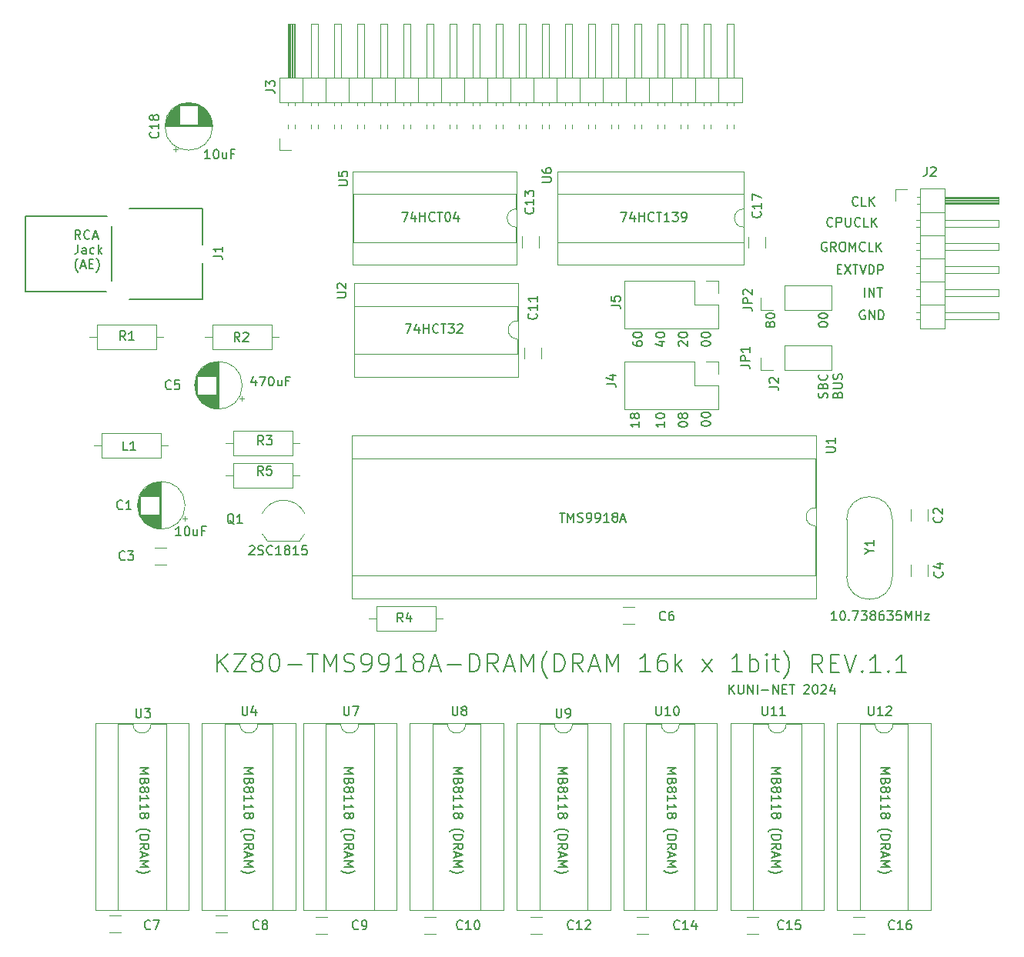
<source format=gto>
G04 #@! TF.GenerationSoftware,KiCad,Pcbnew,7.0.9*
G04 #@! TF.CreationDate,2024-02-12T11:11:34+09:00*
G04 #@! TF.ProjectId,KZ80-TMS9918A-DRAM-1bit,4b5a3830-2d54-44d5-9339-393138412d44,rev?*
G04 #@! TF.SameCoordinates,PX3ef1480PY94c5f00*
G04 #@! TF.FileFunction,Legend,Top*
G04 #@! TF.FilePolarity,Positive*
%FSLAX46Y46*%
G04 Gerber Fmt 4.6, Leading zero omitted, Abs format (unit mm)*
G04 Created by KiCad (PCBNEW 7.0.9) date 2024-02-12 11:11:34*
%MOMM*%
%LPD*%
G01*
G04 APERTURE LIST*
%ADD10C,0.150000*%
%ADD11C,0.120000*%
G04 APERTURE END LIST*
D10*
X78398390Y69379637D02*
X78350771Y69284399D01*
X78350771Y69284399D02*
X78303152Y69236780D01*
X78303152Y69236780D02*
X78207914Y69189161D01*
X78207914Y69189161D02*
X78160295Y69189161D01*
X78160295Y69189161D02*
X78065057Y69236780D01*
X78065057Y69236780D02*
X78017438Y69284399D01*
X78017438Y69284399D02*
X77969819Y69379637D01*
X77969819Y69379637D02*
X77969819Y69570113D01*
X77969819Y69570113D02*
X78017438Y69665351D01*
X78017438Y69665351D02*
X78065057Y69712970D01*
X78065057Y69712970D02*
X78160295Y69760589D01*
X78160295Y69760589D02*
X78207914Y69760589D01*
X78207914Y69760589D02*
X78303152Y69712970D01*
X78303152Y69712970D02*
X78350771Y69665351D01*
X78350771Y69665351D02*
X78398390Y69570113D01*
X78398390Y69570113D02*
X78398390Y69379637D01*
X78398390Y69379637D02*
X78446009Y69284399D01*
X78446009Y69284399D02*
X78493628Y69236780D01*
X78493628Y69236780D02*
X78588866Y69189161D01*
X78588866Y69189161D02*
X78779342Y69189161D01*
X78779342Y69189161D02*
X78874580Y69236780D01*
X78874580Y69236780D02*
X78922200Y69284399D01*
X78922200Y69284399D02*
X78969819Y69379637D01*
X78969819Y69379637D02*
X78969819Y69570113D01*
X78969819Y69570113D02*
X78922200Y69665351D01*
X78922200Y69665351D02*
X78874580Y69712970D01*
X78874580Y69712970D02*
X78779342Y69760589D01*
X78779342Y69760589D02*
X78588866Y69760589D01*
X78588866Y69760589D02*
X78493628Y69712970D01*
X78493628Y69712970D02*
X78446009Y69665351D01*
X78446009Y69665351D02*
X78398390Y69570113D01*
X77969819Y70379637D02*
X77969819Y70474875D01*
X77969819Y70474875D02*
X78017438Y70570113D01*
X78017438Y70570113D02*
X78065057Y70617732D01*
X78065057Y70617732D02*
X78160295Y70665351D01*
X78160295Y70665351D02*
X78350771Y70712970D01*
X78350771Y70712970D02*
X78588866Y70712970D01*
X78588866Y70712970D02*
X78779342Y70665351D01*
X78779342Y70665351D02*
X78874580Y70617732D01*
X78874580Y70617732D02*
X78922200Y70570113D01*
X78922200Y70570113D02*
X78969819Y70474875D01*
X78969819Y70474875D02*
X78969819Y70379637D01*
X78969819Y70379637D02*
X78922200Y70284399D01*
X78922200Y70284399D02*
X78874580Y70236780D01*
X78874580Y70236780D02*
X78779342Y70189161D01*
X78779342Y70189161D02*
X78588866Y70141542D01*
X78588866Y70141542D02*
X78350771Y70141542D01*
X78350771Y70141542D02*
X78160295Y70189161D01*
X78160295Y70189161D02*
X78065057Y70236780D01*
X78065057Y70236780D02*
X78017438Y70284399D01*
X78017438Y70284399D02*
X77969819Y70379637D01*
X21189160Y45034943D02*
X21236779Y45082562D01*
X21236779Y45082562D02*
X21332017Y45130181D01*
X21332017Y45130181D02*
X21570112Y45130181D01*
X21570112Y45130181D02*
X21665350Y45082562D01*
X21665350Y45082562D02*
X21712969Y45034943D01*
X21712969Y45034943D02*
X21760588Y44939705D01*
X21760588Y44939705D02*
X21760588Y44844467D01*
X21760588Y44844467D02*
X21712969Y44701610D01*
X21712969Y44701610D02*
X21141541Y44130181D01*
X21141541Y44130181D02*
X21760588Y44130181D01*
X22141541Y44177800D02*
X22284398Y44130181D01*
X22284398Y44130181D02*
X22522493Y44130181D01*
X22522493Y44130181D02*
X22617731Y44177800D01*
X22617731Y44177800D02*
X22665350Y44225420D01*
X22665350Y44225420D02*
X22712969Y44320658D01*
X22712969Y44320658D02*
X22712969Y44415896D01*
X22712969Y44415896D02*
X22665350Y44511134D01*
X22665350Y44511134D02*
X22617731Y44558753D01*
X22617731Y44558753D02*
X22522493Y44606372D01*
X22522493Y44606372D02*
X22332017Y44653991D01*
X22332017Y44653991D02*
X22236779Y44701610D01*
X22236779Y44701610D02*
X22189160Y44749229D01*
X22189160Y44749229D02*
X22141541Y44844467D01*
X22141541Y44844467D02*
X22141541Y44939705D01*
X22141541Y44939705D02*
X22189160Y45034943D01*
X22189160Y45034943D02*
X22236779Y45082562D01*
X22236779Y45082562D02*
X22332017Y45130181D01*
X22332017Y45130181D02*
X22570112Y45130181D01*
X22570112Y45130181D02*
X22712969Y45082562D01*
X23712969Y44225420D02*
X23665350Y44177800D01*
X23665350Y44177800D02*
X23522493Y44130181D01*
X23522493Y44130181D02*
X23427255Y44130181D01*
X23427255Y44130181D02*
X23284398Y44177800D01*
X23284398Y44177800D02*
X23189160Y44273039D01*
X23189160Y44273039D02*
X23141541Y44368277D01*
X23141541Y44368277D02*
X23093922Y44558753D01*
X23093922Y44558753D02*
X23093922Y44701610D01*
X23093922Y44701610D02*
X23141541Y44892086D01*
X23141541Y44892086D02*
X23189160Y44987324D01*
X23189160Y44987324D02*
X23284398Y45082562D01*
X23284398Y45082562D02*
X23427255Y45130181D01*
X23427255Y45130181D02*
X23522493Y45130181D01*
X23522493Y45130181D02*
X23665350Y45082562D01*
X23665350Y45082562D02*
X23712969Y45034943D01*
X24665350Y44130181D02*
X24093922Y44130181D01*
X24379636Y44130181D02*
X24379636Y45130181D01*
X24379636Y45130181D02*
X24284398Y44987324D01*
X24284398Y44987324D02*
X24189160Y44892086D01*
X24189160Y44892086D02*
X24093922Y44844467D01*
X25236779Y44701610D02*
X25141541Y44749229D01*
X25141541Y44749229D02*
X25093922Y44796848D01*
X25093922Y44796848D02*
X25046303Y44892086D01*
X25046303Y44892086D02*
X25046303Y44939705D01*
X25046303Y44939705D02*
X25093922Y45034943D01*
X25093922Y45034943D02*
X25141541Y45082562D01*
X25141541Y45082562D02*
X25236779Y45130181D01*
X25236779Y45130181D02*
X25427255Y45130181D01*
X25427255Y45130181D02*
X25522493Y45082562D01*
X25522493Y45082562D02*
X25570112Y45034943D01*
X25570112Y45034943D02*
X25617731Y44939705D01*
X25617731Y44939705D02*
X25617731Y44892086D01*
X25617731Y44892086D02*
X25570112Y44796848D01*
X25570112Y44796848D02*
X25522493Y44749229D01*
X25522493Y44749229D02*
X25427255Y44701610D01*
X25427255Y44701610D02*
X25236779Y44701610D01*
X25236779Y44701610D02*
X25141541Y44653991D01*
X25141541Y44653991D02*
X25093922Y44606372D01*
X25093922Y44606372D02*
X25046303Y44511134D01*
X25046303Y44511134D02*
X25046303Y44320658D01*
X25046303Y44320658D02*
X25093922Y44225420D01*
X25093922Y44225420D02*
X25141541Y44177800D01*
X25141541Y44177800D02*
X25236779Y44130181D01*
X25236779Y44130181D02*
X25427255Y44130181D01*
X25427255Y44130181D02*
X25522493Y44177800D01*
X25522493Y44177800D02*
X25570112Y44225420D01*
X25570112Y44225420D02*
X25617731Y44320658D01*
X25617731Y44320658D02*
X25617731Y44511134D01*
X25617731Y44511134D02*
X25570112Y44606372D01*
X25570112Y44606372D02*
X25522493Y44653991D01*
X25522493Y44653991D02*
X25427255Y44701610D01*
X26570112Y44130181D02*
X25998684Y44130181D01*
X26284398Y44130181D02*
X26284398Y45130181D01*
X26284398Y45130181D02*
X26189160Y44987324D01*
X26189160Y44987324D02*
X26093922Y44892086D01*
X26093922Y44892086D02*
X25998684Y44844467D01*
X27474874Y45130181D02*
X26998684Y45130181D01*
X26998684Y45130181D02*
X26951065Y44653991D01*
X26951065Y44653991D02*
X26998684Y44701610D01*
X26998684Y44701610D02*
X27093922Y44749229D01*
X27093922Y44749229D02*
X27332017Y44749229D01*
X27332017Y44749229D02*
X27427255Y44701610D01*
X27427255Y44701610D02*
X27474874Y44653991D01*
X27474874Y44653991D02*
X27522493Y44558753D01*
X27522493Y44558753D02*
X27522493Y44320658D01*
X27522493Y44320658D02*
X27474874Y44225420D01*
X27474874Y44225420D02*
X27427255Y44177800D01*
X27427255Y44177800D02*
X27332017Y44130181D01*
X27332017Y44130181D02*
X27093922Y44130181D01*
X27093922Y44130181D02*
X26998684Y44177800D01*
X26998684Y44177800D02*
X26951065Y44225420D01*
X68369819Y58427256D02*
X68369819Y58522494D01*
X68369819Y58522494D02*
X68417438Y58617732D01*
X68417438Y58617732D02*
X68465057Y58665351D01*
X68465057Y58665351D02*
X68560295Y58712970D01*
X68560295Y58712970D02*
X68750771Y58760589D01*
X68750771Y58760589D02*
X68988866Y58760589D01*
X68988866Y58760589D02*
X69179342Y58712970D01*
X69179342Y58712970D02*
X69274580Y58665351D01*
X69274580Y58665351D02*
X69322200Y58617732D01*
X69322200Y58617732D02*
X69369819Y58522494D01*
X69369819Y58522494D02*
X69369819Y58427256D01*
X69369819Y58427256D02*
X69322200Y58332018D01*
X69322200Y58332018D02*
X69274580Y58284399D01*
X69274580Y58284399D02*
X69179342Y58236780D01*
X69179342Y58236780D02*
X68988866Y58189161D01*
X68988866Y58189161D02*
X68750771Y58189161D01*
X68750771Y58189161D02*
X68560295Y58236780D01*
X68560295Y58236780D02*
X68465057Y58284399D01*
X68465057Y58284399D02*
X68417438Y58332018D01*
X68417438Y58332018D02*
X68369819Y58427256D01*
X68798390Y59332018D02*
X68750771Y59236780D01*
X68750771Y59236780D02*
X68703152Y59189161D01*
X68703152Y59189161D02*
X68607914Y59141542D01*
X68607914Y59141542D02*
X68560295Y59141542D01*
X68560295Y59141542D02*
X68465057Y59189161D01*
X68465057Y59189161D02*
X68417438Y59236780D01*
X68417438Y59236780D02*
X68369819Y59332018D01*
X68369819Y59332018D02*
X68369819Y59522494D01*
X68369819Y59522494D02*
X68417438Y59617732D01*
X68417438Y59617732D02*
X68465057Y59665351D01*
X68465057Y59665351D02*
X68560295Y59712970D01*
X68560295Y59712970D02*
X68607914Y59712970D01*
X68607914Y59712970D02*
X68703152Y59665351D01*
X68703152Y59665351D02*
X68750771Y59617732D01*
X68750771Y59617732D02*
X68798390Y59522494D01*
X68798390Y59522494D02*
X68798390Y59332018D01*
X68798390Y59332018D02*
X68846009Y59236780D01*
X68846009Y59236780D02*
X68893628Y59189161D01*
X68893628Y59189161D02*
X68988866Y59141542D01*
X68988866Y59141542D02*
X69179342Y59141542D01*
X69179342Y59141542D02*
X69274580Y59189161D01*
X69274580Y59189161D02*
X69322200Y59236780D01*
X69322200Y59236780D02*
X69369819Y59332018D01*
X69369819Y59332018D02*
X69369819Y59522494D01*
X69369819Y59522494D02*
X69322200Y59617732D01*
X69322200Y59617732D02*
X69274580Y59665351D01*
X69274580Y59665351D02*
X69179342Y59712970D01*
X69179342Y59712970D02*
X68988866Y59712970D01*
X68988866Y59712970D02*
X68893628Y59665351D01*
X68893628Y59665351D02*
X68846009Y59617732D01*
X68846009Y59617732D02*
X68798390Y59522494D01*
X66869819Y58760589D02*
X66869819Y58189161D01*
X66869819Y58474875D02*
X65869819Y58474875D01*
X65869819Y58474875D02*
X66012676Y58379637D01*
X66012676Y58379637D02*
X66107914Y58284399D01*
X66107914Y58284399D02*
X66155533Y58189161D01*
X65869819Y59379637D02*
X65869819Y59474875D01*
X65869819Y59474875D02*
X65917438Y59570113D01*
X65917438Y59570113D02*
X65965057Y59617732D01*
X65965057Y59617732D02*
X66060295Y59665351D01*
X66060295Y59665351D02*
X66250771Y59712970D01*
X66250771Y59712970D02*
X66488866Y59712970D01*
X66488866Y59712970D02*
X66679342Y59665351D01*
X66679342Y59665351D02*
X66774580Y59617732D01*
X66774580Y59617732D02*
X66822200Y59570113D01*
X66822200Y59570113D02*
X66869819Y59474875D01*
X66869819Y59474875D02*
X66869819Y59379637D01*
X66869819Y59379637D02*
X66822200Y59284399D01*
X66822200Y59284399D02*
X66774580Y59236780D01*
X66774580Y59236780D02*
X66679342Y59189161D01*
X66679342Y59189161D02*
X66488866Y59141542D01*
X66488866Y59141542D02*
X66250771Y59141542D01*
X66250771Y59141542D02*
X66060295Y59189161D01*
X66060295Y59189161D02*
X65965057Y59236780D01*
X65965057Y59236780D02*
X65917438Y59284399D01*
X65917438Y59284399D02*
X65869819Y59379637D01*
X84712200Y61389161D02*
X84759819Y61532018D01*
X84759819Y61532018D02*
X84759819Y61770113D01*
X84759819Y61770113D02*
X84712200Y61865351D01*
X84712200Y61865351D02*
X84664580Y61912970D01*
X84664580Y61912970D02*
X84569342Y61960589D01*
X84569342Y61960589D02*
X84474104Y61960589D01*
X84474104Y61960589D02*
X84378866Y61912970D01*
X84378866Y61912970D02*
X84331247Y61865351D01*
X84331247Y61865351D02*
X84283628Y61770113D01*
X84283628Y61770113D02*
X84236009Y61579637D01*
X84236009Y61579637D02*
X84188390Y61484399D01*
X84188390Y61484399D02*
X84140771Y61436780D01*
X84140771Y61436780D02*
X84045533Y61389161D01*
X84045533Y61389161D02*
X83950295Y61389161D01*
X83950295Y61389161D02*
X83855057Y61436780D01*
X83855057Y61436780D02*
X83807438Y61484399D01*
X83807438Y61484399D02*
X83759819Y61579637D01*
X83759819Y61579637D02*
X83759819Y61817732D01*
X83759819Y61817732D02*
X83807438Y61960589D01*
X84236009Y62722494D02*
X84283628Y62865351D01*
X84283628Y62865351D02*
X84331247Y62912970D01*
X84331247Y62912970D02*
X84426485Y62960589D01*
X84426485Y62960589D02*
X84569342Y62960589D01*
X84569342Y62960589D02*
X84664580Y62912970D01*
X84664580Y62912970D02*
X84712200Y62865351D01*
X84712200Y62865351D02*
X84759819Y62770113D01*
X84759819Y62770113D02*
X84759819Y62389161D01*
X84759819Y62389161D02*
X83759819Y62389161D01*
X83759819Y62389161D02*
X83759819Y62722494D01*
X83759819Y62722494D02*
X83807438Y62817732D01*
X83807438Y62817732D02*
X83855057Y62865351D01*
X83855057Y62865351D02*
X83950295Y62912970D01*
X83950295Y62912970D02*
X84045533Y62912970D01*
X84045533Y62912970D02*
X84140771Y62865351D01*
X84140771Y62865351D02*
X84188390Y62817732D01*
X84188390Y62817732D02*
X84236009Y62722494D01*
X84236009Y62722494D02*
X84236009Y62389161D01*
X84664580Y63960589D02*
X84712200Y63912970D01*
X84712200Y63912970D02*
X84759819Y63770113D01*
X84759819Y63770113D02*
X84759819Y63674875D01*
X84759819Y63674875D02*
X84712200Y63532018D01*
X84712200Y63532018D02*
X84616961Y63436780D01*
X84616961Y63436780D02*
X84521723Y63389161D01*
X84521723Y63389161D02*
X84331247Y63341542D01*
X84331247Y63341542D02*
X84188390Y63341542D01*
X84188390Y63341542D02*
X83997914Y63389161D01*
X83997914Y63389161D02*
X83902676Y63436780D01*
X83902676Y63436780D02*
X83807438Y63532018D01*
X83807438Y63532018D02*
X83759819Y63674875D01*
X83759819Y63674875D02*
X83759819Y63770113D01*
X83759819Y63770113D02*
X83807438Y63912970D01*
X83807438Y63912970D02*
X83855057Y63960589D01*
X85846009Y61770113D02*
X85893628Y61912970D01*
X85893628Y61912970D02*
X85941247Y61960589D01*
X85941247Y61960589D02*
X86036485Y62008208D01*
X86036485Y62008208D02*
X86179342Y62008208D01*
X86179342Y62008208D02*
X86274580Y61960589D01*
X86274580Y61960589D02*
X86322200Y61912970D01*
X86322200Y61912970D02*
X86369819Y61817732D01*
X86369819Y61817732D02*
X86369819Y61436780D01*
X86369819Y61436780D02*
X85369819Y61436780D01*
X85369819Y61436780D02*
X85369819Y61770113D01*
X85369819Y61770113D02*
X85417438Y61865351D01*
X85417438Y61865351D02*
X85465057Y61912970D01*
X85465057Y61912970D02*
X85560295Y61960589D01*
X85560295Y61960589D02*
X85655533Y61960589D01*
X85655533Y61960589D02*
X85750771Y61912970D01*
X85750771Y61912970D02*
X85798390Y61865351D01*
X85798390Y61865351D02*
X85846009Y61770113D01*
X85846009Y61770113D02*
X85846009Y61436780D01*
X85369819Y62436780D02*
X86179342Y62436780D01*
X86179342Y62436780D02*
X86274580Y62484399D01*
X86274580Y62484399D02*
X86322200Y62532018D01*
X86322200Y62532018D02*
X86369819Y62627256D01*
X86369819Y62627256D02*
X86369819Y62817732D01*
X86369819Y62817732D02*
X86322200Y62912970D01*
X86322200Y62912970D02*
X86274580Y62960589D01*
X86274580Y62960589D02*
X86179342Y63008208D01*
X86179342Y63008208D02*
X85369819Y63008208D01*
X86322200Y63436780D02*
X86369819Y63579637D01*
X86369819Y63579637D02*
X86369819Y63817732D01*
X86369819Y63817732D02*
X86322200Y63912970D01*
X86322200Y63912970D02*
X86274580Y63960589D01*
X86274580Y63960589D02*
X86179342Y64008208D01*
X86179342Y64008208D02*
X86084104Y64008208D01*
X86084104Y64008208D02*
X85988866Y63960589D01*
X85988866Y63960589D02*
X85941247Y63912970D01*
X85941247Y63912970D02*
X85893628Y63817732D01*
X85893628Y63817732D02*
X85846009Y63627256D01*
X85846009Y63627256D02*
X85798390Y63532018D01*
X85798390Y63532018D02*
X85750771Y63484399D01*
X85750771Y63484399D02*
X85655533Y63436780D01*
X85655533Y63436780D02*
X85560295Y63436780D01*
X85560295Y63436780D02*
X85465057Y63484399D01*
X85465057Y63484399D02*
X85417438Y63532018D01*
X85417438Y63532018D02*
X85369819Y63627256D01*
X85369819Y63627256D02*
X85369819Y63865351D01*
X85369819Y63865351D02*
X85417438Y64008208D01*
X43630180Y20663221D02*
X44630180Y20663221D01*
X44630180Y20663221D02*
X43915895Y20329888D01*
X43915895Y20329888D02*
X44630180Y19996555D01*
X44630180Y19996555D02*
X43630180Y19996555D01*
X44153990Y19187031D02*
X44106371Y19044174D01*
X44106371Y19044174D02*
X44058752Y18996555D01*
X44058752Y18996555D02*
X43963514Y18948936D01*
X43963514Y18948936D02*
X43820657Y18948936D01*
X43820657Y18948936D02*
X43725419Y18996555D01*
X43725419Y18996555D02*
X43677800Y19044174D01*
X43677800Y19044174D02*
X43630180Y19139412D01*
X43630180Y19139412D02*
X43630180Y19520364D01*
X43630180Y19520364D02*
X44630180Y19520364D01*
X44630180Y19520364D02*
X44630180Y19187031D01*
X44630180Y19187031D02*
X44582561Y19091793D01*
X44582561Y19091793D02*
X44534942Y19044174D01*
X44534942Y19044174D02*
X44439704Y18996555D01*
X44439704Y18996555D02*
X44344466Y18996555D01*
X44344466Y18996555D02*
X44249228Y19044174D01*
X44249228Y19044174D02*
X44201609Y19091793D01*
X44201609Y19091793D02*
X44153990Y19187031D01*
X44153990Y19187031D02*
X44153990Y19520364D01*
X44201609Y18377507D02*
X44249228Y18472745D01*
X44249228Y18472745D02*
X44296847Y18520364D01*
X44296847Y18520364D02*
X44392085Y18567983D01*
X44392085Y18567983D02*
X44439704Y18567983D01*
X44439704Y18567983D02*
X44534942Y18520364D01*
X44534942Y18520364D02*
X44582561Y18472745D01*
X44582561Y18472745D02*
X44630180Y18377507D01*
X44630180Y18377507D02*
X44630180Y18187031D01*
X44630180Y18187031D02*
X44582561Y18091793D01*
X44582561Y18091793D02*
X44534942Y18044174D01*
X44534942Y18044174D02*
X44439704Y17996555D01*
X44439704Y17996555D02*
X44392085Y17996555D01*
X44392085Y17996555D02*
X44296847Y18044174D01*
X44296847Y18044174D02*
X44249228Y18091793D01*
X44249228Y18091793D02*
X44201609Y18187031D01*
X44201609Y18187031D02*
X44201609Y18377507D01*
X44201609Y18377507D02*
X44153990Y18472745D01*
X44153990Y18472745D02*
X44106371Y18520364D01*
X44106371Y18520364D02*
X44011133Y18567983D01*
X44011133Y18567983D02*
X43820657Y18567983D01*
X43820657Y18567983D02*
X43725419Y18520364D01*
X43725419Y18520364D02*
X43677800Y18472745D01*
X43677800Y18472745D02*
X43630180Y18377507D01*
X43630180Y18377507D02*
X43630180Y18187031D01*
X43630180Y18187031D02*
X43677800Y18091793D01*
X43677800Y18091793D02*
X43725419Y18044174D01*
X43725419Y18044174D02*
X43820657Y17996555D01*
X43820657Y17996555D02*
X44011133Y17996555D01*
X44011133Y17996555D02*
X44106371Y18044174D01*
X44106371Y18044174D02*
X44153990Y18091793D01*
X44153990Y18091793D02*
X44201609Y18187031D01*
X43630180Y17044174D02*
X43630180Y17615602D01*
X43630180Y17329888D02*
X44630180Y17329888D01*
X44630180Y17329888D02*
X44487323Y17425126D01*
X44487323Y17425126D02*
X44392085Y17520364D01*
X44392085Y17520364D02*
X44344466Y17615602D01*
X43630180Y16091793D02*
X43630180Y16663221D01*
X43630180Y16377507D02*
X44630180Y16377507D01*
X44630180Y16377507D02*
X44487323Y16472745D01*
X44487323Y16472745D02*
X44392085Y16567983D01*
X44392085Y16567983D02*
X44344466Y16663221D01*
X44201609Y15520364D02*
X44249228Y15615602D01*
X44249228Y15615602D02*
X44296847Y15663221D01*
X44296847Y15663221D02*
X44392085Y15710840D01*
X44392085Y15710840D02*
X44439704Y15710840D01*
X44439704Y15710840D02*
X44534942Y15663221D01*
X44534942Y15663221D02*
X44582561Y15615602D01*
X44582561Y15615602D02*
X44630180Y15520364D01*
X44630180Y15520364D02*
X44630180Y15329888D01*
X44630180Y15329888D02*
X44582561Y15234650D01*
X44582561Y15234650D02*
X44534942Y15187031D01*
X44534942Y15187031D02*
X44439704Y15139412D01*
X44439704Y15139412D02*
X44392085Y15139412D01*
X44392085Y15139412D02*
X44296847Y15187031D01*
X44296847Y15187031D02*
X44249228Y15234650D01*
X44249228Y15234650D02*
X44201609Y15329888D01*
X44201609Y15329888D02*
X44201609Y15520364D01*
X44201609Y15520364D02*
X44153990Y15615602D01*
X44153990Y15615602D02*
X44106371Y15663221D01*
X44106371Y15663221D02*
X44011133Y15710840D01*
X44011133Y15710840D02*
X43820657Y15710840D01*
X43820657Y15710840D02*
X43725419Y15663221D01*
X43725419Y15663221D02*
X43677800Y15615602D01*
X43677800Y15615602D02*
X43630180Y15520364D01*
X43630180Y15520364D02*
X43630180Y15329888D01*
X43630180Y15329888D02*
X43677800Y15234650D01*
X43677800Y15234650D02*
X43725419Y15187031D01*
X43725419Y15187031D02*
X43820657Y15139412D01*
X43820657Y15139412D02*
X44011133Y15139412D01*
X44011133Y15139412D02*
X44106371Y15187031D01*
X44106371Y15187031D02*
X44153990Y15234650D01*
X44153990Y15234650D02*
X44201609Y15329888D01*
X43249228Y13663221D02*
X43296847Y13710840D01*
X43296847Y13710840D02*
X43439704Y13806078D01*
X43439704Y13806078D02*
X43534942Y13853697D01*
X43534942Y13853697D02*
X43677800Y13901316D01*
X43677800Y13901316D02*
X43915895Y13948935D01*
X43915895Y13948935D02*
X44106371Y13948935D01*
X44106371Y13948935D02*
X44344466Y13901316D01*
X44344466Y13901316D02*
X44487323Y13853697D01*
X44487323Y13853697D02*
X44582561Y13806078D01*
X44582561Y13806078D02*
X44725419Y13710840D01*
X44725419Y13710840D02*
X44773038Y13663221D01*
X43630180Y13282268D02*
X44630180Y13282268D01*
X44630180Y13282268D02*
X44630180Y13044173D01*
X44630180Y13044173D02*
X44582561Y12901316D01*
X44582561Y12901316D02*
X44487323Y12806078D01*
X44487323Y12806078D02*
X44392085Y12758459D01*
X44392085Y12758459D02*
X44201609Y12710840D01*
X44201609Y12710840D02*
X44058752Y12710840D01*
X44058752Y12710840D02*
X43868276Y12758459D01*
X43868276Y12758459D02*
X43773038Y12806078D01*
X43773038Y12806078D02*
X43677800Y12901316D01*
X43677800Y12901316D02*
X43630180Y13044173D01*
X43630180Y13044173D02*
X43630180Y13282268D01*
X43630180Y11710840D02*
X44106371Y12044173D01*
X43630180Y12282268D02*
X44630180Y12282268D01*
X44630180Y12282268D02*
X44630180Y11901316D01*
X44630180Y11901316D02*
X44582561Y11806078D01*
X44582561Y11806078D02*
X44534942Y11758459D01*
X44534942Y11758459D02*
X44439704Y11710840D01*
X44439704Y11710840D02*
X44296847Y11710840D01*
X44296847Y11710840D02*
X44201609Y11758459D01*
X44201609Y11758459D02*
X44153990Y11806078D01*
X44153990Y11806078D02*
X44106371Y11901316D01*
X44106371Y11901316D02*
X44106371Y12282268D01*
X43915895Y11329887D02*
X43915895Y10853697D01*
X43630180Y11425125D02*
X44630180Y11091792D01*
X44630180Y11091792D02*
X43630180Y10758459D01*
X43630180Y10425125D02*
X44630180Y10425125D01*
X44630180Y10425125D02*
X43915895Y10091792D01*
X43915895Y10091792D02*
X44630180Y9758459D01*
X44630180Y9758459D02*
X43630180Y9758459D01*
X43249228Y9377506D02*
X43296847Y9329887D01*
X43296847Y9329887D02*
X43439704Y9234649D01*
X43439704Y9234649D02*
X43534942Y9187030D01*
X43534942Y9187030D02*
X43677800Y9139411D01*
X43677800Y9139411D02*
X43915895Y9091792D01*
X43915895Y9091792D02*
X44106371Y9091792D01*
X44106371Y9091792D02*
X44344466Y9139411D01*
X44344466Y9139411D02*
X44487323Y9187030D01*
X44487323Y9187030D02*
X44582561Y9234649D01*
X44582561Y9234649D02*
X44725419Y9329887D01*
X44725419Y9329887D02*
X44773038Y9377506D01*
X85836779Y75553991D02*
X86170112Y75553991D01*
X86312969Y75030181D02*
X85836779Y75030181D01*
X85836779Y75030181D02*
X85836779Y76030181D01*
X85836779Y76030181D02*
X86312969Y76030181D01*
X86646303Y76030181D02*
X87312969Y75030181D01*
X87312969Y76030181D02*
X86646303Y75030181D01*
X87551065Y76030181D02*
X88122493Y76030181D01*
X87836779Y75030181D02*
X87836779Y76030181D01*
X88312970Y76030181D02*
X88646303Y75030181D01*
X88646303Y75030181D02*
X88979636Y76030181D01*
X89312970Y75030181D02*
X89312970Y76030181D01*
X89312970Y76030181D02*
X89551065Y76030181D01*
X89551065Y76030181D02*
X89693922Y75982562D01*
X89693922Y75982562D02*
X89789160Y75887324D01*
X89789160Y75887324D02*
X89836779Y75792086D01*
X89836779Y75792086D02*
X89884398Y75601610D01*
X89884398Y75601610D02*
X89884398Y75458753D01*
X89884398Y75458753D02*
X89836779Y75268277D01*
X89836779Y75268277D02*
X89789160Y75173039D01*
X89789160Y75173039D02*
X89693922Y75077800D01*
X89693922Y75077800D02*
X89551065Y75030181D01*
X89551065Y75030181D02*
X89312970Y75030181D01*
X90312970Y75030181D02*
X90312970Y76030181D01*
X90312970Y76030181D02*
X90693922Y76030181D01*
X90693922Y76030181D02*
X90789160Y75982562D01*
X90789160Y75982562D02*
X90836779Y75934943D01*
X90836779Y75934943D02*
X90884398Y75839705D01*
X90884398Y75839705D02*
X90884398Y75696848D01*
X90884398Y75696848D02*
X90836779Y75601610D01*
X90836779Y75601610D02*
X90789160Y75553991D01*
X90789160Y75553991D02*
X90693922Y75506372D01*
X90693922Y75506372D02*
X90312970Y75506372D01*
X88836779Y72530181D02*
X88836779Y73530181D01*
X89312969Y72530181D02*
X89312969Y73530181D01*
X89312969Y73530181D02*
X89884397Y72530181D01*
X89884397Y72530181D02*
X89884397Y73530181D01*
X90217731Y73530181D02*
X90789159Y73530181D01*
X90503445Y72530181D02*
X90503445Y73530181D01*
X68465057Y67089161D02*
X68417438Y67136780D01*
X68417438Y67136780D02*
X68369819Y67232018D01*
X68369819Y67232018D02*
X68369819Y67470113D01*
X68369819Y67470113D02*
X68417438Y67565351D01*
X68417438Y67565351D02*
X68465057Y67612970D01*
X68465057Y67612970D02*
X68560295Y67660589D01*
X68560295Y67660589D02*
X68655533Y67660589D01*
X68655533Y67660589D02*
X68798390Y67612970D01*
X68798390Y67612970D02*
X69369819Y67041542D01*
X69369819Y67041542D02*
X69369819Y67660589D01*
X68369819Y68279637D02*
X68369819Y68374875D01*
X68369819Y68374875D02*
X68417438Y68470113D01*
X68417438Y68470113D02*
X68465057Y68517732D01*
X68465057Y68517732D02*
X68560295Y68565351D01*
X68560295Y68565351D02*
X68750771Y68612970D01*
X68750771Y68612970D02*
X68988866Y68612970D01*
X68988866Y68612970D02*
X69179342Y68565351D01*
X69179342Y68565351D02*
X69274580Y68517732D01*
X69274580Y68517732D02*
X69322200Y68470113D01*
X69322200Y68470113D02*
X69369819Y68374875D01*
X69369819Y68374875D02*
X69369819Y68279637D01*
X69369819Y68279637D02*
X69322200Y68184399D01*
X69322200Y68184399D02*
X69274580Y68136780D01*
X69274580Y68136780D02*
X69179342Y68089161D01*
X69179342Y68089161D02*
X68988866Y68041542D01*
X68988866Y68041542D02*
X68750771Y68041542D01*
X68750771Y68041542D02*
X68560295Y68089161D01*
X68560295Y68089161D02*
X68465057Y68136780D01*
X68465057Y68136780D02*
X68417438Y68184399D01*
X68417438Y68184399D02*
X68369819Y68279637D01*
X13660588Y46230181D02*
X13089160Y46230181D01*
X13374874Y46230181D02*
X13374874Y47230181D01*
X13374874Y47230181D02*
X13279636Y47087324D01*
X13279636Y47087324D02*
X13184398Y46992086D01*
X13184398Y46992086D02*
X13089160Y46944467D01*
X14279636Y47230181D02*
X14374874Y47230181D01*
X14374874Y47230181D02*
X14470112Y47182562D01*
X14470112Y47182562D02*
X14517731Y47134943D01*
X14517731Y47134943D02*
X14565350Y47039705D01*
X14565350Y47039705D02*
X14612969Y46849229D01*
X14612969Y46849229D02*
X14612969Y46611134D01*
X14612969Y46611134D02*
X14565350Y46420658D01*
X14565350Y46420658D02*
X14517731Y46325420D01*
X14517731Y46325420D02*
X14470112Y46277800D01*
X14470112Y46277800D02*
X14374874Y46230181D01*
X14374874Y46230181D02*
X14279636Y46230181D01*
X14279636Y46230181D02*
X14184398Y46277800D01*
X14184398Y46277800D02*
X14136779Y46325420D01*
X14136779Y46325420D02*
X14089160Y46420658D01*
X14089160Y46420658D02*
X14041541Y46611134D01*
X14041541Y46611134D02*
X14041541Y46849229D01*
X14041541Y46849229D02*
X14089160Y47039705D01*
X14089160Y47039705D02*
X14136779Y47134943D01*
X14136779Y47134943D02*
X14184398Y47182562D01*
X14184398Y47182562D02*
X14279636Y47230181D01*
X15470112Y46896848D02*
X15470112Y46230181D01*
X15041541Y46896848D02*
X15041541Y46373039D01*
X15041541Y46373039D02*
X15089160Y46277800D01*
X15089160Y46277800D02*
X15184398Y46230181D01*
X15184398Y46230181D02*
X15327255Y46230181D01*
X15327255Y46230181D02*
X15422493Y46277800D01*
X15422493Y46277800D02*
X15470112Y46325420D01*
X16279636Y46753991D02*
X15946303Y46753991D01*
X15946303Y46230181D02*
X15946303Y47230181D01*
X15946303Y47230181D02*
X16422493Y47230181D01*
X90630180Y20663221D02*
X91630180Y20663221D01*
X91630180Y20663221D02*
X90915895Y20329888D01*
X90915895Y20329888D02*
X91630180Y19996555D01*
X91630180Y19996555D02*
X90630180Y19996555D01*
X91153990Y19187031D02*
X91106371Y19044174D01*
X91106371Y19044174D02*
X91058752Y18996555D01*
X91058752Y18996555D02*
X90963514Y18948936D01*
X90963514Y18948936D02*
X90820657Y18948936D01*
X90820657Y18948936D02*
X90725419Y18996555D01*
X90725419Y18996555D02*
X90677800Y19044174D01*
X90677800Y19044174D02*
X90630180Y19139412D01*
X90630180Y19139412D02*
X90630180Y19520364D01*
X90630180Y19520364D02*
X91630180Y19520364D01*
X91630180Y19520364D02*
X91630180Y19187031D01*
X91630180Y19187031D02*
X91582561Y19091793D01*
X91582561Y19091793D02*
X91534942Y19044174D01*
X91534942Y19044174D02*
X91439704Y18996555D01*
X91439704Y18996555D02*
X91344466Y18996555D01*
X91344466Y18996555D02*
X91249228Y19044174D01*
X91249228Y19044174D02*
X91201609Y19091793D01*
X91201609Y19091793D02*
X91153990Y19187031D01*
X91153990Y19187031D02*
X91153990Y19520364D01*
X91201609Y18377507D02*
X91249228Y18472745D01*
X91249228Y18472745D02*
X91296847Y18520364D01*
X91296847Y18520364D02*
X91392085Y18567983D01*
X91392085Y18567983D02*
X91439704Y18567983D01*
X91439704Y18567983D02*
X91534942Y18520364D01*
X91534942Y18520364D02*
X91582561Y18472745D01*
X91582561Y18472745D02*
X91630180Y18377507D01*
X91630180Y18377507D02*
X91630180Y18187031D01*
X91630180Y18187031D02*
X91582561Y18091793D01*
X91582561Y18091793D02*
X91534942Y18044174D01*
X91534942Y18044174D02*
X91439704Y17996555D01*
X91439704Y17996555D02*
X91392085Y17996555D01*
X91392085Y17996555D02*
X91296847Y18044174D01*
X91296847Y18044174D02*
X91249228Y18091793D01*
X91249228Y18091793D02*
X91201609Y18187031D01*
X91201609Y18187031D02*
X91201609Y18377507D01*
X91201609Y18377507D02*
X91153990Y18472745D01*
X91153990Y18472745D02*
X91106371Y18520364D01*
X91106371Y18520364D02*
X91011133Y18567983D01*
X91011133Y18567983D02*
X90820657Y18567983D01*
X90820657Y18567983D02*
X90725419Y18520364D01*
X90725419Y18520364D02*
X90677800Y18472745D01*
X90677800Y18472745D02*
X90630180Y18377507D01*
X90630180Y18377507D02*
X90630180Y18187031D01*
X90630180Y18187031D02*
X90677800Y18091793D01*
X90677800Y18091793D02*
X90725419Y18044174D01*
X90725419Y18044174D02*
X90820657Y17996555D01*
X90820657Y17996555D02*
X91011133Y17996555D01*
X91011133Y17996555D02*
X91106371Y18044174D01*
X91106371Y18044174D02*
X91153990Y18091793D01*
X91153990Y18091793D02*
X91201609Y18187031D01*
X90630180Y17044174D02*
X90630180Y17615602D01*
X90630180Y17329888D02*
X91630180Y17329888D01*
X91630180Y17329888D02*
X91487323Y17425126D01*
X91487323Y17425126D02*
X91392085Y17520364D01*
X91392085Y17520364D02*
X91344466Y17615602D01*
X90630180Y16091793D02*
X90630180Y16663221D01*
X90630180Y16377507D02*
X91630180Y16377507D01*
X91630180Y16377507D02*
X91487323Y16472745D01*
X91487323Y16472745D02*
X91392085Y16567983D01*
X91392085Y16567983D02*
X91344466Y16663221D01*
X91201609Y15520364D02*
X91249228Y15615602D01*
X91249228Y15615602D02*
X91296847Y15663221D01*
X91296847Y15663221D02*
X91392085Y15710840D01*
X91392085Y15710840D02*
X91439704Y15710840D01*
X91439704Y15710840D02*
X91534942Y15663221D01*
X91534942Y15663221D02*
X91582561Y15615602D01*
X91582561Y15615602D02*
X91630180Y15520364D01*
X91630180Y15520364D02*
X91630180Y15329888D01*
X91630180Y15329888D02*
X91582561Y15234650D01*
X91582561Y15234650D02*
X91534942Y15187031D01*
X91534942Y15187031D02*
X91439704Y15139412D01*
X91439704Y15139412D02*
X91392085Y15139412D01*
X91392085Y15139412D02*
X91296847Y15187031D01*
X91296847Y15187031D02*
X91249228Y15234650D01*
X91249228Y15234650D02*
X91201609Y15329888D01*
X91201609Y15329888D02*
X91201609Y15520364D01*
X91201609Y15520364D02*
X91153990Y15615602D01*
X91153990Y15615602D02*
X91106371Y15663221D01*
X91106371Y15663221D02*
X91011133Y15710840D01*
X91011133Y15710840D02*
X90820657Y15710840D01*
X90820657Y15710840D02*
X90725419Y15663221D01*
X90725419Y15663221D02*
X90677800Y15615602D01*
X90677800Y15615602D02*
X90630180Y15520364D01*
X90630180Y15520364D02*
X90630180Y15329888D01*
X90630180Y15329888D02*
X90677800Y15234650D01*
X90677800Y15234650D02*
X90725419Y15187031D01*
X90725419Y15187031D02*
X90820657Y15139412D01*
X90820657Y15139412D02*
X91011133Y15139412D01*
X91011133Y15139412D02*
X91106371Y15187031D01*
X91106371Y15187031D02*
X91153990Y15234650D01*
X91153990Y15234650D02*
X91201609Y15329888D01*
X90249228Y13663221D02*
X90296847Y13710840D01*
X90296847Y13710840D02*
X90439704Y13806078D01*
X90439704Y13806078D02*
X90534942Y13853697D01*
X90534942Y13853697D02*
X90677800Y13901316D01*
X90677800Y13901316D02*
X90915895Y13948935D01*
X90915895Y13948935D02*
X91106371Y13948935D01*
X91106371Y13948935D02*
X91344466Y13901316D01*
X91344466Y13901316D02*
X91487323Y13853697D01*
X91487323Y13853697D02*
X91582561Y13806078D01*
X91582561Y13806078D02*
X91725419Y13710840D01*
X91725419Y13710840D02*
X91773038Y13663221D01*
X90630180Y13282268D02*
X91630180Y13282268D01*
X91630180Y13282268D02*
X91630180Y13044173D01*
X91630180Y13044173D02*
X91582561Y12901316D01*
X91582561Y12901316D02*
X91487323Y12806078D01*
X91487323Y12806078D02*
X91392085Y12758459D01*
X91392085Y12758459D02*
X91201609Y12710840D01*
X91201609Y12710840D02*
X91058752Y12710840D01*
X91058752Y12710840D02*
X90868276Y12758459D01*
X90868276Y12758459D02*
X90773038Y12806078D01*
X90773038Y12806078D02*
X90677800Y12901316D01*
X90677800Y12901316D02*
X90630180Y13044173D01*
X90630180Y13044173D02*
X90630180Y13282268D01*
X90630180Y11710840D02*
X91106371Y12044173D01*
X90630180Y12282268D02*
X91630180Y12282268D01*
X91630180Y12282268D02*
X91630180Y11901316D01*
X91630180Y11901316D02*
X91582561Y11806078D01*
X91582561Y11806078D02*
X91534942Y11758459D01*
X91534942Y11758459D02*
X91439704Y11710840D01*
X91439704Y11710840D02*
X91296847Y11710840D01*
X91296847Y11710840D02*
X91201609Y11758459D01*
X91201609Y11758459D02*
X91153990Y11806078D01*
X91153990Y11806078D02*
X91106371Y11901316D01*
X91106371Y11901316D02*
X91106371Y12282268D01*
X90915895Y11329887D02*
X90915895Y10853697D01*
X90630180Y11425125D02*
X91630180Y11091792D01*
X91630180Y11091792D02*
X90630180Y10758459D01*
X90630180Y10425125D02*
X91630180Y10425125D01*
X91630180Y10425125D02*
X90915895Y10091792D01*
X90915895Y10091792D02*
X91630180Y9758459D01*
X91630180Y9758459D02*
X90630180Y9758459D01*
X90249228Y9377506D02*
X90296847Y9329887D01*
X90296847Y9329887D02*
X90439704Y9234649D01*
X90439704Y9234649D02*
X90534942Y9187030D01*
X90534942Y9187030D02*
X90677800Y9139411D01*
X90677800Y9139411D02*
X90915895Y9091792D01*
X90915895Y9091792D02*
X91106371Y9091792D01*
X91106371Y9091792D02*
X91344466Y9139411D01*
X91344466Y9139411D02*
X91487323Y9187030D01*
X91487323Y9187030D02*
X91582561Y9234649D01*
X91582561Y9234649D02*
X91725419Y9329887D01*
X91725419Y9329887D02*
X91773038Y9377506D01*
X37941541Y81830181D02*
X38608207Y81830181D01*
X38608207Y81830181D02*
X38179636Y80830181D01*
X39417731Y81496848D02*
X39417731Y80830181D01*
X39179636Y81877800D02*
X38941541Y81163515D01*
X38941541Y81163515D02*
X39560588Y81163515D01*
X39941541Y80830181D02*
X39941541Y81830181D01*
X39941541Y81353991D02*
X40512969Y81353991D01*
X40512969Y80830181D02*
X40512969Y81830181D01*
X41560588Y80925420D02*
X41512969Y80877800D01*
X41512969Y80877800D02*
X41370112Y80830181D01*
X41370112Y80830181D02*
X41274874Y80830181D01*
X41274874Y80830181D02*
X41132017Y80877800D01*
X41132017Y80877800D02*
X41036779Y80973039D01*
X41036779Y80973039D02*
X40989160Y81068277D01*
X40989160Y81068277D02*
X40941541Y81258753D01*
X40941541Y81258753D02*
X40941541Y81401610D01*
X40941541Y81401610D02*
X40989160Y81592086D01*
X40989160Y81592086D02*
X41036779Y81687324D01*
X41036779Y81687324D02*
X41132017Y81782562D01*
X41132017Y81782562D02*
X41274874Y81830181D01*
X41274874Y81830181D02*
X41370112Y81830181D01*
X41370112Y81830181D02*
X41512969Y81782562D01*
X41512969Y81782562D02*
X41560588Y81734943D01*
X41846303Y81830181D02*
X42417731Y81830181D01*
X42132017Y80830181D02*
X42132017Y81830181D01*
X42941541Y81830181D02*
X43036779Y81830181D01*
X43036779Y81830181D02*
X43132017Y81782562D01*
X43132017Y81782562D02*
X43179636Y81734943D01*
X43179636Y81734943D02*
X43227255Y81639705D01*
X43227255Y81639705D02*
X43274874Y81449229D01*
X43274874Y81449229D02*
X43274874Y81211134D01*
X43274874Y81211134D02*
X43227255Y81020658D01*
X43227255Y81020658D02*
X43179636Y80925420D01*
X43179636Y80925420D02*
X43132017Y80877800D01*
X43132017Y80877800D02*
X43036779Y80830181D01*
X43036779Y80830181D02*
X42941541Y80830181D01*
X42941541Y80830181D02*
X42846303Y80877800D01*
X42846303Y80877800D02*
X42798684Y80925420D01*
X42798684Y80925420D02*
X42751065Y81020658D01*
X42751065Y81020658D02*
X42703446Y81211134D01*
X42703446Y81211134D02*
X42703446Y81449229D01*
X42703446Y81449229D02*
X42751065Y81639705D01*
X42751065Y81639705D02*
X42798684Y81734943D01*
X42798684Y81734943D02*
X42846303Y81782562D01*
X42846303Y81782562D02*
X42941541Y81830181D01*
X44132017Y81496848D02*
X44132017Y80830181D01*
X43893922Y81877800D02*
X43655827Y81163515D01*
X43655827Y81163515D02*
X44274874Y81163515D01*
X73936779Y28830181D02*
X73936779Y29830181D01*
X74508207Y28830181D02*
X74079636Y29401610D01*
X74508207Y29830181D02*
X73936779Y29258753D01*
X74936779Y29830181D02*
X74936779Y29020658D01*
X74936779Y29020658D02*
X74984398Y28925420D01*
X74984398Y28925420D02*
X75032017Y28877800D01*
X75032017Y28877800D02*
X75127255Y28830181D01*
X75127255Y28830181D02*
X75317731Y28830181D01*
X75317731Y28830181D02*
X75412969Y28877800D01*
X75412969Y28877800D02*
X75460588Y28925420D01*
X75460588Y28925420D02*
X75508207Y29020658D01*
X75508207Y29020658D02*
X75508207Y29830181D01*
X75984398Y28830181D02*
X75984398Y29830181D01*
X75984398Y29830181D02*
X76555826Y28830181D01*
X76555826Y28830181D02*
X76555826Y29830181D01*
X77032017Y28830181D02*
X77032017Y29830181D01*
X77508207Y29211134D02*
X78270112Y29211134D01*
X78746302Y28830181D02*
X78746302Y29830181D01*
X78746302Y29830181D02*
X79317730Y28830181D01*
X79317730Y28830181D02*
X79317730Y29830181D01*
X79793921Y29353991D02*
X80127254Y29353991D01*
X80270111Y28830181D02*
X79793921Y28830181D01*
X79793921Y28830181D02*
X79793921Y29830181D01*
X79793921Y29830181D02*
X80270111Y29830181D01*
X80555826Y29830181D02*
X81127254Y29830181D01*
X80841540Y28830181D02*
X80841540Y29830181D01*
X82174874Y29734943D02*
X82222493Y29782562D01*
X82222493Y29782562D02*
X82317731Y29830181D01*
X82317731Y29830181D02*
X82555826Y29830181D01*
X82555826Y29830181D02*
X82651064Y29782562D01*
X82651064Y29782562D02*
X82698683Y29734943D01*
X82698683Y29734943D02*
X82746302Y29639705D01*
X82746302Y29639705D02*
X82746302Y29544467D01*
X82746302Y29544467D02*
X82698683Y29401610D01*
X82698683Y29401610D02*
X82127255Y28830181D01*
X82127255Y28830181D02*
X82746302Y28830181D01*
X83365350Y29830181D02*
X83460588Y29830181D01*
X83460588Y29830181D02*
X83555826Y29782562D01*
X83555826Y29782562D02*
X83603445Y29734943D01*
X83603445Y29734943D02*
X83651064Y29639705D01*
X83651064Y29639705D02*
X83698683Y29449229D01*
X83698683Y29449229D02*
X83698683Y29211134D01*
X83698683Y29211134D02*
X83651064Y29020658D01*
X83651064Y29020658D02*
X83603445Y28925420D01*
X83603445Y28925420D02*
X83555826Y28877800D01*
X83555826Y28877800D02*
X83460588Y28830181D01*
X83460588Y28830181D02*
X83365350Y28830181D01*
X83365350Y28830181D02*
X83270112Y28877800D01*
X83270112Y28877800D02*
X83222493Y28925420D01*
X83222493Y28925420D02*
X83174874Y29020658D01*
X83174874Y29020658D02*
X83127255Y29211134D01*
X83127255Y29211134D02*
X83127255Y29449229D01*
X83127255Y29449229D02*
X83174874Y29639705D01*
X83174874Y29639705D02*
X83222493Y29734943D01*
X83222493Y29734943D02*
X83270112Y29782562D01*
X83270112Y29782562D02*
X83365350Y29830181D01*
X84079636Y29734943D02*
X84127255Y29782562D01*
X84127255Y29782562D02*
X84222493Y29830181D01*
X84222493Y29830181D02*
X84460588Y29830181D01*
X84460588Y29830181D02*
X84555826Y29782562D01*
X84555826Y29782562D02*
X84603445Y29734943D01*
X84603445Y29734943D02*
X84651064Y29639705D01*
X84651064Y29639705D02*
X84651064Y29544467D01*
X84651064Y29544467D02*
X84603445Y29401610D01*
X84603445Y29401610D02*
X84032017Y28830181D01*
X84032017Y28830181D02*
X84651064Y28830181D01*
X85508207Y29496848D02*
X85508207Y28830181D01*
X85270112Y29877800D02*
X85032017Y29163515D01*
X85032017Y29163515D02*
X85651064Y29163515D01*
X83769819Y69427256D02*
X83769819Y69522494D01*
X83769819Y69522494D02*
X83817438Y69617732D01*
X83817438Y69617732D02*
X83865057Y69665351D01*
X83865057Y69665351D02*
X83960295Y69712970D01*
X83960295Y69712970D02*
X84150771Y69760589D01*
X84150771Y69760589D02*
X84388866Y69760589D01*
X84388866Y69760589D02*
X84579342Y69712970D01*
X84579342Y69712970D02*
X84674580Y69665351D01*
X84674580Y69665351D02*
X84722200Y69617732D01*
X84722200Y69617732D02*
X84769819Y69522494D01*
X84769819Y69522494D02*
X84769819Y69427256D01*
X84769819Y69427256D02*
X84722200Y69332018D01*
X84722200Y69332018D02*
X84674580Y69284399D01*
X84674580Y69284399D02*
X84579342Y69236780D01*
X84579342Y69236780D02*
X84388866Y69189161D01*
X84388866Y69189161D02*
X84150771Y69189161D01*
X84150771Y69189161D02*
X83960295Y69236780D01*
X83960295Y69236780D02*
X83865057Y69284399D01*
X83865057Y69284399D02*
X83817438Y69332018D01*
X83817438Y69332018D02*
X83769819Y69427256D01*
X83769819Y70379637D02*
X83769819Y70474875D01*
X83769819Y70474875D02*
X83817438Y70570113D01*
X83817438Y70570113D02*
X83865057Y70617732D01*
X83865057Y70617732D02*
X83960295Y70665351D01*
X83960295Y70665351D02*
X84150771Y70712970D01*
X84150771Y70712970D02*
X84388866Y70712970D01*
X84388866Y70712970D02*
X84579342Y70665351D01*
X84579342Y70665351D02*
X84674580Y70617732D01*
X84674580Y70617732D02*
X84722200Y70570113D01*
X84722200Y70570113D02*
X84769819Y70474875D01*
X84769819Y70474875D02*
X84769819Y70379637D01*
X84769819Y70379637D02*
X84722200Y70284399D01*
X84722200Y70284399D02*
X84674580Y70236780D01*
X84674580Y70236780D02*
X84579342Y70189161D01*
X84579342Y70189161D02*
X84388866Y70141542D01*
X84388866Y70141542D02*
X84150771Y70141542D01*
X84150771Y70141542D02*
X83960295Y70189161D01*
X83960295Y70189161D02*
X83865057Y70236780D01*
X83865057Y70236780D02*
X83817438Y70284399D01*
X83817438Y70284399D02*
X83769819Y70379637D01*
X17674874Y31252562D02*
X17674874Y33252562D01*
X18817731Y31252562D02*
X17960588Y32395420D01*
X18817731Y33252562D02*
X17674874Y32109705D01*
X19484398Y33252562D02*
X20817731Y33252562D01*
X20817731Y33252562D02*
X19484398Y31252562D01*
X19484398Y31252562D02*
X20817731Y31252562D01*
X21865350Y32395420D02*
X21674874Y32490658D01*
X21674874Y32490658D02*
X21579636Y32585896D01*
X21579636Y32585896D02*
X21484398Y32776372D01*
X21484398Y32776372D02*
X21484398Y32871610D01*
X21484398Y32871610D02*
X21579636Y33062086D01*
X21579636Y33062086D02*
X21674874Y33157324D01*
X21674874Y33157324D02*
X21865350Y33252562D01*
X21865350Y33252562D02*
X22246303Y33252562D01*
X22246303Y33252562D02*
X22436779Y33157324D01*
X22436779Y33157324D02*
X22532017Y33062086D01*
X22532017Y33062086D02*
X22627255Y32871610D01*
X22627255Y32871610D02*
X22627255Y32776372D01*
X22627255Y32776372D02*
X22532017Y32585896D01*
X22532017Y32585896D02*
X22436779Y32490658D01*
X22436779Y32490658D02*
X22246303Y32395420D01*
X22246303Y32395420D02*
X21865350Y32395420D01*
X21865350Y32395420D02*
X21674874Y32300181D01*
X21674874Y32300181D02*
X21579636Y32204943D01*
X21579636Y32204943D02*
X21484398Y32014467D01*
X21484398Y32014467D02*
X21484398Y31633515D01*
X21484398Y31633515D02*
X21579636Y31443039D01*
X21579636Y31443039D02*
X21674874Y31347800D01*
X21674874Y31347800D02*
X21865350Y31252562D01*
X21865350Y31252562D02*
X22246303Y31252562D01*
X22246303Y31252562D02*
X22436779Y31347800D01*
X22436779Y31347800D02*
X22532017Y31443039D01*
X22532017Y31443039D02*
X22627255Y31633515D01*
X22627255Y31633515D02*
X22627255Y32014467D01*
X22627255Y32014467D02*
X22532017Y32204943D01*
X22532017Y32204943D02*
X22436779Y32300181D01*
X22436779Y32300181D02*
X22246303Y32395420D01*
X23865350Y33252562D02*
X24055827Y33252562D01*
X24055827Y33252562D02*
X24246303Y33157324D01*
X24246303Y33157324D02*
X24341541Y33062086D01*
X24341541Y33062086D02*
X24436779Y32871610D01*
X24436779Y32871610D02*
X24532017Y32490658D01*
X24532017Y32490658D02*
X24532017Y32014467D01*
X24532017Y32014467D02*
X24436779Y31633515D01*
X24436779Y31633515D02*
X24341541Y31443039D01*
X24341541Y31443039D02*
X24246303Y31347800D01*
X24246303Y31347800D02*
X24055827Y31252562D01*
X24055827Y31252562D02*
X23865350Y31252562D01*
X23865350Y31252562D02*
X23674874Y31347800D01*
X23674874Y31347800D02*
X23579636Y31443039D01*
X23579636Y31443039D02*
X23484398Y31633515D01*
X23484398Y31633515D02*
X23389160Y32014467D01*
X23389160Y32014467D02*
X23389160Y32490658D01*
X23389160Y32490658D02*
X23484398Y32871610D01*
X23484398Y32871610D02*
X23579636Y33062086D01*
X23579636Y33062086D02*
X23674874Y33157324D01*
X23674874Y33157324D02*
X23865350Y33252562D01*
X25389160Y32014467D02*
X26912970Y32014467D01*
X27579636Y33252562D02*
X28722493Y33252562D01*
X28151064Y31252562D02*
X28151064Y33252562D01*
X29389160Y31252562D02*
X29389160Y33252562D01*
X29389160Y33252562D02*
X30055827Y31823991D01*
X30055827Y31823991D02*
X30722493Y33252562D01*
X30722493Y33252562D02*
X30722493Y31252562D01*
X31579636Y31347800D02*
X31865350Y31252562D01*
X31865350Y31252562D02*
X32341541Y31252562D01*
X32341541Y31252562D02*
X32532017Y31347800D01*
X32532017Y31347800D02*
X32627255Y31443039D01*
X32627255Y31443039D02*
X32722493Y31633515D01*
X32722493Y31633515D02*
X32722493Y31823991D01*
X32722493Y31823991D02*
X32627255Y32014467D01*
X32627255Y32014467D02*
X32532017Y32109705D01*
X32532017Y32109705D02*
X32341541Y32204943D01*
X32341541Y32204943D02*
X31960588Y32300181D01*
X31960588Y32300181D02*
X31770112Y32395420D01*
X31770112Y32395420D02*
X31674874Y32490658D01*
X31674874Y32490658D02*
X31579636Y32681134D01*
X31579636Y32681134D02*
X31579636Y32871610D01*
X31579636Y32871610D02*
X31674874Y33062086D01*
X31674874Y33062086D02*
X31770112Y33157324D01*
X31770112Y33157324D02*
X31960588Y33252562D01*
X31960588Y33252562D02*
X32436779Y33252562D01*
X32436779Y33252562D02*
X32722493Y33157324D01*
X33674874Y31252562D02*
X34055826Y31252562D01*
X34055826Y31252562D02*
X34246303Y31347800D01*
X34246303Y31347800D02*
X34341541Y31443039D01*
X34341541Y31443039D02*
X34532017Y31728753D01*
X34532017Y31728753D02*
X34627255Y32109705D01*
X34627255Y32109705D02*
X34627255Y32871610D01*
X34627255Y32871610D02*
X34532017Y33062086D01*
X34532017Y33062086D02*
X34436779Y33157324D01*
X34436779Y33157324D02*
X34246303Y33252562D01*
X34246303Y33252562D02*
X33865350Y33252562D01*
X33865350Y33252562D02*
X33674874Y33157324D01*
X33674874Y33157324D02*
X33579636Y33062086D01*
X33579636Y33062086D02*
X33484398Y32871610D01*
X33484398Y32871610D02*
X33484398Y32395420D01*
X33484398Y32395420D02*
X33579636Y32204943D01*
X33579636Y32204943D02*
X33674874Y32109705D01*
X33674874Y32109705D02*
X33865350Y32014467D01*
X33865350Y32014467D02*
X34246303Y32014467D01*
X34246303Y32014467D02*
X34436779Y32109705D01*
X34436779Y32109705D02*
X34532017Y32204943D01*
X34532017Y32204943D02*
X34627255Y32395420D01*
X35579636Y31252562D02*
X35960588Y31252562D01*
X35960588Y31252562D02*
X36151065Y31347800D01*
X36151065Y31347800D02*
X36246303Y31443039D01*
X36246303Y31443039D02*
X36436779Y31728753D01*
X36436779Y31728753D02*
X36532017Y32109705D01*
X36532017Y32109705D02*
X36532017Y32871610D01*
X36532017Y32871610D02*
X36436779Y33062086D01*
X36436779Y33062086D02*
X36341541Y33157324D01*
X36341541Y33157324D02*
X36151065Y33252562D01*
X36151065Y33252562D02*
X35770112Y33252562D01*
X35770112Y33252562D02*
X35579636Y33157324D01*
X35579636Y33157324D02*
X35484398Y33062086D01*
X35484398Y33062086D02*
X35389160Y32871610D01*
X35389160Y32871610D02*
X35389160Y32395420D01*
X35389160Y32395420D02*
X35484398Y32204943D01*
X35484398Y32204943D02*
X35579636Y32109705D01*
X35579636Y32109705D02*
X35770112Y32014467D01*
X35770112Y32014467D02*
X36151065Y32014467D01*
X36151065Y32014467D02*
X36341541Y32109705D01*
X36341541Y32109705D02*
X36436779Y32204943D01*
X36436779Y32204943D02*
X36532017Y32395420D01*
X38436779Y31252562D02*
X37293922Y31252562D01*
X37865350Y31252562D02*
X37865350Y33252562D01*
X37865350Y33252562D02*
X37674874Y32966848D01*
X37674874Y32966848D02*
X37484398Y32776372D01*
X37484398Y32776372D02*
X37293922Y32681134D01*
X39579636Y32395420D02*
X39389160Y32490658D01*
X39389160Y32490658D02*
X39293922Y32585896D01*
X39293922Y32585896D02*
X39198684Y32776372D01*
X39198684Y32776372D02*
X39198684Y32871610D01*
X39198684Y32871610D02*
X39293922Y33062086D01*
X39293922Y33062086D02*
X39389160Y33157324D01*
X39389160Y33157324D02*
X39579636Y33252562D01*
X39579636Y33252562D02*
X39960589Y33252562D01*
X39960589Y33252562D02*
X40151065Y33157324D01*
X40151065Y33157324D02*
X40246303Y33062086D01*
X40246303Y33062086D02*
X40341541Y32871610D01*
X40341541Y32871610D02*
X40341541Y32776372D01*
X40341541Y32776372D02*
X40246303Y32585896D01*
X40246303Y32585896D02*
X40151065Y32490658D01*
X40151065Y32490658D02*
X39960589Y32395420D01*
X39960589Y32395420D02*
X39579636Y32395420D01*
X39579636Y32395420D02*
X39389160Y32300181D01*
X39389160Y32300181D02*
X39293922Y32204943D01*
X39293922Y32204943D02*
X39198684Y32014467D01*
X39198684Y32014467D02*
X39198684Y31633515D01*
X39198684Y31633515D02*
X39293922Y31443039D01*
X39293922Y31443039D02*
X39389160Y31347800D01*
X39389160Y31347800D02*
X39579636Y31252562D01*
X39579636Y31252562D02*
X39960589Y31252562D01*
X39960589Y31252562D02*
X40151065Y31347800D01*
X40151065Y31347800D02*
X40246303Y31443039D01*
X40246303Y31443039D02*
X40341541Y31633515D01*
X40341541Y31633515D02*
X40341541Y32014467D01*
X40341541Y32014467D02*
X40246303Y32204943D01*
X40246303Y32204943D02*
X40151065Y32300181D01*
X40151065Y32300181D02*
X39960589Y32395420D01*
X41103446Y31823991D02*
X42055827Y31823991D01*
X40912970Y31252562D02*
X41579636Y33252562D01*
X41579636Y33252562D02*
X42246303Y31252562D01*
X42912970Y32014467D02*
X44436780Y32014467D01*
X45389160Y31252562D02*
X45389160Y33252562D01*
X45389160Y33252562D02*
X45865350Y33252562D01*
X45865350Y33252562D02*
X46151065Y33157324D01*
X46151065Y33157324D02*
X46341541Y32966848D01*
X46341541Y32966848D02*
X46436779Y32776372D01*
X46436779Y32776372D02*
X46532017Y32395420D01*
X46532017Y32395420D02*
X46532017Y32109705D01*
X46532017Y32109705D02*
X46436779Y31728753D01*
X46436779Y31728753D02*
X46341541Y31538277D01*
X46341541Y31538277D02*
X46151065Y31347800D01*
X46151065Y31347800D02*
X45865350Y31252562D01*
X45865350Y31252562D02*
X45389160Y31252562D01*
X48532017Y31252562D02*
X47865350Y32204943D01*
X47389160Y31252562D02*
X47389160Y33252562D01*
X47389160Y33252562D02*
X48151065Y33252562D01*
X48151065Y33252562D02*
X48341541Y33157324D01*
X48341541Y33157324D02*
X48436779Y33062086D01*
X48436779Y33062086D02*
X48532017Y32871610D01*
X48532017Y32871610D02*
X48532017Y32585896D01*
X48532017Y32585896D02*
X48436779Y32395420D01*
X48436779Y32395420D02*
X48341541Y32300181D01*
X48341541Y32300181D02*
X48151065Y32204943D01*
X48151065Y32204943D02*
X47389160Y32204943D01*
X49293922Y31823991D02*
X50246303Y31823991D01*
X49103446Y31252562D02*
X49770112Y33252562D01*
X49770112Y33252562D02*
X50436779Y31252562D01*
X51103446Y31252562D02*
X51103446Y33252562D01*
X51103446Y33252562D02*
X51770113Y31823991D01*
X51770113Y31823991D02*
X52436779Y33252562D01*
X52436779Y33252562D02*
X52436779Y31252562D01*
X53960589Y30490658D02*
X53865350Y30585896D01*
X53865350Y30585896D02*
X53674874Y30871610D01*
X53674874Y30871610D02*
X53579636Y31062086D01*
X53579636Y31062086D02*
X53484398Y31347800D01*
X53484398Y31347800D02*
X53389160Y31823991D01*
X53389160Y31823991D02*
X53389160Y32204943D01*
X53389160Y32204943D02*
X53484398Y32681134D01*
X53484398Y32681134D02*
X53579636Y32966848D01*
X53579636Y32966848D02*
X53674874Y33157324D01*
X53674874Y33157324D02*
X53865350Y33443039D01*
X53865350Y33443039D02*
X53960589Y33538277D01*
X54722493Y31252562D02*
X54722493Y33252562D01*
X54722493Y33252562D02*
X55198683Y33252562D01*
X55198683Y33252562D02*
X55484398Y33157324D01*
X55484398Y33157324D02*
X55674874Y32966848D01*
X55674874Y32966848D02*
X55770112Y32776372D01*
X55770112Y32776372D02*
X55865350Y32395420D01*
X55865350Y32395420D02*
X55865350Y32109705D01*
X55865350Y32109705D02*
X55770112Y31728753D01*
X55770112Y31728753D02*
X55674874Y31538277D01*
X55674874Y31538277D02*
X55484398Y31347800D01*
X55484398Y31347800D02*
X55198683Y31252562D01*
X55198683Y31252562D02*
X54722493Y31252562D01*
X57865350Y31252562D02*
X57198683Y32204943D01*
X56722493Y31252562D02*
X56722493Y33252562D01*
X56722493Y33252562D02*
X57484398Y33252562D01*
X57484398Y33252562D02*
X57674874Y33157324D01*
X57674874Y33157324D02*
X57770112Y33062086D01*
X57770112Y33062086D02*
X57865350Y32871610D01*
X57865350Y32871610D02*
X57865350Y32585896D01*
X57865350Y32585896D02*
X57770112Y32395420D01*
X57770112Y32395420D02*
X57674874Y32300181D01*
X57674874Y32300181D02*
X57484398Y32204943D01*
X57484398Y32204943D02*
X56722493Y32204943D01*
X58627255Y31823991D02*
X59579636Y31823991D01*
X58436779Y31252562D02*
X59103445Y33252562D01*
X59103445Y33252562D02*
X59770112Y31252562D01*
X60436779Y31252562D02*
X60436779Y33252562D01*
X60436779Y33252562D02*
X61103446Y31823991D01*
X61103446Y31823991D02*
X61770112Y33252562D01*
X61770112Y33252562D02*
X61770112Y31252562D01*
X65293922Y31252562D02*
X64151065Y31252562D01*
X64722493Y31252562D02*
X64722493Y33252562D01*
X64722493Y33252562D02*
X64532017Y32966848D01*
X64532017Y32966848D02*
X64341541Y32776372D01*
X64341541Y32776372D02*
X64151065Y32681134D01*
X67008208Y33252562D02*
X66627255Y33252562D01*
X66627255Y33252562D02*
X66436779Y33157324D01*
X66436779Y33157324D02*
X66341541Y33062086D01*
X66341541Y33062086D02*
X66151065Y32776372D01*
X66151065Y32776372D02*
X66055827Y32395420D01*
X66055827Y32395420D02*
X66055827Y31633515D01*
X66055827Y31633515D02*
X66151065Y31443039D01*
X66151065Y31443039D02*
X66246303Y31347800D01*
X66246303Y31347800D02*
X66436779Y31252562D01*
X66436779Y31252562D02*
X66817732Y31252562D01*
X66817732Y31252562D02*
X67008208Y31347800D01*
X67008208Y31347800D02*
X67103446Y31443039D01*
X67103446Y31443039D02*
X67198684Y31633515D01*
X67198684Y31633515D02*
X67198684Y32109705D01*
X67198684Y32109705D02*
X67103446Y32300181D01*
X67103446Y32300181D02*
X67008208Y32395420D01*
X67008208Y32395420D02*
X66817732Y32490658D01*
X66817732Y32490658D02*
X66436779Y32490658D01*
X66436779Y32490658D02*
X66246303Y32395420D01*
X66246303Y32395420D02*
X66151065Y32300181D01*
X66151065Y32300181D02*
X66055827Y32109705D01*
X68055827Y31252562D02*
X68055827Y33252562D01*
X68246303Y32014467D02*
X68817732Y31252562D01*
X68817732Y32585896D02*
X68055827Y31823991D01*
X71008209Y31252562D02*
X72055828Y32585896D01*
X71008209Y32585896D02*
X72055828Y31252562D01*
X75389162Y31252562D02*
X74246305Y31252562D01*
X74817733Y31252562D02*
X74817733Y33252562D01*
X74817733Y33252562D02*
X74627257Y32966848D01*
X74627257Y32966848D02*
X74436781Y32776372D01*
X74436781Y32776372D02*
X74246305Y32681134D01*
X76246305Y31252562D02*
X76246305Y33252562D01*
X76246305Y32490658D02*
X76436781Y32585896D01*
X76436781Y32585896D02*
X76817734Y32585896D01*
X76817734Y32585896D02*
X77008210Y32490658D01*
X77008210Y32490658D02*
X77103448Y32395420D01*
X77103448Y32395420D02*
X77198686Y32204943D01*
X77198686Y32204943D02*
X77198686Y31633515D01*
X77198686Y31633515D02*
X77103448Y31443039D01*
X77103448Y31443039D02*
X77008210Y31347800D01*
X77008210Y31347800D02*
X76817734Y31252562D01*
X76817734Y31252562D02*
X76436781Y31252562D01*
X76436781Y31252562D02*
X76246305Y31347800D01*
X78055829Y31252562D02*
X78055829Y32585896D01*
X78055829Y33252562D02*
X77960591Y33157324D01*
X77960591Y33157324D02*
X78055829Y33062086D01*
X78055829Y33062086D02*
X78151067Y33157324D01*
X78151067Y33157324D02*
X78055829Y33252562D01*
X78055829Y33252562D02*
X78055829Y33062086D01*
X78722496Y32585896D02*
X79484400Y32585896D01*
X79008210Y33252562D02*
X79008210Y31538277D01*
X79008210Y31538277D02*
X79103448Y31347800D01*
X79103448Y31347800D02*
X79293924Y31252562D01*
X79293924Y31252562D02*
X79484400Y31252562D01*
X79960591Y30490658D02*
X80055829Y30585896D01*
X80055829Y30585896D02*
X80246305Y30871610D01*
X80246305Y30871610D02*
X80341543Y31062086D01*
X80341543Y31062086D02*
X80436781Y31347800D01*
X80436781Y31347800D02*
X80532019Y31823991D01*
X80532019Y31823991D02*
X80532019Y32204943D01*
X80532019Y32204943D02*
X80436781Y32681134D01*
X80436781Y32681134D02*
X80341543Y32966848D01*
X80341543Y32966848D02*
X80246305Y33157324D01*
X80246305Y33157324D02*
X80055829Y33443039D01*
X80055829Y33443039D02*
X79960591Y33538277D01*
X67130180Y20663221D02*
X68130180Y20663221D01*
X68130180Y20663221D02*
X67415895Y20329888D01*
X67415895Y20329888D02*
X68130180Y19996555D01*
X68130180Y19996555D02*
X67130180Y19996555D01*
X67653990Y19187031D02*
X67606371Y19044174D01*
X67606371Y19044174D02*
X67558752Y18996555D01*
X67558752Y18996555D02*
X67463514Y18948936D01*
X67463514Y18948936D02*
X67320657Y18948936D01*
X67320657Y18948936D02*
X67225419Y18996555D01*
X67225419Y18996555D02*
X67177800Y19044174D01*
X67177800Y19044174D02*
X67130180Y19139412D01*
X67130180Y19139412D02*
X67130180Y19520364D01*
X67130180Y19520364D02*
X68130180Y19520364D01*
X68130180Y19520364D02*
X68130180Y19187031D01*
X68130180Y19187031D02*
X68082561Y19091793D01*
X68082561Y19091793D02*
X68034942Y19044174D01*
X68034942Y19044174D02*
X67939704Y18996555D01*
X67939704Y18996555D02*
X67844466Y18996555D01*
X67844466Y18996555D02*
X67749228Y19044174D01*
X67749228Y19044174D02*
X67701609Y19091793D01*
X67701609Y19091793D02*
X67653990Y19187031D01*
X67653990Y19187031D02*
X67653990Y19520364D01*
X67701609Y18377507D02*
X67749228Y18472745D01*
X67749228Y18472745D02*
X67796847Y18520364D01*
X67796847Y18520364D02*
X67892085Y18567983D01*
X67892085Y18567983D02*
X67939704Y18567983D01*
X67939704Y18567983D02*
X68034942Y18520364D01*
X68034942Y18520364D02*
X68082561Y18472745D01*
X68082561Y18472745D02*
X68130180Y18377507D01*
X68130180Y18377507D02*
X68130180Y18187031D01*
X68130180Y18187031D02*
X68082561Y18091793D01*
X68082561Y18091793D02*
X68034942Y18044174D01*
X68034942Y18044174D02*
X67939704Y17996555D01*
X67939704Y17996555D02*
X67892085Y17996555D01*
X67892085Y17996555D02*
X67796847Y18044174D01*
X67796847Y18044174D02*
X67749228Y18091793D01*
X67749228Y18091793D02*
X67701609Y18187031D01*
X67701609Y18187031D02*
X67701609Y18377507D01*
X67701609Y18377507D02*
X67653990Y18472745D01*
X67653990Y18472745D02*
X67606371Y18520364D01*
X67606371Y18520364D02*
X67511133Y18567983D01*
X67511133Y18567983D02*
X67320657Y18567983D01*
X67320657Y18567983D02*
X67225419Y18520364D01*
X67225419Y18520364D02*
X67177800Y18472745D01*
X67177800Y18472745D02*
X67130180Y18377507D01*
X67130180Y18377507D02*
X67130180Y18187031D01*
X67130180Y18187031D02*
X67177800Y18091793D01*
X67177800Y18091793D02*
X67225419Y18044174D01*
X67225419Y18044174D02*
X67320657Y17996555D01*
X67320657Y17996555D02*
X67511133Y17996555D01*
X67511133Y17996555D02*
X67606371Y18044174D01*
X67606371Y18044174D02*
X67653990Y18091793D01*
X67653990Y18091793D02*
X67701609Y18187031D01*
X67130180Y17044174D02*
X67130180Y17615602D01*
X67130180Y17329888D02*
X68130180Y17329888D01*
X68130180Y17329888D02*
X67987323Y17425126D01*
X67987323Y17425126D02*
X67892085Y17520364D01*
X67892085Y17520364D02*
X67844466Y17615602D01*
X67130180Y16091793D02*
X67130180Y16663221D01*
X67130180Y16377507D02*
X68130180Y16377507D01*
X68130180Y16377507D02*
X67987323Y16472745D01*
X67987323Y16472745D02*
X67892085Y16567983D01*
X67892085Y16567983D02*
X67844466Y16663221D01*
X67701609Y15520364D02*
X67749228Y15615602D01*
X67749228Y15615602D02*
X67796847Y15663221D01*
X67796847Y15663221D02*
X67892085Y15710840D01*
X67892085Y15710840D02*
X67939704Y15710840D01*
X67939704Y15710840D02*
X68034942Y15663221D01*
X68034942Y15663221D02*
X68082561Y15615602D01*
X68082561Y15615602D02*
X68130180Y15520364D01*
X68130180Y15520364D02*
X68130180Y15329888D01*
X68130180Y15329888D02*
X68082561Y15234650D01*
X68082561Y15234650D02*
X68034942Y15187031D01*
X68034942Y15187031D02*
X67939704Y15139412D01*
X67939704Y15139412D02*
X67892085Y15139412D01*
X67892085Y15139412D02*
X67796847Y15187031D01*
X67796847Y15187031D02*
X67749228Y15234650D01*
X67749228Y15234650D02*
X67701609Y15329888D01*
X67701609Y15329888D02*
X67701609Y15520364D01*
X67701609Y15520364D02*
X67653990Y15615602D01*
X67653990Y15615602D02*
X67606371Y15663221D01*
X67606371Y15663221D02*
X67511133Y15710840D01*
X67511133Y15710840D02*
X67320657Y15710840D01*
X67320657Y15710840D02*
X67225419Y15663221D01*
X67225419Y15663221D02*
X67177800Y15615602D01*
X67177800Y15615602D02*
X67130180Y15520364D01*
X67130180Y15520364D02*
X67130180Y15329888D01*
X67130180Y15329888D02*
X67177800Y15234650D01*
X67177800Y15234650D02*
X67225419Y15187031D01*
X67225419Y15187031D02*
X67320657Y15139412D01*
X67320657Y15139412D02*
X67511133Y15139412D01*
X67511133Y15139412D02*
X67606371Y15187031D01*
X67606371Y15187031D02*
X67653990Y15234650D01*
X67653990Y15234650D02*
X67701609Y15329888D01*
X66749228Y13663221D02*
X66796847Y13710840D01*
X66796847Y13710840D02*
X66939704Y13806078D01*
X66939704Y13806078D02*
X67034942Y13853697D01*
X67034942Y13853697D02*
X67177800Y13901316D01*
X67177800Y13901316D02*
X67415895Y13948935D01*
X67415895Y13948935D02*
X67606371Y13948935D01*
X67606371Y13948935D02*
X67844466Y13901316D01*
X67844466Y13901316D02*
X67987323Y13853697D01*
X67987323Y13853697D02*
X68082561Y13806078D01*
X68082561Y13806078D02*
X68225419Y13710840D01*
X68225419Y13710840D02*
X68273038Y13663221D01*
X67130180Y13282268D02*
X68130180Y13282268D01*
X68130180Y13282268D02*
X68130180Y13044173D01*
X68130180Y13044173D02*
X68082561Y12901316D01*
X68082561Y12901316D02*
X67987323Y12806078D01*
X67987323Y12806078D02*
X67892085Y12758459D01*
X67892085Y12758459D02*
X67701609Y12710840D01*
X67701609Y12710840D02*
X67558752Y12710840D01*
X67558752Y12710840D02*
X67368276Y12758459D01*
X67368276Y12758459D02*
X67273038Y12806078D01*
X67273038Y12806078D02*
X67177800Y12901316D01*
X67177800Y12901316D02*
X67130180Y13044173D01*
X67130180Y13044173D02*
X67130180Y13282268D01*
X67130180Y11710840D02*
X67606371Y12044173D01*
X67130180Y12282268D02*
X68130180Y12282268D01*
X68130180Y12282268D02*
X68130180Y11901316D01*
X68130180Y11901316D02*
X68082561Y11806078D01*
X68082561Y11806078D02*
X68034942Y11758459D01*
X68034942Y11758459D02*
X67939704Y11710840D01*
X67939704Y11710840D02*
X67796847Y11710840D01*
X67796847Y11710840D02*
X67701609Y11758459D01*
X67701609Y11758459D02*
X67653990Y11806078D01*
X67653990Y11806078D02*
X67606371Y11901316D01*
X67606371Y11901316D02*
X67606371Y12282268D01*
X67415895Y11329887D02*
X67415895Y10853697D01*
X67130180Y11425125D02*
X68130180Y11091792D01*
X68130180Y11091792D02*
X67130180Y10758459D01*
X67130180Y10425125D02*
X68130180Y10425125D01*
X68130180Y10425125D02*
X67415895Y10091792D01*
X67415895Y10091792D02*
X68130180Y9758459D01*
X68130180Y9758459D02*
X67130180Y9758459D01*
X66749228Y9377506D02*
X66796847Y9329887D01*
X66796847Y9329887D02*
X66939704Y9234649D01*
X66939704Y9234649D02*
X67034942Y9187030D01*
X67034942Y9187030D02*
X67177800Y9139411D01*
X67177800Y9139411D02*
X67415895Y9091792D01*
X67415895Y9091792D02*
X67606371Y9091792D01*
X67606371Y9091792D02*
X67844466Y9139411D01*
X67844466Y9139411D02*
X67987323Y9187030D01*
X67987323Y9187030D02*
X68082561Y9234649D01*
X68082561Y9234649D02*
X68225419Y9329887D01*
X68225419Y9329887D02*
X68273038Y9377506D01*
X63369819Y67565351D02*
X63369819Y67374875D01*
X63369819Y67374875D02*
X63417438Y67279637D01*
X63417438Y67279637D02*
X63465057Y67232018D01*
X63465057Y67232018D02*
X63607914Y67136780D01*
X63607914Y67136780D02*
X63798390Y67089161D01*
X63798390Y67089161D02*
X64179342Y67089161D01*
X64179342Y67089161D02*
X64274580Y67136780D01*
X64274580Y67136780D02*
X64322200Y67184399D01*
X64322200Y67184399D02*
X64369819Y67279637D01*
X64369819Y67279637D02*
X64369819Y67470113D01*
X64369819Y67470113D02*
X64322200Y67565351D01*
X64322200Y67565351D02*
X64274580Y67612970D01*
X64274580Y67612970D02*
X64179342Y67660589D01*
X64179342Y67660589D02*
X63941247Y67660589D01*
X63941247Y67660589D02*
X63846009Y67612970D01*
X63846009Y67612970D02*
X63798390Y67565351D01*
X63798390Y67565351D02*
X63750771Y67470113D01*
X63750771Y67470113D02*
X63750771Y67279637D01*
X63750771Y67279637D02*
X63798390Y67184399D01*
X63798390Y67184399D02*
X63846009Y67136780D01*
X63846009Y67136780D02*
X63941247Y67089161D01*
X63369819Y68279637D02*
X63369819Y68374875D01*
X63369819Y68374875D02*
X63417438Y68470113D01*
X63417438Y68470113D02*
X63465057Y68517732D01*
X63465057Y68517732D02*
X63560295Y68565351D01*
X63560295Y68565351D02*
X63750771Y68612970D01*
X63750771Y68612970D02*
X63988866Y68612970D01*
X63988866Y68612970D02*
X64179342Y68565351D01*
X64179342Y68565351D02*
X64274580Y68517732D01*
X64274580Y68517732D02*
X64322200Y68470113D01*
X64322200Y68470113D02*
X64369819Y68374875D01*
X64369819Y68374875D02*
X64369819Y68279637D01*
X64369819Y68279637D02*
X64322200Y68184399D01*
X64322200Y68184399D02*
X64274580Y68136780D01*
X64274580Y68136780D02*
X64179342Y68089161D01*
X64179342Y68089161D02*
X63988866Y68041542D01*
X63988866Y68041542D02*
X63750771Y68041542D01*
X63750771Y68041542D02*
X63560295Y68089161D01*
X63560295Y68089161D02*
X63465057Y68136780D01*
X63465057Y68136780D02*
X63417438Y68184399D01*
X63417438Y68184399D02*
X63369819Y68279637D01*
X84217731Y31152562D02*
X83551064Y32104943D01*
X83074874Y31152562D02*
X83074874Y33152562D01*
X83074874Y33152562D02*
X83836779Y33152562D01*
X83836779Y33152562D02*
X84027255Y33057324D01*
X84027255Y33057324D02*
X84122493Y32962086D01*
X84122493Y32962086D02*
X84217731Y32771610D01*
X84217731Y32771610D02*
X84217731Y32485896D01*
X84217731Y32485896D02*
X84122493Y32295420D01*
X84122493Y32295420D02*
X84027255Y32200181D01*
X84027255Y32200181D02*
X83836779Y32104943D01*
X83836779Y32104943D02*
X83074874Y32104943D01*
X85074874Y32200181D02*
X85741541Y32200181D01*
X86027255Y31152562D02*
X85074874Y31152562D01*
X85074874Y31152562D02*
X85074874Y33152562D01*
X85074874Y33152562D02*
X86027255Y33152562D01*
X86598684Y33152562D02*
X87265350Y31152562D01*
X87265350Y31152562D02*
X87932017Y33152562D01*
X88598684Y31343039D02*
X88693922Y31247800D01*
X88693922Y31247800D02*
X88598684Y31152562D01*
X88598684Y31152562D02*
X88503446Y31247800D01*
X88503446Y31247800D02*
X88598684Y31343039D01*
X88598684Y31343039D02*
X88598684Y31152562D01*
X90598684Y31152562D02*
X89455827Y31152562D01*
X90027255Y31152562D02*
X90027255Y33152562D01*
X90027255Y33152562D02*
X89836779Y32866848D01*
X89836779Y32866848D02*
X89646303Y32676372D01*
X89646303Y32676372D02*
X89455827Y32581134D01*
X91455827Y31343039D02*
X91551065Y31247800D01*
X91551065Y31247800D02*
X91455827Y31152562D01*
X91455827Y31152562D02*
X91360589Y31247800D01*
X91360589Y31247800D02*
X91455827Y31343039D01*
X91455827Y31343039D02*
X91455827Y31152562D01*
X93455827Y31152562D02*
X92312970Y31152562D01*
X92884398Y31152562D02*
X92884398Y33152562D01*
X92884398Y33152562D02*
X92693922Y32866848D01*
X92693922Y32866848D02*
X92503446Y32676372D01*
X92503446Y32676372D02*
X92312970Y32581134D01*
X16860588Y87730181D02*
X16289160Y87730181D01*
X16574874Y87730181D02*
X16574874Y88730181D01*
X16574874Y88730181D02*
X16479636Y88587324D01*
X16479636Y88587324D02*
X16384398Y88492086D01*
X16384398Y88492086D02*
X16289160Y88444467D01*
X17479636Y88730181D02*
X17574874Y88730181D01*
X17574874Y88730181D02*
X17670112Y88682562D01*
X17670112Y88682562D02*
X17717731Y88634943D01*
X17717731Y88634943D02*
X17765350Y88539705D01*
X17765350Y88539705D02*
X17812969Y88349229D01*
X17812969Y88349229D02*
X17812969Y88111134D01*
X17812969Y88111134D02*
X17765350Y87920658D01*
X17765350Y87920658D02*
X17717731Y87825420D01*
X17717731Y87825420D02*
X17670112Y87777800D01*
X17670112Y87777800D02*
X17574874Y87730181D01*
X17574874Y87730181D02*
X17479636Y87730181D01*
X17479636Y87730181D02*
X17384398Y87777800D01*
X17384398Y87777800D02*
X17336779Y87825420D01*
X17336779Y87825420D02*
X17289160Y87920658D01*
X17289160Y87920658D02*
X17241541Y88111134D01*
X17241541Y88111134D02*
X17241541Y88349229D01*
X17241541Y88349229D02*
X17289160Y88539705D01*
X17289160Y88539705D02*
X17336779Y88634943D01*
X17336779Y88634943D02*
X17384398Y88682562D01*
X17384398Y88682562D02*
X17479636Y88730181D01*
X18670112Y88396848D02*
X18670112Y87730181D01*
X18241541Y88396848D02*
X18241541Y87873039D01*
X18241541Y87873039D02*
X18289160Y87777800D01*
X18289160Y87777800D02*
X18384398Y87730181D01*
X18384398Y87730181D02*
X18527255Y87730181D01*
X18527255Y87730181D02*
X18622493Y87777800D01*
X18622493Y87777800D02*
X18670112Y87825420D01*
X19479636Y88253991D02*
X19146303Y88253991D01*
X19146303Y87730181D02*
X19146303Y88730181D01*
X19146303Y88730181D02*
X19622493Y88730181D01*
X78369819Y62622494D02*
X79084104Y62622494D01*
X79084104Y62622494D02*
X79226961Y62574875D01*
X79226961Y62574875D02*
X79322200Y62479637D01*
X79322200Y62479637D02*
X79369819Y62336780D01*
X79369819Y62336780D02*
X79369819Y62241542D01*
X78465057Y63051066D02*
X78417438Y63098685D01*
X78417438Y63098685D02*
X78369819Y63193923D01*
X78369819Y63193923D02*
X78369819Y63432018D01*
X78369819Y63432018D02*
X78417438Y63527256D01*
X78417438Y63527256D02*
X78465057Y63574875D01*
X78465057Y63574875D02*
X78560295Y63622494D01*
X78560295Y63622494D02*
X78655533Y63622494D01*
X78655533Y63622494D02*
X78798390Y63574875D01*
X78798390Y63574875D02*
X79369819Y63003447D01*
X79369819Y63003447D02*
X79369819Y63622494D01*
X85760588Y36930181D02*
X85189160Y36930181D01*
X85474874Y36930181D02*
X85474874Y37930181D01*
X85474874Y37930181D02*
X85379636Y37787324D01*
X85379636Y37787324D02*
X85284398Y37692086D01*
X85284398Y37692086D02*
X85189160Y37644467D01*
X86379636Y37930181D02*
X86474874Y37930181D01*
X86474874Y37930181D02*
X86570112Y37882562D01*
X86570112Y37882562D02*
X86617731Y37834943D01*
X86617731Y37834943D02*
X86665350Y37739705D01*
X86665350Y37739705D02*
X86712969Y37549229D01*
X86712969Y37549229D02*
X86712969Y37311134D01*
X86712969Y37311134D02*
X86665350Y37120658D01*
X86665350Y37120658D02*
X86617731Y37025420D01*
X86617731Y37025420D02*
X86570112Y36977800D01*
X86570112Y36977800D02*
X86474874Y36930181D01*
X86474874Y36930181D02*
X86379636Y36930181D01*
X86379636Y36930181D02*
X86284398Y36977800D01*
X86284398Y36977800D02*
X86236779Y37025420D01*
X86236779Y37025420D02*
X86189160Y37120658D01*
X86189160Y37120658D02*
X86141541Y37311134D01*
X86141541Y37311134D02*
X86141541Y37549229D01*
X86141541Y37549229D02*
X86189160Y37739705D01*
X86189160Y37739705D02*
X86236779Y37834943D01*
X86236779Y37834943D02*
X86284398Y37882562D01*
X86284398Y37882562D02*
X86379636Y37930181D01*
X87141541Y37025420D02*
X87189160Y36977800D01*
X87189160Y36977800D02*
X87141541Y36930181D01*
X87141541Y36930181D02*
X87093922Y36977800D01*
X87093922Y36977800D02*
X87141541Y37025420D01*
X87141541Y37025420D02*
X87141541Y36930181D01*
X87522493Y37930181D02*
X88189159Y37930181D01*
X88189159Y37930181D02*
X87760588Y36930181D01*
X88474874Y37930181D02*
X89093921Y37930181D01*
X89093921Y37930181D02*
X88760588Y37549229D01*
X88760588Y37549229D02*
X88903445Y37549229D01*
X88903445Y37549229D02*
X88998683Y37501610D01*
X88998683Y37501610D02*
X89046302Y37453991D01*
X89046302Y37453991D02*
X89093921Y37358753D01*
X89093921Y37358753D02*
X89093921Y37120658D01*
X89093921Y37120658D02*
X89046302Y37025420D01*
X89046302Y37025420D02*
X88998683Y36977800D01*
X88998683Y36977800D02*
X88903445Y36930181D01*
X88903445Y36930181D02*
X88617731Y36930181D01*
X88617731Y36930181D02*
X88522493Y36977800D01*
X88522493Y36977800D02*
X88474874Y37025420D01*
X89665350Y37501610D02*
X89570112Y37549229D01*
X89570112Y37549229D02*
X89522493Y37596848D01*
X89522493Y37596848D02*
X89474874Y37692086D01*
X89474874Y37692086D02*
X89474874Y37739705D01*
X89474874Y37739705D02*
X89522493Y37834943D01*
X89522493Y37834943D02*
X89570112Y37882562D01*
X89570112Y37882562D02*
X89665350Y37930181D01*
X89665350Y37930181D02*
X89855826Y37930181D01*
X89855826Y37930181D02*
X89951064Y37882562D01*
X89951064Y37882562D02*
X89998683Y37834943D01*
X89998683Y37834943D02*
X90046302Y37739705D01*
X90046302Y37739705D02*
X90046302Y37692086D01*
X90046302Y37692086D02*
X89998683Y37596848D01*
X89998683Y37596848D02*
X89951064Y37549229D01*
X89951064Y37549229D02*
X89855826Y37501610D01*
X89855826Y37501610D02*
X89665350Y37501610D01*
X89665350Y37501610D02*
X89570112Y37453991D01*
X89570112Y37453991D02*
X89522493Y37406372D01*
X89522493Y37406372D02*
X89474874Y37311134D01*
X89474874Y37311134D02*
X89474874Y37120658D01*
X89474874Y37120658D02*
X89522493Y37025420D01*
X89522493Y37025420D02*
X89570112Y36977800D01*
X89570112Y36977800D02*
X89665350Y36930181D01*
X89665350Y36930181D02*
X89855826Y36930181D01*
X89855826Y36930181D02*
X89951064Y36977800D01*
X89951064Y36977800D02*
X89998683Y37025420D01*
X89998683Y37025420D02*
X90046302Y37120658D01*
X90046302Y37120658D02*
X90046302Y37311134D01*
X90046302Y37311134D02*
X89998683Y37406372D01*
X89998683Y37406372D02*
X89951064Y37453991D01*
X89951064Y37453991D02*
X89855826Y37501610D01*
X90903445Y37930181D02*
X90712969Y37930181D01*
X90712969Y37930181D02*
X90617731Y37882562D01*
X90617731Y37882562D02*
X90570112Y37834943D01*
X90570112Y37834943D02*
X90474874Y37692086D01*
X90474874Y37692086D02*
X90427255Y37501610D01*
X90427255Y37501610D02*
X90427255Y37120658D01*
X90427255Y37120658D02*
X90474874Y37025420D01*
X90474874Y37025420D02*
X90522493Y36977800D01*
X90522493Y36977800D02*
X90617731Y36930181D01*
X90617731Y36930181D02*
X90808207Y36930181D01*
X90808207Y36930181D02*
X90903445Y36977800D01*
X90903445Y36977800D02*
X90951064Y37025420D01*
X90951064Y37025420D02*
X90998683Y37120658D01*
X90998683Y37120658D02*
X90998683Y37358753D01*
X90998683Y37358753D02*
X90951064Y37453991D01*
X90951064Y37453991D02*
X90903445Y37501610D01*
X90903445Y37501610D02*
X90808207Y37549229D01*
X90808207Y37549229D02*
X90617731Y37549229D01*
X90617731Y37549229D02*
X90522493Y37501610D01*
X90522493Y37501610D02*
X90474874Y37453991D01*
X90474874Y37453991D02*
X90427255Y37358753D01*
X91332017Y37930181D02*
X91951064Y37930181D01*
X91951064Y37930181D02*
X91617731Y37549229D01*
X91617731Y37549229D02*
X91760588Y37549229D01*
X91760588Y37549229D02*
X91855826Y37501610D01*
X91855826Y37501610D02*
X91903445Y37453991D01*
X91903445Y37453991D02*
X91951064Y37358753D01*
X91951064Y37358753D02*
X91951064Y37120658D01*
X91951064Y37120658D02*
X91903445Y37025420D01*
X91903445Y37025420D02*
X91855826Y36977800D01*
X91855826Y36977800D02*
X91760588Y36930181D01*
X91760588Y36930181D02*
X91474874Y36930181D01*
X91474874Y36930181D02*
X91379636Y36977800D01*
X91379636Y36977800D02*
X91332017Y37025420D01*
X92855826Y37930181D02*
X92379636Y37930181D01*
X92379636Y37930181D02*
X92332017Y37453991D01*
X92332017Y37453991D02*
X92379636Y37501610D01*
X92379636Y37501610D02*
X92474874Y37549229D01*
X92474874Y37549229D02*
X92712969Y37549229D01*
X92712969Y37549229D02*
X92808207Y37501610D01*
X92808207Y37501610D02*
X92855826Y37453991D01*
X92855826Y37453991D02*
X92903445Y37358753D01*
X92903445Y37358753D02*
X92903445Y37120658D01*
X92903445Y37120658D02*
X92855826Y37025420D01*
X92855826Y37025420D02*
X92808207Y36977800D01*
X92808207Y36977800D02*
X92712969Y36930181D01*
X92712969Y36930181D02*
X92474874Y36930181D01*
X92474874Y36930181D02*
X92379636Y36977800D01*
X92379636Y36977800D02*
X92332017Y37025420D01*
X93332017Y36930181D02*
X93332017Y37930181D01*
X93332017Y37930181D02*
X93665350Y37215896D01*
X93665350Y37215896D02*
X93998683Y37930181D01*
X93998683Y37930181D02*
X93998683Y36930181D01*
X94474874Y36930181D02*
X94474874Y37930181D01*
X94474874Y37453991D02*
X95046302Y37453991D01*
X95046302Y36930181D02*
X95046302Y37930181D01*
X95427255Y37596848D02*
X95951064Y37596848D01*
X95951064Y37596848D02*
X95427255Y36930181D01*
X95427255Y36930181D02*
X95951064Y36930181D01*
X2608207Y78850181D02*
X2274874Y79326372D01*
X2036779Y78850181D02*
X2036779Y79850181D01*
X2036779Y79850181D02*
X2417731Y79850181D01*
X2417731Y79850181D02*
X2512969Y79802562D01*
X2512969Y79802562D02*
X2560588Y79754943D01*
X2560588Y79754943D02*
X2608207Y79659705D01*
X2608207Y79659705D02*
X2608207Y79516848D01*
X2608207Y79516848D02*
X2560588Y79421610D01*
X2560588Y79421610D02*
X2512969Y79373991D01*
X2512969Y79373991D02*
X2417731Y79326372D01*
X2417731Y79326372D02*
X2036779Y79326372D01*
X3608207Y78945420D02*
X3560588Y78897800D01*
X3560588Y78897800D02*
X3417731Y78850181D01*
X3417731Y78850181D02*
X3322493Y78850181D01*
X3322493Y78850181D02*
X3179636Y78897800D01*
X3179636Y78897800D02*
X3084398Y78993039D01*
X3084398Y78993039D02*
X3036779Y79088277D01*
X3036779Y79088277D02*
X2989160Y79278753D01*
X2989160Y79278753D02*
X2989160Y79421610D01*
X2989160Y79421610D02*
X3036779Y79612086D01*
X3036779Y79612086D02*
X3084398Y79707324D01*
X3084398Y79707324D02*
X3179636Y79802562D01*
X3179636Y79802562D02*
X3322493Y79850181D01*
X3322493Y79850181D02*
X3417731Y79850181D01*
X3417731Y79850181D02*
X3560588Y79802562D01*
X3560588Y79802562D02*
X3608207Y79754943D01*
X3989160Y79135896D02*
X4465350Y79135896D01*
X3893922Y78850181D02*
X4227255Y79850181D01*
X4227255Y79850181D02*
X4560588Y78850181D01*
X2322493Y78240181D02*
X2322493Y77525896D01*
X2322493Y77525896D02*
X2274874Y77383039D01*
X2274874Y77383039D02*
X2179636Y77287800D01*
X2179636Y77287800D02*
X2036779Y77240181D01*
X2036779Y77240181D02*
X1941541Y77240181D01*
X3227255Y77240181D02*
X3227255Y77763991D01*
X3227255Y77763991D02*
X3179636Y77859229D01*
X3179636Y77859229D02*
X3084398Y77906848D01*
X3084398Y77906848D02*
X2893922Y77906848D01*
X2893922Y77906848D02*
X2798684Y77859229D01*
X3227255Y77287800D02*
X3132017Y77240181D01*
X3132017Y77240181D02*
X2893922Y77240181D01*
X2893922Y77240181D02*
X2798684Y77287800D01*
X2798684Y77287800D02*
X2751065Y77383039D01*
X2751065Y77383039D02*
X2751065Y77478277D01*
X2751065Y77478277D02*
X2798684Y77573515D01*
X2798684Y77573515D02*
X2893922Y77621134D01*
X2893922Y77621134D02*
X3132017Y77621134D01*
X3132017Y77621134D02*
X3227255Y77668753D01*
X4132017Y77287800D02*
X4036779Y77240181D01*
X4036779Y77240181D02*
X3846303Y77240181D01*
X3846303Y77240181D02*
X3751065Y77287800D01*
X3751065Y77287800D02*
X3703446Y77335420D01*
X3703446Y77335420D02*
X3655827Y77430658D01*
X3655827Y77430658D02*
X3655827Y77716372D01*
X3655827Y77716372D02*
X3703446Y77811610D01*
X3703446Y77811610D02*
X3751065Y77859229D01*
X3751065Y77859229D02*
X3846303Y77906848D01*
X3846303Y77906848D02*
X4036779Y77906848D01*
X4036779Y77906848D02*
X4132017Y77859229D01*
X4560589Y77240181D02*
X4560589Y78240181D01*
X4655827Y77621134D02*
X4941541Y77240181D01*
X4941541Y77906848D02*
X4560589Y77525896D01*
X2322493Y75249229D02*
X2274874Y75296848D01*
X2274874Y75296848D02*
X2179636Y75439705D01*
X2179636Y75439705D02*
X2132017Y75534943D01*
X2132017Y75534943D02*
X2084398Y75677800D01*
X2084398Y75677800D02*
X2036779Y75915896D01*
X2036779Y75915896D02*
X2036779Y76106372D01*
X2036779Y76106372D02*
X2084398Y76344467D01*
X2084398Y76344467D02*
X2132017Y76487324D01*
X2132017Y76487324D02*
X2179636Y76582562D01*
X2179636Y76582562D02*
X2274874Y76725420D01*
X2274874Y76725420D02*
X2322493Y76773039D01*
X2655827Y75915896D02*
X3132017Y75915896D01*
X2560589Y75630181D02*
X2893922Y76630181D01*
X2893922Y76630181D02*
X3227255Y75630181D01*
X3560589Y76153991D02*
X3893922Y76153991D01*
X4036779Y75630181D02*
X3560589Y75630181D01*
X3560589Y75630181D02*
X3560589Y76630181D01*
X3560589Y76630181D02*
X4036779Y76630181D01*
X4370113Y75249229D02*
X4417732Y75296848D01*
X4417732Y75296848D02*
X4512970Y75439705D01*
X4512970Y75439705D02*
X4560589Y75534943D01*
X4560589Y75534943D02*
X4608208Y75677800D01*
X4608208Y75677800D02*
X4655827Y75915896D01*
X4655827Y75915896D02*
X4655827Y76106372D01*
X4655827Y76106372D02*
X4608208Y76344467D01*
X4608208Y76344467D02*
X4560589Y76487324D01*
X4560589Y76487324D02*
X4512970Y76582562D01*
X4512970Y76582562D02*
X4417732Y76725420D01*
X4417732Y76725420D02*
X4370113Y76773039D01*
X78630180Y20663221D02*
X79630180Y20663221D01*
X79630180Y20663221D02*
X78915895Y20329888D01*
X78915895Y20329888D02*
X79630180Y19996555D01*
X79630180Y19996555D02*
X78630180Y19996555D01*
X79153990Y19187031D02*
X79106371Y19044174D01*
X79106371Y19044174D02*
X79058752Y18996555D01*
X79058752Y18996555D02*
X78963514Y18948936D01*
X78963514Y18948936D02*
X78820657Y18948936D01*
X78820657Y18948936D02*
X78725419Y18996555D01*
X78725419Y18996555D02*
X78677800Y19044174D01*
X78677800Y19044174D02*
X78630180Y19139412D01*
X78630180Y19139412D02*
X78630180Y19520364D01*
X78630180Y19520364D02*
X79630180Y19520364D01*
X79630180Y19520364D02*
X79630180Y19187031D01*
X79630180Y19187031D02*
X79582561Y19091793D01*
X79582561Y19091793D02*
X79534942Y19044174D01*
X79534942Y19044174D02*
X79439704Y18996555D01*
X79439704Y18996555D02*
X79344466Y18996555D01*
X79344466Y18996555D02*
X79249228Y19044174D01*
X79249228Y19044174D02*
X79201609Y19091793D01*
X79201609Y19091793D02*
X79153990Y19187031D01*
X79153990Y19187031D02*
X79153990Y19520364D01*
X79201609Y18377507D02*
X79249228Y18472745D01*
X79249228Y18472745D02*
X79296847Y18520364D01*
X79296847Y18520364D02*
X79392085Y18567983D01*
X79392085Y18567983D02*
X79439704Y18567983D01*
X79439704Y18567983D02*
X79534942Y18520364D01*
X79534942Y18520364D02*
X79582561Y18472745D01*
X79582561Y18472745D02*
X79630180Y18377507D01*
X79630180Y18377507D02*
X79630180Y18187031D01*
X79630180Y18187031D02*
X79582561Y18091793D01*
X79582561Y18091793D02*
X79534942Y18044174D01*
X79534942Y18044174D02*
X79439704Y17996555D01*
X79439704Y17996555D02*
X79392085Y17996555D01*
X79392085Y17996555D02*
X79296847Y18044174D01*
X79296847Y18044174D02*
X79249228Y18091793D01*
X79249228Y18091793D02*
X79201609Y18187031D01*
X79201609Y18187031D02*
X79201609Y18377507D01*
X79201609Y18377507D02*
X79153990Y18472745D01*
X79153990Y18472745D02*
X79106371Y18520364D01*
X79106371Y18520364D02*
X79011133Y18567983D01*
X79011133Y18567983D02*
X78820657Y18567983D01*
X78820657Y18567983D02*
X78725419Y18520364D01*
X78725419Y18520364D02*
X78677800Y18472745D01*
X78677800Y18472745D02*
X78630180Y18377507D01*
X78630180Y18377507D02*
X78630180Y18187031D01*
X78630180Y18187031D02*
X78677800Y18091793D01*
X78677800Y18091793D02*
X78725419Y18044174D01*
X78725419Y18044174D02*
X78820657Y17996555D01*
X78820657Y17996555D02*
X79011133Y17996555D01*
X79011133Y17996555D02*
X79106371Y18044174D01*
X79106371Y18044174D02*
X79153990Y18091793D01*
X79153990Y18091793D02*
X79201609Y18187031D01*
X78630180Y17044174D02*
X78630180Y17615602D01*
X78630180Y17329888D02*
X79630180Y17329888D01*
X79630180Y17329888D02*
X79487323Y17425126D01*
X79487323Y17425126D02*
X79392085Y17520364D01*
X79392085Y17520364D02*
X79344466Y17615602D01*
X78630180Y16091793D02*
X78630180Y16663221D01*
X78630180Y16377507D02*
X79630180Y16377507D01*
X79630180Y16377507D02*
X79487323Y16472745D01*
X79487323Y16472745D02*
X79392085Y16567983D01*
X79392085Y16567983D02*
X79344466Y16663221D01*
X79201609Y15520364D02*
X79249228Y15615602D01*
X79249228Y15615602D02*
X79296847Y15663221D01*
X79296847Y15663221D02*
X79392085Y15710840D01*
X79392085Y15710840D02*
X79439704Y15710840D01*
X79439704Y15710840D02*
X79534942Y15663221D01*
X79534942Y15663221D02*
X79582561Y15615602D01*
X79582561Y15615602D02*
X79630180Y15520364D01*
X79630180Y15520364D02*
X79630180Y15329888D01*
X79630180Y15329888D02*
X79582561Y15234650D01*
X79582561Y15234650D02*
X79534942Y15187031D01*
X79534942Y15187031D02*
X79439704Y15139412D01*
X79439704Y15139412D02*
X79392085Y15139412D01*
X79392085Y15139412D02*
X79296847Y15187031D01*
X79296847Y15187031D02*
X79249228Y15234650D01*
X79249228Y15234650D02*
X79201609Y15329888D01*
X79201609Y15329888D02*
X79201609Y15520364D01*
X79201609Y15520364D02*
X79153990Y15615602D01*
X79153990Y15615602D02*
X79106371Y15663221D01*
X79106371Y15663221D02*
X79011133Y15710840D01*
X79011133Y15710840D02*
X78820657Y15710840D01*
X78820657Y15710840D02*
X78725419Y15663221D01*
X78725419Y15663221D02*
X78677800Y15615602D01*
X78677800Y15615602D02*
X78630180Y15520364D01*
X78630180Y15520364D02*
X78630180Y15329888D01*
X78630180Y15329888D02*
X78677800Y15234650D01*
X78677800Y15234650D02*
X78725419Y15187031D01*
X78725419Y15187031D02*
X78820657Y15139412D01*
X78820657Y15139412D02*
X79011133Y15139412D01*
X79011133Y15139412D02*
X79106371Y15187031D01*
X79106371Y15187031D02*
X79153990Y15234650D01*
X79153990Y15234650D02*
X79201609Y15329888D01*
X78249228Y13663221D02*
X78296847Y13710840D01*
X78296847Y13710840D02*
X78439704Y13806078D01*
X78439704Y13806078D02*
X78534942Y13853697D01*
X78534942Y13853697D02*
X78677800Y13901316D01*
X78677800Y13901316D02*
X78915895Y13948935D01*
X78915895Y13948935D02*
X79106371Y13948935D01*
X79106371Y13948935D02*
X79344466Y13901316D01*
X79344466Y13901316D02*
X79487323Y13853697D01*
X79487323Y13853697D02*
X79582561Y13806078D01*
X79582561Y13806078D02*
X79725419Y13710840D01*
X79725419Y13710840D02*
X79773038Y13663221D01*
X78630180Y13282268D02*
X79630180Y13282268D01*
X79630180Y13282268D02*
X79630180Y13044173D01*
X79630180Y13044173D02*
X79582561Y12901316D01*
X79582561Y12901316D02*
X79487323Y12806078D01*
X79487323Y12806078D02*
X79392085Y12758459D01*
X79392085Y12758459D02*
X79201609Y12710840D01*
X79201609Y12710840D02*
X79058752Y12710840D01*
X79058752Y12710840D02*
X78868276Y12758459D01*
X78868276Y12758459D02*
X78773038Y12806078D01*
X78773038Y12806078D02*
X78677800Y12901316D01*
X78677800Y12901316D02*
X78630180Y13044173D01*
X78630180Y13044173D02*
X78630180Y13282268D01*
X78630180Y11710840D02*
X79106371Y12044173D01*
X78630180Y12282268D02*
X79630180Y12282268D01*
X79630180Y12282268D02*
X79630180Y11901316D01*
X79630180Y11901316D02*
X79582561Y11806078D01*
X79582561Y11806078D02*
X79534942Y11758459D01*
X79534942Y11758459D02*
X79439704Y11710840D01*
X79439704Y11710840D02*
X79296847Y11710840D01*
X79296847Y11710840D02*
X79201609Y11758459D01*
X79201609Y11758459D02*
X79153990Y11806078D01*
X79153990Y11806078D02*
X79106371Y11901316D01*
X79106371Y11901316D02*
X79106371Y12282268D01*
X78915895Y11329887D02*
X78915895Y10853697D01*
X78630180Y11425125D02*
X79630180Y11091792D01*
X79630180Y11091792D02*
X78630180Y10758459D01*
X78630180Y10425125D02*
X79630180Y10425125D01*
X79630180Y10425125D02*
X78915895Y10091792D01*
X78915895Y10091792D02*
X79630180Y9758459D01*
X79630180Y9758459D02*
X78630180Y9758459D01*
X78249228Y9377506D02*
X78296847Y9329887D01*
X78296847Y9329887D02*
X78439704Y9234649D01*
X78439704Y9234649D02*
X78534942Y9187030D01*
X78534942Y9187030D02*
X78677800Y9139411D01*
X78677800Y9139411D02*
X78915895Y9091792D01*
X78915895Y9091792D02*
X79106371Y9091792D01*
X79106371Y9091792D02*
X79344466Y9139411D01*
X79344466Y9139411D02*
X79487323Y9187030D01*
X79487323Y9187030D02*
X79582561Y9234649D01*
X79582561Y9234649D02*
X79725419Y9329887D01*
X79725419Y9329887D02*
X79773038Y9377506D01*
X88860588Y70982562D02*
X88765350Y71030181D01*
X88765350Y71030181D02*
X88622493Y71030181D01*
X88622493Y71030181D02*
X88479636Y70982562D01*
X88479636Y70982562D02*
X88384398Y70887324D01*
X88384398Y70887324D02*
X88336779Y70792086D01*
X88336779Y70792086D02*
X88289160Y70601610D01*
X88289160Y70601610D02*
X88289160Y70458753D01*
X88289160Y70458753D02*
X88336779Y70268277D01*
X88336779Y70268277D02*
X88384398Y70173039D01*
X88384398Y70173039D02*
X88479636Y70077800D01*
X88479636Y70077800D02*
X88622493Y70030181D01*
X88622493Y70030181D02*
X88717731Y70030181D01*
X88717731Y70030181D02*
X88860588Y70077800D01*
X88860588Y70077800D02*
X88908207Y70125420D01*
X88908207Y70125420D02*
X88908207Y70458753D01*
X88908207Y70458753D02*
X88717731Y70458753D01*
X89336779Y70030181D02*
X89336779Y71030181D01*
X89336779Y71030181D02*
X89908207Y70030181D01*
X89908207Y70030181D02*
X89908207Y71030181D01*
X90384398Y70030181D02*
X90384398Y71030181D01*
X90384398Y71030181D02*
X90622493Y71030181D01*
X90622493Y71030181D02*
X90765350Y70982562D01*
X90765350Y70982562D02*
X90860588Y70887324D01*
X90860588Y70887324D02*
X90908207Y70792086D01*
X90908207Y70792086D02*
X90955826Y70601610D01*
X90955826Y70601610D02*
X90955826Y70458753D01*
X90955826Y70458753D02*
X90908207Y70268277D01*
X90908207Y70268277D02*
X90860588Y70173039D01*
X90860588Y70173039D02*
X90765350Y70077800D01*
X90765350Y70077800D02*
X90622493Y70030181D01*
X90622493Y70030181D02*
X90384398Y70030181D01*
X64069819Y58760589D02*
X64069819Y58189161D01*
X64069819Y58474875D02*
X63069819Y58474875D01*
X63069819Y58474875D02*
X63212676Y58379637D01*
X63212676Y58379637D02*
X63307914Y58284399D01*
X63307914Y58284399D02*
X63355533Y58189161D01*
X63498390Y59332018D02*
X63450771Y59236780D01*
X63450771Y59236780D02*
X63403152Y59189161D01*
X63403152Y59189161D02*
X63307914Y59141542D01*
X63307914Y59141542D02*
X63260295Y59141542D01*
X63260295Y59141542D02*
X63165057Y59189161D01*
X63165057Y59189161D02*
X63117438Y59236780D01*
X63117438Y59236780D02*
X63069819Y59332018D01*
X63069819Y59332018D02*
X63069819Y59522494D01*
X63069819Y59522494D02*
X63117438Y59617732D01*
X63117438Y59617732D02*
X63165057Y59665351D01*
X63165057Y59665351D02*
X63260295Y59712970D01*
X63260295Y59712970D02*
X63307914Y59712970D01*
X63307914Y59712970D02*
X63403152Y59665351D01*
X63403152Y59665351D02*
X63450771Y59617732D01*
X63450771Y59617732D02*
X63498390Y59522494D01*
X63498390Y59522494D02*
X63498390Y59332018D01*
X63498390Y59332018D02*
X63546009Y59236780D01*
X63546009Y59236780D02*
X63593628Y59189161D01*
X63593628Y59189161D02*
X63688866Y59141542D01*
X63688866Y59141542D02*
X63879342Y59141542D01*
X63879342Y59141542D02*
X63974580Y59189161D01*
X63974580Y59189161D02*
X64022200Y59236780D01*
X64022200Y59236780D02*
X64069819Y59332018D01*
X64069819Y59332018D02*
X64069819Y59522494D01*
X64069819Y59522494D02*
X64022200Y59617732D01*
X64022200Y59617732D02*
X63974580Y59665351D01*
X63974580Y59665351D02*
X63879342Y59712970D01*
X63879342Y59712970D02*
X63688866Y59712970D01*
X63688866Y59712970D02*
X63593628Y59665351D01*
X63593628Y59665351D02*
X63546009Y59617732D01*
X63546009Y59617732D02*
X63498390Y59522494D01*
X21865350Y63396848D02*
X21865350Y62730181D01*
X21627255Y63777800D02*
X21389160Y63063515D01*
X21389160Y63063515D02*
X22008207Y63063515D01*
X22293922Y63730181D02*
X22960588Y63730181D01*
X22960588Y63730181D02*
X22532017Y62730181D01*
X23532017Y63730181D02*
X23627255Y63730181D01*
X23627255Y63730181D02*
X23722493Y63682562D01*
X23722493Y63682562D02*
X23770112Y63634943D01*
X23770112Y63634943D02*
X23817731Y63539705D01*
X23817731Y63539705D02*
X23865350Y63349229D01*
X23865350Y63349229D02*
X23865350Y63111134D01*
X23865350Y63111134D02*
X23817731Y62920658D01*
X23817731Y62920658D02*
X23770112Y62825420D01*
X23770112Y62825420D02*
X23722493Y62777800D01*
X23722493Y62777800D02*
X23627255Y62730181D01*
X23627255Y62730181D02*
X23532017Y62730181D01*
X23532017Y62730181D02*
X23436779Y62777800D01*
X23436779Y62777800D02*
X23389160Y62825420D01*
X23389160Y62825420D02*
X23341541Y62920658D01*
X23341541Y62920658D02*
X23293922Y63111134D01*
X23293922Y63111134D02*
X23293922Y63349229D01*
X23293922Y63349229D02*
X23341541Y63539705D01*
X23341541Y63539705D02*
X23389160Y63634943D01*
X23389160Y63634943D02*
X23436779Y63682562D01*
X23436779Y63682562D02*
X23532017Y63730181D01*
X24722493Y63396848D02*
X24722493Y62730181D01*
X24293922Y63396848D02*
X24293922Y62873039D01*
X24293922Y62873039D02*
X24341541Y62777800D01*
X24341541Y62777800D02*
X24436779Y62730181D01*
X24436779Y62730181D02*
X24579636Y62730181D01*
X24579636Y62730181D02*
X24674874Y62777800D01*
X24674874Y62777800D02*
X24722493Y62825420D01*
X25532017Y63253991D02*
X25198684Y63253991D01*
X25198684Y62730181D02*
X25198684Y63730181D01*
X25198684Y63730181D02*
X25674874Y63730181D01*
X85308207Y80325420D02*
X85260588Y80277800D01*
X85260588Y80277800D02*
X85117731Y80230181D01*
X85117731Y80230181D02*
X85022493Y80230181D01*
X85022493Y80230181D02*
X84879636Y80277800D01*
X84879636Y80277800D02*
X84784398Y80373039D01*
X84784398Y80373039D02*
X84736779Y80468277D01*
X84736779Y80468277D02*
X84689160Y80658753D01*
X84689160Y80658753D02*
X84689160Y80801610D01*
X84689160Y80801610D02*
X84736779Y80992086D01*
X84736779Y80992086D02*
X84784398Y81087324D01*
X84784398Y81087324D02*
X84879636Y81182562D01*
X84879636Y81182562D02*
X85022493Y81230181D01*
X85022493Y81230181D02*
X85117731Y81230181D01*
X85117731Y81230181D02*
X85260588Y81182562D01*
X85260588Y81182562D02*
X85308207Y81134943D01*
X85736779Y80230181D02*
X85736779Y81230181D01*
X85736779Y81230181D02*
X86117731Y81230181D01*
X86117731Y81230181D02*
X86212969Y81182562D01*
X86212969Y81182562D02*
X86260588Y81134943D01*
X86260588Y81134943D02*
X86308207Y81039705D01*
X86308207Y81039705D02*
X86308207Y80896848D01*
X86308207Y80896848D02*
X86260588Y80801610D01*
X86260588Y80801610D02*
X86212969Y80753991D01*
X86212969Y80753991D02*
X86117731Y80706372D01*
X86117731Y80706372D02*
X85736779Y80706372D01*
X86736779Y81230181D02*
X86736779Y80420658D01*
X86736779Y80420658D02*
X86784398Y80325420D01*
X86784398Y80325420D02*
X86832017Y80277800D01*
X86832017Y80277800D02*
X86927255Y80230181D01*
X86927255Y80230181D02*
X87117731Y80230181D01*
X87117731Y80230181D02*
X87212969Y80277800D01*
X87212969Y80277800D02*
X87260588Y80325420D01*
X87260588Y80325420D02*
X87308207Y80420658D01*
X87308207Y80420658D02*
X87308207Y81230181D01*
X88355826Y80325420D02*
X88308207Y80277800D01*
X88308207Y80277800D02*
X88165350Y80230181D01*
X88165350Y80230181D02*
X88070112Y80230181D01*
X88070112Y80230181D02*
X87927255Y80277800D01*
X87927255Y80277800D02*
X87832017Y80373039D01*
X87832017Y80373039D02*
X87784398Y80468277D01*
X87784398Y80468277D02*
X87736779Y80658753D01*
X87736779Y80658753D02*
X87736779Y80801610D01*
X87736779Y80801610D02*
X87784398Y80992086D01*
X87784398Y80992086D02*
X87832017Y81087324D01*
X87832017Y81087324D02*
X87927255Y81182562D01*
X87927255Y81182562D02*
X88070112Y81230181D01*
X88070112Y81230181D02*
X88165350Y81230181D01*
X88165350Y81230181D02*
X88308207Y81182562D01*
X88308207Y81182562D02*
X88355826Y81134943D01*
X89260588Y80230181D02*
X88784398Y80230181D01*
X88784398Y80230181D02*
X88784398Y81230181D01*
X89593922Y80230181D02*
X89593922Y81230181D01*
X90165350Y80230181D02*
X89736779Y80801610D01*
X90165350Y81230181D02*
X89593922Y80658753D01*
X84660588Y78482562D02*
X84565350Y78530181D01*
X84565350Y78530181D02*
X84422493Y78530181D01*
X84422493Y78530181D02*
X84279636Y78482562D01*
X84279636Y78482562D02*
X84184398Y78387324D01*
X84184398Y78387324D02*
X84136779Y78292086D01*
X84136779Y78292086D02*
X84089160Y78101610D01*
X84089160Y78101610D02*
X84089160Y77958753D01*
X84089160Y77958753D02*
X84136779Y77768277D01*
X84136779Y77768277D02*
X84184398Y77673039D01*
X84184398Y77673039D02*
X84279636Y77577800D01*
X84279636Y77577800D02*
X84422493Y77530181D01*
X84422493Y77530181D02*
X84517731Y77530181D01*
X84517731Y77530181D02*
X84660588Y77577800D01*
X84660588Y77577800D02*
X84708207Y77625420D01*
X84708207Y77625420D02*
X84708207Y77958753D01*
X84708207Y77958753D02*
X84517731Y77958753D01*
X85708207Y77530181D02*
X85374874Y78006372D01*
X85136779Y77530181D02*
X85136779Y78530181D01*
X85136779Y78530181D02*
X85517731Y78530181D01*
X85517731Y78530181D02*
X85612969Y78482562D01*
X85612969Y78482562D02*
X85660588Y78434943D01*
X85660588Y78434943D02*
X85708207Y78339705D01*
X85708207Y78339705D02*
X85708207Y78196848D01*
X85708207Y78196848D02*
X85660588Y78101610D01*
X85660588Y78101610D02*
X85612969Y78053991D01*
X85612969Y78053991D02*
X85517731Y78006372D01*
X85517731Y78006372D02*
X85136779Y78006372D01*
X86327255Y78530181D02*
X86517731Y78530181D01*
X86517731Y78530181D02*
X86612969Y78482562D01*
X86612969Y78482562D02*
X86708207Y78387324D01*
X86708207Y78387324D02*
X86755826Y78196848D01*
X86755826Y78196848D02*
X86755826Y77863515D01*
X86755826Y77863515D02*
X86708207Y77673039D01*
X86708207Y77673039D02*
X86612969Y77577800D01*
X86612969Y77577800D02*
X86517731Y77530181D01*
X86517731Y77530181D02*
X86327255Y77530181D01*
X86327255Y77530181D02*
X86232017Y77577800D01*
X86232017Y77577800D02*
X86136779Y77673039D01*
X86136779Y77673039D02*
X86089160Y77863515D01*
X86089160Y77863515D02*
X86089160Y78196848D01*
X86089160Y78196848D02*
X86136779Y78387324D01*
X86136779Y78387324D02*
X86232017Y78482562D01*
X86232017Y78482562D02*
X86327255Y78530181D01*
X87184398Y77530181D02*
X87184398Y78530181D01*
X87184398Y78530181D02*
X87517731Y77815896D01*
X87517731Y77815896D02*
X87851064Y78530181D01*
X87851064Y78530181D02*
X87851064Y77530181D01*
X88898683Y77625420D02*
X88851064Y77577800D01*
X88851064Y77577800D02*
X88708207Y77530181D01*
X88708207Y77530181D02*
X88612969Y77530181D01*
X88612969Y77530181D02*
X88470112Y77577800D01*
X88470112Y77577800D02*
X88374874Y77673039D01*
X88374874Y77673039D02*
X88327255Y77768277D01*
X88327255Y77768277D02*
X88279636Y77958753D01*
X88279636Y77958753D02*
X88279636Y78101610D01*
X88279636Y78101610D02*
X88327255Y78292086D01*
X88327255Y78292086D02*
X88374874Y78387324D01*
X88374874Y78387324D02*
X88470112Y78482562D01*
X88470112Y78482562D02*
X88612969Y78530181D01*
X88612969Y78530181D02*
X88708207Y78530181D01*
X88708207Y78530181D02*
X88851064Y78482562D01*
X88851064Y78482562D02*
X88898683Y78434943D01*
X89803445Y77530181D02*
X89327255Y77530181D01*
X89327255Y77530181D02*
X89327255Y78530181D01*
X90136779Y77530181D02*
X90136779Y78530181D01*
X90708207Y77530181D02*
X90279636Y78101610D01*
X90708207Y78530181D02*
X90136779Y77958753D01*
X20630180Y20663221D02*
X21630180Y20663221D01*
X21630180Y20663221D02*
X20915895Y20329888D01*
X20915895Y20329888D02*
X21630180Y19996555D01*
X21630180Y19996555D02*
X20630180Y19996555D01*
X21153990Y19187031D02*
X21106371Y19044174D01*
X21106371Y19044174D02*
X21058752Y18996555D01*
X21058752Y18996555D02*
X20963514Y18948936D01*
X20963514Y18948936D02*
X20820657Y18948936D01*
X20820657Y18948936D02*
X20725419Y18996555D01*
X20725419Y18996555D02*
X20677800Y19044174D01*
X20677800Y19044174D02*
X20630180Y19139412D01*
X20630180Y19139412D02*
X20630180Y19520364D01*
X20630180Y19520364D02*
X21630180Y19520364D01*
X21630180Y19520364D02*
X21630180Y19187031D01*
X21630180Y19187031D02*
X21582561Y19091793D01*
X21582561Y19091793D02*
X21534942Y19044174D01*
X21534942Y19044174D02*
X21439704Y18996555D01*
X21439704Y18996555D02*
X21344466Y18996555D01*
X21344466Y18996555D02*
X21249228Y19044174D01*
X21249228Y19044174D02*
X21201609Y19091793D01*
X21201609Y19091793D02*
X21153990Y19187031D01*
X21153990Y19187031D02*
X21153990Y19520364D01*
X21201609Y18377507D02*
X21249228Y18472745D01*
X21249228Y18472745D02*
X21296847Y18520364D01*
X21296847Y18520364D02*
X21392085Y18567983D01*
X21392085Y18567983D02*
X21439704Y18567983D01*
X21439704Y18567983D02*
X21534942Y18520364D01*
X21534942Y18520364D02*
X21582561Y18472745D01*
X21582561Y18472745D02*
X21630180Y18377507D01*
X21630180Y18377507D02*
X21630180Y18187031D01*
X21630180Y18187031D02*
X21582561Y18091793D01*
X21582561Y18091793D02*
X21534942Y18044174D01*
X21534942Y18044174D02*
X21439704Y17996555D01*
X21439704Y17996555D02*
X21392085Y17996555D01*
X21392085Y17996555D02*
X21296847Y18044174D01*
X21296847Y18044174D02*
X21249228Y18091793D01*
X21249228Y18091793D02*
X21201609Y18187031D01*
X21201609Y18187031D02*
X21201609Y18377507D01*
X21201609Y18377507D02*
X21153990Y18472745D01*
X21153990Y18472745D02*
X21106371Y18520364D01*
X21106371Y18520364D02*
X21011133Y18567983D01*
X21011133Y18567983D02*
X20820657Y18567983D01*
X20820657Y18567983D02*
X20725419Y18520364D01*
X20725419Y18520364D02*
X20677800Y18472745D01*
X20677800Y18472745D02*
X20630180Y18377507D01*
X20630180Y18377507D02*
X20630180Y18187031D01*
X20630180Y18187031D02*
X20677800Y18091793D01*
X20677800Y18091793D02*
X20725419Y18044174D01*
X20725419Y18044174D02*
X20820657Y17996555D01*
X20820657Y17996555D02*
X21011133Y17996555D01*
X21011133Y17996555D02*
X21106371Y18044174D01*
X21106371Y18044174D02*
X21153990Y18091793D01*
X21153990Y18091793D02*
X21201609Y18187031D01*
X20630180Y17044174D02*
X20630180Y17615602D01*
X20630180Y17329888D02*
X21630180Y17329888D01*
X21630180Y17329888D02*
X21487323Y17425126D01*
X21487323Y17425126D02*
X21392085Y17520364D01*
X21392085Y17520364D02*
X21344466Y17615602D01*
X20630180Y16091793D02*
X20630180Y16663221D01*
X20630180Y16377507D02*
X21630180Y16377507D01*
X21630180Y16377507D02*
X21487323Y16472745D01*
X21487323Y16472745D02*
X21392085Y16567983D01*
X21392085Y16567983D02*
X21344466Y16663221D01*
X21201609Y15520364D02*
X21249228Y15615602D01*
X21249228Y15615602D02*
X21296847Y15663221D01*
X21296847Y15663221D02*
X21392085Y15710840D01*
X21392085Y15710840D02*
X21439704Y15710840D01*
X21439704Y15710840D02*
X21534942Y15663221D01*
X21534942Y15663221D02*
X21582561Y15615602D01*
X21582561Y15615602D02*
X21630180Y15520364D01*
X21630180Y15520364D02*
X21630180Y15329888D01*
X21630180Y15329888D02*
X21582561Y15234650D01*
X21582561Y15234650D02*
X21534942Y15187031D01*
X21534942Y15187031D02*
X21439704Y15139412D01*
X21439704Y15139412D02*
X21392085Y15139412D01*
X21392085Y15139412D02*
X21296847Y15187031D01*
X21296847Y15187031D02*
X21249228Y15234650D01*
X21249228Y15234650D02*
X21201609Y15329888D01*
X21201609Y15329888D02*
X21201609Y15520364D01*
X21201609Y15520364D02*
X21153990Y15615602D01*
X21153990Y15615602D02*
X21106371Y15663221D01*
X21106371Y15663221D02*
X21011133Y15710840D01*
X21011133Y15710840D02*
X20820657Y15710840D01*
X20820657Y15710840D02*
X20725419Y15663221D01*
X20725419Y15663221D02*
X20677800Y15615602D01*
X20677800Y15615602D02*
X20630180Y15520364D01*
X20630180Y15520364D02*
X20630180Y15329888D01*
X20630180Y15329888D02*
X20677800Y15234650D01*
X20677800Y15234650D02*
X20725419Y15187031D01*
X20725419Y15187031D02*
X20820657Y15139412D01*
X20820657Y15139412D02*
X21011133Y15139412D01*
X21011133Y15139412D02*
X21106371Y15187031D01*
X21106371Y15187031D02*
X21153990Y15234650D01*
X21153990Y15234650D02*
X21201609Y15329888D01*
X20249228Y13663221D02*
X20296847Y13710840D01*
X20296847Y13710840D02*
X20439704Y13806078D01*
X20439704Y13806078D02*
X20534942Y13853697D01*
X20534942Y13853697D02*
X20677800Y13901316D01*
X20677800Y13901316D02*
X20915895Y13948935D01*
X20915895Y13948935D02*
X21106371Y13948935D01*
X21106371Y13948935D02*
X21344466Y13901316D01*
X21344466Y13901316D02*
X21487323Y13853697D01*
X21487323Y13853697D02*
X21582561Y13806078D01*
X21582561Y13806078D02*
X21725419Y13710840D01*
X21725419Y13710840D02*
X21773038Y13663221D01*
X20630180Y13282268D02*
X21630180Y13282268D01*
X21630180Y13282268D02*
X21630180Y13044173D01*
X21630180Y13044173D02*
X21582561Y12901316D01*
X21582561Y12901316D02*
X21487323Y12806078D01*
X21487323Y12806078D02*
X21392085Y12758459D01*
X21392085Y12758459D02*
X21201609Y12710840D01*
X21201609Y12710840D02*
X21058752Y12710840D01*
X21058752Y12710840D02*
X20868276Y12758459D01*
X20868276Y12758459D02*
X20773038Y12806078D01*
X20773038Y12806078D02*
X20677800Y12901316D01*
X20677800Y12901316D02*
X20630180Y13044173D01*
X20630180Y13044173D02*
X20630180Y13282268D01*
X20630180Y11710840D02*
X21106371Y12044173D01*
X20630180Y12282268D02*
X21630180Y12282268D01*
X21630180Y12282268D02*
X21630180Y11901316D01*
X21630180Y11901316D02*
X21582561Y11806078D01*
X21582561Y11806078D02*
X21534942Y11758459D01*
X21534942Y11758459D02*
X21439704Y11710840D01*
X21439704Y11710840D02*
X21296847Y11710840D01*
X21296847Y11710840D02*
X21201609Y11758459D01*
X21201609Y11758459D02*
X21153990Y11806078D01*
X21153990Y11806078D02*
X21106371Y11901316D01*
X21106371Y11901316D02*
X21106371Y12282268D01*
X20915895Y11329887D02*
X20915895Y10853697D01*
X20630180Y11425125D02*
X21630180Y11091792D01*
X21630180Y11091792D02*
X20630180Y10758459D01*
X20630180Y10425125D02*
X21630180Y10425125D01*
X21630180Y10425125D02*
X20915895Y10091792D01*
X20915895Y10091792D02*
X21630180Y9758459D01*
X21630180Y9758459D02*
X20630180Y9758459D01*
X20249228Y9377506D02*
X20296847Y9329887D01*
X20296847Y9329887D02*
X20439704Y9234649D01*
X20439704Y9234649D02*
X20534942Y9187030D01*
X20534942Y9187030D02*
X20677800Y9139411D01*
X20677800Y9139411D02*
X20915895Y9091792D01*
X20915895Y9091792D02*
X21106371Y9091792D01*
X21106371Y9091792D02*
X21344466Y9139411D01*
X21344466Y9139411D02*
X21487323Y9187030D01*
X21487323Y9187030D02*
X21582561Y9234649D01*
X21582561Y9234649D02*
X21725419Y9329887D01*
X21725419Y9329887D02*
X21773038Y9377506D01*
X9130180Y20663221D02*
X10130180Y20663221D01*
X10130180Y20663221D02*
X9415895Y20329888D01*
X9415895Y20329888D02*
X10130180Y19996555D01*
X10130180Y19996555D02*
X9130180Y19996555D01*
X9653990Y19187031D02*
X9606371Y19044174D01*
X9606371Y19044174D02*
X9558752Y18996555D01*
X9558752Y18996555D02*
X9463514Y18948936D01*
X9463514Y18948936D02*
X9320657Y18948936D01*
X9320657Y18948936D02*
X9225419Y18996555D01*
X9225419Y18996555D02*
X9177800Y19044174D01*
X9177800Y19044174D02*
X9130180Y19139412D01*
X9130180Y19139412D02*
X9130180Y19520364D01*
X9130180Y19520364D02*
X10130180Y19520364D01*
X10130180Y19520364D02*
X10130180Y19187031D01*
X10130180Y19187031D02*
X10082561Y19091793D01*
X10082561Y19091793D02*
X10034942Y19044174D01*
X10034942Y19044174D02*
X9939704Y18996555D01*
X9939704Y18996555D02*
X9844466Y18996555D01*
X9844466Y18996555D02*
X9749228Y19044174D01*
X9749228Y19044174D02*
X9701609Y19091793D01*
X9701609Y19091793D02*
X9653990Y19187031D01*
X9653990Y19187031D02*
X9653990Y19520364D01*
X9701609Y18377507D02*
X9749228Y18472745D01*
X9749228Y18472745D02*
X9796847Y18520364D01*
X9796847Y18520364D02*
X9892085Y18567983D01*
X9892085Y18567983D02*
X9939704Y18567983D01*
X9939704Y18567983D02*
X10034942Y18520364D01*
X10034942Y18520364D02*
X10082561Y18472745D01*
X10082561Y18472745D02*
X10130180Y18377507D01*
X10130180Y18377507D02*
X10130180Y18187031D01*
X10130180Y18187031D02*
X10082561Y18091793D01*
X10082561Y18091793D02*
X10034942Y18044174D01*
X10034942Y18044174D02*
X9939704Y17996555D01*
X9939704Y17996555D02*
X9892085Y17996555D01*
X9892085Y17996555D02*
X9796847Y18044174D01*
X9796847Y18044174D02*
X9749228Y18091793D01*
X9749228Y18091793D02*
X9701609Y18187031D01*
X9701609Y18187031D02*
X9701609Y18377507D01*
X9701609Y18377507D02*
X9653990Y18472745D01*
X9653990Y18472745D02*
X9606371Y18520364D01*
X9606371Y18520364D02*
X9511133Y18567983D01*
X9511133Y18567983D02*
X9320657Y18567983D01*
X9320657Y18567983D02*
X9225419Y18520364D01*
X9225419Y18520364D02*
X9177800Y18472745D01*
X9177800Y18472745D02*
X9130180Y18377507D01*
X9130180Y18377507D02*
X9130180Y18187031D01*
X9130180Y18187031D02*
X9177800Y18091793D01*
X9177800Y18091793D02*
X9225419Y18044174D01*
X9225419Y18044174D02*
X9320657Y17996555D01*
X9320657Y17996555D02*
X9511133Y17996555D01*
X9511133Y17996555D02*
X9606371Y18044174D01*
X9606371Y18044174D02*
X9653990Y18091793D01*
X9653990Y18091793D02*
X9701609Y18187031D01*
X9130180Y17044174D02*
X9130180Y17615602D01*
X9130180Y17329888D02*
X10130180Y17329888D01*
X10130180Y17329888D02*
X9987323Y17425126D01*
X9987323Y17425126D02*
X9892085Y17520364D01*
X9892085Y17520364D02*
X9844466Y17615602D01*
X9130180Y16091793D02*
X9130180Y16663221D01*
X9130180Y16377507D02*
X10130180Y16377507D01*
X10130180Y16377507D02*
X9987323Y16472745D01*
X9987323Y16472745D02*
X9892085Y16567983D01*
X9892085Y16567983D02*
X9844466Y16663221D01*
X9701609Y15520364D02*
X9749228Y15615602D01*
X9749228Y15615602D02*
X9796847Y15663221D01*
X9796847Y15663221D02*
X9892085Y15710840D01*
X9892085Y15710840D02*
X9939704Y15710840D01*
X9939704Y15710840D02*
X10034942Y15663221D01*
X10034942Y15663221D02*
X10082561Y15615602D01*
X10082561Y15615602D02*
X10130180Y15520364D01*
X10130180Y15520364D02*
X10130180Y15329888D01*
X10130180Y15329888D02*
X10082561Y15234650D01*
X10082561Y15234650D02*
X10034942Y15187031D01*
X10034942Y15187031D02*
X9939704Y15139412D01*
X9939704Y15139412D02*
X9892085Y15139412D01*
X9892085Y15139412D02*
X9796847Y15187031D01*
X9796847Y15187031D02*
X9749228Y15234650D01*
X9749228Y15234650D02*
X9701609Y15329888D01*
X9701609Y15329888D02*
X9701609Y15520364D01*
X9701609Y15520364D02*
X9653990Y15615602D01*
X9653990Y15615602D02*
X9606371Y15663221D01*
X9606371Y15663221D02*
X9511133Y15710840D01*
X9511133Y15710840D02*
X9320657Y15710840D01*
X9320657Y15710840D02*
X9225419Y15663221D01*
X9225419Y15663221D02*
X9177800Y15615602D01*
X9177800Y15615602D02*
X9130180Y15520364D01*
X9130180Y15520364D02*
X9130180Y15329888D01*
X9130180Y15329888D02*
X9177800Y15234650D01*
X9177800Y15234650D02*
X9225419Y15187031D01*
X9225419Y15187031D02*
X9320657Y15139412D01*
X9320657Y15139412D02*
X9511133Y15139412D01*
X9511133Y15139412D02*
X9606371Y15187031D01*
X9606371Y15187031D02*
X9653990Y15234650D01*
X9653990Y15234650D02*
X9701609Y15329888D01*
X8749228Y13663221D02*
X8796847Y13710840D01*
X8796847Y13710840D02*
X8939704Y13806078D01*
X8939704Y13806078D02*
X9034942Y13853697D01*
X9034942Y13853697D02*
X9177800Y13901316D01*
X9177800Y13901316D02*
X9415895Y13948935D01*
X9415895Y13948935D02*
X9606371Y13948935D01*
X9606371Y13948935D02*
X9844466Y13901316D01*
X9844466Y13901316D02*
X9987323Y13853697D01*
X9987323Y13853697D02*
X10082561Y13806078D01*
X10082561Y13806078D02*
X10225419Y13710840D01*
X10225419Y13710840D02*
X10273038Y13663221D01*
X9130180Y13282268D02*
X10130180Y13282268D01*
X10130180Y13282268D02*
X10130180Y13044173D01*
X10130180Y13044173D02*
X10082561Y12901316D01*
X10082561Y12901316D02*
X9987323Y12806078D01*
X9987323Y12806078D02*
X9892085Y12758459D01*
X9892085Y12758459D02*
X9701609Y12710840D01*
X9701609Y12710840D02*
X9558752Y12710840D01*
X9558752Y12710840D02*
X9368276Y12758459D01*
X9368276Y12758459D02*
X9273038Y12806078D01*
X9273038Y12806078D02*
X9177800Y12901316D01*
X9177800Y12901316D02*
X9130180Y13044173D01*
X9130180Y13044173D02*
X9130180Y13282268D01*
X9130180Y11710840D02*
X9606371Y12044173D01*
X9130180Y12282268D02*
X10130180Y12282268D01*
X10130180Y12282268D02*
X10130180Y11901316D01*
X10130180Y11901316D02*
X10082561Y11806078D01*
X10082561Y11806078D02*
X10034942Y11758459D01*
X10034942Y11758459D02*
X9939704Y11710840D01*
X9939704Y11710840D02*
X9796847Y11710840D01*
X9796847Y11710840D02*
X9701609Y11758459D01*
X9701609Y11758459D02*
X9653990Y11806078D01*
X9653990Y11806078D02*
X9606371Y11901316D01*
X9606371Y11901316D02*
X9606371Y12282268D01*
X9415895Y11329887D02*
X9415895Y10853697D01*
X9130180Y11425125D02*
X10130180Y11091792D01*
X10130180Y11091792D02*
X9130180Y10758459D01*
X9130180Y10425125D02*
X10130180Y10425125D01*
X10130180Y10425125D02*
X9415895Y10091792D01*
X9415895Y10091792D02*
X10130180Y9758459D01*
X10130180Y9758459D02*
X9130180Y9758459D01*
X8749228Y9377506D02*
X8796847Y9329887D01*
X8796847Y9329887D02*
X8939704Y9234649D01*
X8939704Y9234649D02*
X9034942Y9187030D01*
X9034942Y9187030D02*
X9177800Y9139411D01*
X9177800Y9139411D02*
X9415895Y9091792D01*
X9415895Y9091792D02*
X9606371Y9091792D01*
X9606371Y9091792D02*
X9844466Y9139411D01*
X9844466Y9139411D02*
X9987323Y9187030D01*
X9987323Y9187030D02*
X10082561Y9234649D01*
X10082561Y9234649D02*
X10225419Y9329887D01*
X10225419Y9329887D02*
X10273038Y9377506D01*
X55293922Y48730181D02*
X55865350Y48730181D01*
X55579636Y47730181D02*
X55579636Y48730181D01*
X56198684Y47730181D02*
X56198684Y48730181D01*
X56198684Y48730181D02*
X56532017Y48015896D01*
X56532017Y48015896D02*
X56865350Y48730181D01*
X56865350Y48730181D02*
X56865350Y47730181D01*
X57293922Y47777800D02*
X57436779Y47730181D01*
X57436779Y47730181D02*
X57674874Y47730181D01*
X57674874Y47730181D02*
X57770112Y47777800D01*
X57770112Y47777800D02*
X57817731Y47825420D01*
X57817731Y47825420D02*
X57865350Y47920658D01*
X57865350Y47920658D02*
X57865350Y48015896D01*
X57865350Y48015896D02*
X57817731Y48111134D01*
X57817731Y48111134D02*
X57770112Y48158753D01*
X57770112Y48158753D02*
X57674874Y48206372D01*
X57674874Y48206372D02*
X57484398Y48253991D01*
X57484398Y48253991D02*
X57389160Y48301610D01*
X57389160Y48301610D02*
X57341541Y48349229D01*
X57341541Y48349229D02*
X57293922Y48444467D01*
X57293922Y48444467D02*
X57293922Y48539705D01*
X57293922Y48539705D02*
X57341541Y48634943D01*
X57341541Y48634943D02*
X57389160Y48682562D01*
X57389160Y48682562D02*
X57484398Y48730181D01*
X57484398Y48730181D02*
X57722493Y48730181D01*
X57722493Y48730181D02*
X57865350Y48682562D01*
X58341541Y47730181D02*
X58532017Y47730181D01*
X58532017Y47730181D02*
X58627255Y47777800D01*
X58627255Y47777800D02*
X58674874Y47825420D01*
X58674874Y47825420D02*
X58770112Y47968277D01*
X58770112Y47968277D02*
X58817731Y48158753D01*
X58817731Y48158753D02*
X58817731Y48539705D01*
X58817731Y48539705D02*
X58770112Y48634943D01*
X58770112Y48634943D02*
X58722493Y48682562D01*
X58722493Y48682562D02*
X58627255Y48730181D01*
X58627255Y48730181D02*
X58436779Y48730181D01*
X58436779Y48730181D02*
X58341541Y48682562D01*
X58341541Y48682562D02*
X58293922Y48634943D01*
X58293922Y48634943D02*
X58246303Y48539705D01*
X58246303Y48539705D02*
X58246303Y48301610D01*
X58246303Y48301610D02*
X58293922Y48206372D01*
X58293922Y48206372D02*
X58341541Y48158753D01*
X58341541Y48158753D02*
X58436779Y48111134D01*
X58436779Y48111134D02*
X58627255Y48111134D01*
X58627255Y48111134D02*
X58722493Y48158753D01*
X58722493Y48158753D02*
X58770112Y48206372D01*
X58770112Y48206372D02*
X58817731Y48301610D01*
X59293922Y47730181D02*
X59484398Y47730181D01*
X59484398Y47730181D02*
X59579636Y47777800D01*
X59579636Y47777800D02*
X59627255Y47825420D01*
X59627255Y47825420D02*
X59722493Y47968277D01*
X59722493Y47968277D02*
X59770112Y48158753D01*
X59770112Y48158753D02*
X59770112Y48539705D01*
X59770112Y48539705D02*
X59722493Y48634943D01*
X59722493Y48634943D02*
X59674874Y48682562D01*
X59674874Y48682562D02*
X59579636Y48730181D01*
X59579636Y48730181D02*
X59389160Y48730181D01*
X59389160Y48730181D02*
X59293922Y48682562D01*
X59293922Y48682562D02*
X59246303Y48634943D01*
X59246303Y48634943D02*
X59198684Y48539705D01*
X59198684Y48539705D02*
X59198684Y48301610D01*
X59198684Y48301610D02*
X59246303Y48206372D01*
X59246303Y48206372D02*
X59293922Y48158753D01*
X59293922Y48158753D02*
X59389160Y48111134D01*
X59389160Y48111134D02*
X59579636Y48111134D01*
X59579636Y48111134D02*
X59674874Y48158753D01*
X59674874Y48158753D02*
X59722493Y48206372D01*
X59722493Y48206372D02*
X59770112Y48301610D01*
X60722493Y47730181D02*
X60151065Y47730181D01*
X60436779Y47730181D02*
X60436779Y48730181D01*
X60436779Y48730181D02*
X60341541Y48587324D01*
X60341541Y48587324D02*
X60246303Y48492086D01*
X60246303Y48492086D02*
X60151065Y48444467D01*
X61293922Y48301610D02*
X61198684Y48349229D01*
X61198684Y48349229D02*
X61151065Y48396848D01*
X61151065Y48396848D02*
X61103446Y48492086D01*
X61103446Y48492086D02*
X61103446Y48539705D01*
X61103446Y48539705D02*
X61151065Y48634943D01*
X61151065Y48634943D02*
X61198684Y48682562D01*
X61198684Y48682562D02*
X61293922Y48730181D01*
X61293922Y48730181D02*
X61484398Y48730181D01*
X61484398Y48730181D02*
X61579636Y48682562D01*
X61579636Y48682562D02*
X61627255Y48634943D01*
X61627255Y48634943D02*
X61674874Y48539705D01*
X61674874Y48539705D02*
X61674874Y48492086D01*
X61674874Y48492086D02*
X61627255Y48396848D01*
X61627255Y48396848D02*
X61579636Y48349229D01*
X61579636Y48349229D02*
X61484398Y48301610D01*
X61484398Y48301610D02*
X61293922Y48301610D01*
X61293922Y48301610D02*
X61198684Y48253991D01*
X61198684Y48253991D02*
X61151065Y48206372D01*
X61151065Y48206372D02*
X61103446Y48111134D01*
X61103446Y48111134D02*
X61103446Y47920658D01*
X61103446Y47920658D02*
X61151065Y47825420D01*
X61151065Y47825420D02*
X61198684Y47777800D01*
X61198684Y47777800D02*
X61293922Y47730181D01*
X61293922Y47730181D02*
X61484398Y47730181D01*
X61484398Y47730181D02*
X61579636Y47777800D01*
X61579636Y47777800D02*
X61627255Y47825420D01*
X61627255Y47825420D02*
X61674874Y47920658D01*
X61674874Y47920658D02*
X61674874Y48111134D01*
X61674874Y48111134D02*
X61627255Y48206372D01*
X61627255Y48206372D02*
X61579636Y48253991D01*
X61579636Y48253991D02*
X61484398Y48301610D01*
X62055827Y48015896D02*
X62532017Y48015896D01*
X61960589Y47730181D02*
X62293922Y48730181D01*
X62293922Y48730181D02*
X62627255Y47730181D01*
X70869819Y58527256D02*
X70869819Y58622494D01*
X70869819Y58622494D02*
X70917438Y58717732D01*
X70917438Y58717732D02*
X70965057Y58765351D01*
X70965057Y58765351D02*
X71060295Y58812970D01*
X71060295Y58812970D02*
X71250771Y58860589D01*
X71250771Y58860589D02*
X71488866Y58860589D01*
X71488866Y58860589D02*
X71679342Y58812970D01*
X71679342Y58812970D02*
X71774580Y58765351D01*
X71774580Y58765351D02*
X71822200Y58717732D01*
X71822200Y58717732D02*
X71869819Y58622494D01*
X71869819Y58622494D02*
X71869819Y58527256D01*
X71869819Y58527256D02*
X71822200Y58432018D01*
X71822200Y58432018D02*
X71774580Y58384399D01*
X71774580Y58384399D02*
X71679342Y58336780D01*
X71679342Y58336780D02*
X71488866Y58289161D01*
X71488866Y58289161D02*
X71250771Y58289161D01*
X71250771Y58289161D02*
X71060295Y58336780D01*
X71060295Y58336780D02*
X70965057Y58384399D01*
X70965057Y58384399D02*
X70917438Y58432018D01*
X70917438Y58432018D02*
X70869819Y58527256D01*
X70869819Y59479637D02*
X70869819Y59574875D01*
X70869819Y59574875D02*
X70917438Y59670113D01*
X70917438Y59670113D02*
X70965057Y59717732D01*
X70965057Y59717732D02*
X71060295Y59765351D01*
X71060295Y59765351D02*
X71250771Y59812970D01*
X71250771Y59812970D02*
X71488866Y59812970D01*
X71488866Y59812970D02*
X71679342Y59765351D01*
X71679342Y59765351D02*
X71774580Y59717732D01*
X71774580Y59717732D02*
X71822200Y59670113D01*
X71822200Y59670113D02*
X71869819Y59574875D01*
X71869819Y59574875D02*
X71869819Y59479637D01*
X71869819Y59479637D02*
X71822200Y59384399D01*
X71822200Y59384399D02*
X71774580Y59336780D01*
X71774580Y59336780D02*
X71679342Y59289161D01*
X71679342Y59289161D02*
X71488866Y59241542D01*
X71488866Y59241542D02*
X71250771Y59241542D01*
X71250771Y59241542D02*
X71060295Y59289161D01*
X71060295Y59289161D02*
X70965057Y59336780D01*
X70965057Y59336780D02*
X70917438Y59384399D01*
X70917438Y59384399D02*
X70869819Y59479637D01*
X62041541Y81830181D02*
X62708207Y81830181D01*
X62708207Y81830181D02*
X62279636Y80830181D01*
X63517731Y81496848D02*
X63517731Y80830181D01*
X63279636Y81877800D02*
X63041541Y81163515D01*
X63041541Y81163515D02*
X63660588Y81163515D01*
X64041541Y80830181D02*
X64041541Y81830181D01*
X64041541Y81353991D02*
X64612969Y81353991D01*
X64612969Y80830181D02*
X64612969Y81830181D01*
X65660588Y80925420D02*
X65612969Y80877800D01*
X65612969Y80877800D02*
X65470112Y80830181D01*
X65470112Y80830181D02*
X65374874Y80830181D01*
X65374874Y80830181D02*
X65232017Y80877800D01*
X65232017Y80877800D02*
X65136779Y80973039D01*
X65136779Y80973039D02*
X65089160Y81068277D01*
X65089160Y81068277D02*
X65041541Y81258753D01*
X65041541Y81258753D02*
X65041541Y81401610D01*
X65041541Y81401610D02*
X65089160Y81592086D01*
X65089160Y81592086D02*
X65136779Y81687324D01*
X65136779Y81687324D02*
X65232017Y81782562D01*
X65232017Y81782562D02*
X65374874Y81830181D01*
X65374874Y81830181D02*
X65470112Y81830181D01*
X65470112Y81830181D02*
X65612969Y81782562D01*
X65612969Y81782562D02*
X65660588Y81734943D01*
X65946303Y81830181D02*
X66517731Y81830181D01*
X66232017Y80830181D02*
X66232017Y81830181D01*
X67374874Y80830181D02*
X66803446Y80830181D01*
X67089160Y80830181D02*
X67089160Y81830181D01*
X67089160Y81830181D02*
X66993922Y81687324D01*
X66993922Y81687324D02*
X66898684Y81592086D01*
X66898684Y81592086D02*
X66803446Y81544467D01*
X67708208Y81830181D02*
X68327255Y81830181D01*
X68327255Y81830181D02*
X67993922Y81449229D01*
X67993922Y81449229D02*
X68136779Y81449229D01*
X68136779Y81449229D02*
X68232017Y81401610D01*
X68232017Y81401610D02*
X68279636Y81353991D01*
X68279636Y81353991D02*
X68327255Y81258753D01*
X68327255Y81258753D02*
X68327255Y81020658D01*
X68327255Y81020658D02*
X68279636Y80925420D01*
X68279636Y80925420D02*
X68232017Y80877800D01*
X68232017Y80877800D02*
X68136779Y80830181D01*
X68136779Y80830181D02*
X67851065Y80830181D01*
X67851065Y80830181D02*
X67755827Y80877800D01*
X67755827Y80877800D02*
X67708208Y80925420D01*
X68803446Y80830181D02*
X68993922Y80830181D01*
X68993922Y80830181D02*
X69089160Y80877800D01*
X69089160Y80877800D02*
X69136779Y80925420D01*
X69136779Y80925420D02*
X69232017Y81068277D01*
X69232017Y81068277D02*
X69279636Y81258753D01*
X69279636Y81258753D02*
X69279636Y81639705D01*
X69279636Y81639705D02*
X69232017Y81734943D01*
X69232017Y81734943D02*
X69184398Y81782562D01*
X69184398Y81782562D02*
X69089160Y81830181D01*
X69089160Y81830181D02*
X68898684Y81830181D01*
X68898684Y81830181D02*
X68803446Y81782562D01*
X68803446Y81782562D02*
X68755827Y81734943D01*
X68755827Y81734943D02*
X68708208Y81639705D01*
X68708208Y81639705D02*
X68708208Y81401610D01*
X68708208Y81401610D02*
X68755827Y81306372D01*
X68755827Y81306372D02*
X68803446Y81258753D01*
X68803446Y81258753D02*
X68898684Y81211134D01*
X68898684Y81211134D02*
X69089160Y81211134D01*
X69089160Y81211134D02*
X69184398Y81258753D01*
X69184398Y81258753D02*
X69232017Y81306372D01*
X69232017Y81306372D02*
X69279636Y81401610D01*
X70869819Y67327256D02*
X70869819Y67422494D01*
X70869819Y67422494D02*
X70917438Y67517732D01*
X70917438Y67517732D02*
X70965057Y67565351D01*
X70965057Y67565351D02*
X71060295Y67612970D01*
X71060295Y67612970D02*
X71250771Y67660589D01*
X71250771Y67660589D02*
X71488866Y67660589D01*
X71488866Y67660589D02*
X71679342Y67612970D01*
X71679342Y67612970D02*
X71774580Y67565351D01*
X71774580Y67565351D02*
X71822200Y67517732D01*
X71822200Y67517732D02*
X71869819Y67422494D01*
X71869819Y67422494D02*
X71869819Y67327256D01*
X71869819Y67327256D02*
X71822200Y67232018D01*
X71822200Y67232018D02*
X71774580Y67184399D01*
X71774580Y67184399D02*
X71679342Y67136780D01*
X71679342Y67136780D02*
X71488866Y67089161D01*
X71488866Y67089161D02*
X71250771Y67089161D01*
X71250771Y67089161D02*
X71060295Y67136780D01*
X71060295Y67136780D02*
X70965057Y67184399D01*
X70965057Y67184399D02*
X70917438Y67232018D01*
X70917438Y67232018D02*
X70869819Y67327256D01*
X70869819Y68279637D02*
X70869819Y68374875D01*
X70869819Y68374875D02*
X70917438Y68470113D01*
X70917438Y68470113D02*
X70965057Y68517732D01*
X70965057Y68517732D02*
X71060295Y68565351D01*
X71060295Y68565351D02*
X71250771Y68612970D01*
X71250771Y68612970D02*
X71488866Y68612970D01*
X71488866Y68612970D02*
X71679342Y68565351D01*
X71679342Y68565351D02*
X71774580Y68517732D01*
X71774580Y68517732D02*
X71822200Y68470113D01*
X71822200Y68470113D02*
X71869819Y68374875D01*
X71869819Y68374875D02*
X71869819Y68279637D01*
X71869819Y68279637D02*
X71822200Y68184399D01*
X71822200Y68184399D02*
X71774580Y68136780D01*
X71774580Y68136780D02*
X71679342Y68089161D01*
X71679342Y68089161D02*
X71488866Y68041542D01*
X71488866Y68041542D02*
X71250771Y68041542D01*
X71250771Y68041542D02*
X71060295Y68089161D01*
X71060295Y68089161D02*
X70965057Y68136780D01*
X70965057Y68136780D02*
X70917438Y68184399D01*
X70917438Y68184399D02*
X70869819Y68279637D01*
X55130180Y20663221D02*
X56130180Y20663221D01*
X56130180Y20663221D02*
X55415895Y20329888D01*
X55415895Y20329888D02*
X56130180Y19996555D01*
X56130180Y19996555D02*
X55130180Y19996555D01*
X55653990Y19187031D02*
X55606371Y19044174D01*
X55606371Y19044174D02*
X55558752Y18996555D01*
X55558752Y18996555D02*
X55463514Y18948936D01*
X55463514Y18948936D02*
X55320657Y18948936D01*
X55320657Y18948936D02*
X55225419Y18996555D01*
X55225419Y18996555D02*
X55177800Y19044174D01*
X55177800Y19044174D02*
X55130180Y19139412D01*
X55130180Y19139412D02*
X55130180Y19520364D01*
X55130180Y19520364D02*
X56130180Y19520364D01*
X56130180Y19520364D02*
X56130180Y19187031D01*
X56130180Y19187031D02*
X56082561Y19091793D01*
X56082561Y19091793D02*
X56034942Y19044174D01*
X56034942Y19044174D02*
X55939704Y18996555D01*
X55939704Y18996555D02*
X55844466Y18996555D01*
X55844466Y18996555D02*
X55749228Y19044174D01*
X55749228Y19044174D02*
X55701609Y19091793D01*
X55701609Y19091793D02*
X55653990Y19187031D01*
X55653990Y19187031D02*
X55653990Y19520364D01*
X55701609Y18377507D02*
X55749228Y18472745D01*
X55749228Y18472745D02*
X55796847Y18520364D01*
X55796847Y18520364D02*
X55892085Y18567983D01*
X55892085Y18567983D02*
X55939704Y18567983D01*
X55939704Y18567983D02*
X56034942Y18520364D01*
X56034942Y18520364D02*
X56082561Y18472745D01*
X56082561Y18472745D02*
X56130180Y18377507D01*
X56130180Y18377507D02*
X56130180Y18187031D01*
X56130180Y18187031D02*
X56082561Y18091793D01*
X56082561Y18091793D02*
X56034942Y18044174D01*
X56034942Y18044174D02*
X55939704Y17996555D01*
X55939704Y17996555D02*
X55892085Y17996555D01*
X55892085Y17996555D02*
X55796847Y18044174D01*
X55796847Y18044174D02*
X55749228Y18091793D01*
X55749228Y18091793D02*
X55701609Y18187031D01*
X55701609Y18187031D02*
X55701609Y18377507D01*
X55701609Y18377507D02*
X55653990Y18472745D01*
X55653990Y18472745D02*
X55606371Y18520364D01*
X55606371Y18520364D02*
X55511133Y18567983D01*
X55511133Y18567983D02*
X55320657Y18567983D01*
X55320657Y18567983D02*
X55225419Y18520364D01*
X55225419Y18520364D02*
X55177800Y18472745D01*
X55177800Y18472745D02*
X55130180Y18377507D01*
X55130180Y18377507D02*
X55130180Y18187031D01*
X55130180Y18187031D02*
X55177800Y18091793D01*
X55177800Y18091793D02*
X55225419Y18044174D01*
X55225419Y18044174D02*
X55320657Y17996555D01*
X55320657Y17996555D02*
X55511133Y17996555D01*
X55511133Y17996555D02*
X55606371Y18044174D01*
X55606371Y18044174D02*
X55653990Y18091793D01*
X55653990Y18091793D02*
X55701609Y18187031D01*
X55130180Y17044174D02*
X55130180Y17615602D01*
X55130180Y17329888D02*
X56130180Y17329888D01*
X56130180Y17329888D02*
X55987323Y17425126D01*
X55987323Y17425126D02*
X55892085Y17520364D01*
X55892085Y17520364D02*
X55844466Y17615602D01*
X55130180Y16091793D02*
X55130180Y16663221D01*
X55130180Y16377507D02*
X56130180Y16377507D01*
X56130180Y16377507D02*
X55987323Y16472745D01*
X55987323Y16472745D02*
X55892085Y16567983D01*
X55892085Y16567983D02*
X55844466Y16663221D01*
X55701609Y15520364D02*
X55749228Y15615602D01*
X55749228Y15615602D02*
X55796847Y15663221D01*
X55796847Y15663221D02*
X55892085Y15710840D01*
X55892085Y15710840D02*
X55939704Y15710840D01*
X55939704Y15710840D02*
X56034942Y15663221D01*
X56034942Y15663221D02*
X56082561Y15615602D01*
X56082561Y15615602D02*
X56130180Y15520364D01*
X56130180Y15520364D02*
X56130180Y15329888D01*
X56130180Y15329888D02*
X56082561Y15234650D01*
X56082561Y15234650D02*
X56034942Y15187031D01*
X56034942Y15187031D02*
X55939704Y15139412D01*
X55939704Y15139412D02*
X55892085Y15139412D01*
X55892085Y15139412D02*
X55796847Y15187031D01*
X55796847Y15187031D02*
X55749228Y15234650D01*
X55749228Y15234650D02*
X55701609Y15329888D01*
X55701609Y15329888D02*
X55701609Y15520364D01*
X55701609Y15520364D02*
X55653990Y15615602D01*
X55653990Y15615602D02*
X55606371Y15663221D01*
X55606371Y15663221D02*
X55511133Y15710840D01*
X55511133Y15710840D02*
X55320657Y15710840D01*
X55320657Y15710840D02*
X55225419Y15663221D01*
X55225419Y15663221D02*
X55177800Y15615602D01*
X55177800Y15615602D02*
X55130180Y15520364D01*
X55130180Y15520364D02*
X55130180Y15329888D01*
X55130180Y15329888D02*
X55177800Y15234650D01*
X55177800Y15234650D02*
X55225419Y15187031D01*
X55225419Y15187031D02*
X55320657Y15139412D01*
X55320657Y15139412D02*
X55511133Y15139412D01*
X55511133Y15139412D02*
X55606371Y15187031D01*
X55606371Y15187031D02*
X55653990Y15234650D01*
X55653990Y15234650D02*
X55701609Y15329888D01*
X54749228Y13663221D02*
X54796847Y13710840D01*
X54796847Y13710840D02*
X54939704Y13806078D01*
X54939704Y13806078D02*
X55034942Y13853697D01*
X55034942Y13853697D02*
X55177800Y13901316D01*
X55177800Y13901316D02*
X55415895Y13948935D01*
X55415895Y13948935D02*
X55606371Y13948935D01*
X55606371Y13948935D02*
X55844466Y13901316D01*
X55844466Y13901316D02*
X55987323Y13853697D01*
X55987323Y13853697D02*
X56082561Y13806078D01*
X56082561Y13806078D02*
X56225419Y13710840D01*
X56225419Y13710840D02*
X56273038Y13663221D01*
X55130180Y13282268D02*
X56130180Y13282268D01*
X56130180Y13282268D02*
X56130180Y13044173D01*
X56130180Y13044173D02*
X56082561Y12901316D01*
X56082561Y12901316D02*
X55987323Y12806078D01*
X55987323Y12806078D02*
X55892085Y12758459D01*
X55892085Y12758459D02*
X55701609Y12710840D01*
X55701609Y12710840D02*
X55558752Y12710840D01*
X55558752Y12710840D02*
X55368276Y12758459D01*
X55368276Y12758459D02*
X55273038Y12806078D01*
X55273038Y12806078D02*
X55177800Y12901316D01*
X55177800Y12901316D02*
X55130180Y13044173D01*
X55130180Y13044173D02*
X55130180Y13282268D01*
X55130180Y11710840D02*
X55606371Y12044173D01*
X55130180Y12282268D02*
X56130180Y12282268D01*
X56130180Y12282268D02*
X56130180Y11901316D01*
X56130180Y11901316D02*
X56082561Y11806078D01*
X56082561Y11806078D02*
X56034942Y11758459D01*
X56034942Y11758459D02*
X55939704Y11710840D01*
X55939704Y11710840D02*
X55796847Y11710840D01*
X55796847Y11710840D02*
X55701609Y11758459D01*
X55701609Y11758459D02*
X55653990Y11806078D01*
X55653990Y11806078D02*
X55606371Y11901316D01*
X55606371Y11901316D02*
X55606371Y12282268D01*
X55415895Y11329887D02*
X55415895Y10853697D01*
X55130180Y11425125D02*
X56130180Y11091792D01*
X56130180Y11091792D02*
X55130180Y10758459D01*
X55130180Y10425125D02*
X56130180Y10425125D01*
X56130180Y10425125D02*
X55415895Y10091792D01*
X55415895Y10091792D02*
X56130180Y9758459D01*
X56130180Y9758459D02*
X55130180Y9758459D01*
X54749228Y9377506D02*
X54796847Y9329887D01*
X54796847Y9329887D02*
X54939704Y9234649D01*
X54939704Y9234649D02*
X55034942Y9187030D01*
X55034942Y9187030D02*
X55177800Y9139411D01*
X55177800Y9139411D02*
X55415895Y9091792D01*
X55415895Y9091792D02*
X55606371Y9091792D01*
X55606371Y9091792D02*
X55844466Y9139411D01*
X55844466Y9139411D02*
X55987323Y9187030D01*
X55987323Y9187030D02*
X56082561Y9234649D01*
X56082561Y9234649D02*
X56225419Y9329887D01*
X56225419Y9329887D02*
X56273038Y9377506D01*
X66203152Y67565351D02*
X66869819Y67565351D01*
X65822200Y67327256D02*
X66536485Y67089161D01*
X66536485Y67089161D02*
X66536485Y67708208D01*
X65869819Y68279637D02*
X65869819Y68374875D01*
X65869819Y68374875D02*
X65917438Y68470113D01*
X65917438Y68470113D02*
X65965057Y68517732D01*
X65965057Y68517732D02*
X66060295Y68565351D01*
X66060295Y68565351D02*
X66250771Y68612970D01*
X66250771Y68612970D02*
X66488866Y68612970D01*
X66488866Y68612970D02*
X66679342Y68565351D01*
X66679342Y68565351D02*
X66774580Y68517732D01*
X66774580Y68517732D02*
X66822200Y68470113D01*
X66822200Y68470113D02*
X66869819Y68374875D01*
X66869819Y68374875D02*
X66869819Y68279637D01*
X66869819Y68279637D02*
X66822200Y68184399D01*
X66822200Y68184399D02*
X66774580Y68136780D01*
X66774580Y68136780D02*
X66679342Y68089161D01*
X66679342Y68089161D02*
X66488866Y68041542D01*
X66488866Y68041542D02*
X66250771Y68041542D01*
X66250771Y68041542D02*
X66060295Y68089161D01*
X66060295Y68089161D02*
X65965057Y68136780D01*
X65965057Y68136780D02*
X65917438Y68184399D01*
X65917438Y68184399D02*
X65869819Y68279637D01*
X38341541Y69530181D02*
X39008207Y69530181D01*
X39008207Y69530181D02*
X38579636Y68530181D01*
X39817731Y69196848D02*
X39817731Y68530181D01*
X39579636Y69577800D02*
X39341541Y68863515D01*
X39341541Y68863515D02*
X39960588Y68863515D01*
X40341541Y68530181D02*
X40341541Y69530181D01*
X40341541Y69053991D02*
X40912969Y69053991D01*
X40912969Y68530181D02*
X40912969Y69530181D01*
X41960588Y68625420D02*
X41912969Y68577800D01*
X41912969Y68577800D02*
X41770112Y68530181D01*
X41770112Y68530181D02*
X41674874Y68530181D01*
X41674874Y68530181D02*
X41532017Y68577800D01*
X41532017Y68577800D02*
X41436779Y68673039D01*
X41436779Y68673039D02*
X41389160Y68768277D01*
X41389160Y68768277D02*
X41341541Y68958753D01*
X41341541Y68958753D02*
X41341541Y69101610D01*
X41341541Y69101610D02*
X41389160Y69292086D01*
X41389160Y69292086D02*
X41436779Y69387324D01*
X41436779Y69387324D02*
X41532017Y69482562D01*
X41532017Y69482562D02*
X41674874Y69530181D01*
X41674874Y69530181D02*
X41770112Y69530181D01*
X41770112Y69530181D02*
X41912969Y69482562D01*
X41912969Y69482562D02*
X41960588Y69434943D01*
X42246303Y69530181D02*
X42817731Y69530181D01*
X42532017Y68530181D02*
X42532017Y69530181D01*
X43055827Y69530181D02*
X43674874Y69530181D01*
X43674874Y69530181D02*
X43341541Y69149229D01*
X43341541Y69149229D02*
X43484398Y69149229D01*
X43484398Y69149229D02*
X43579636Y69101610D01*
X43579636Y69101610D02*
X43627255Y69053991D01*
X43627255Y69053991D02*
X43674874Y68958753D01*
X43674874Y68958753D02*
X43674874Y68720658D01*
X43674874Y68720658D02*
X43627255Y68625420D01*
X43627255Y68625420D02*
X43579636Y68577800D01*
X43579636Y68577800D02*
X43484398Y68530181D01*
X43484398Y68530181D02*
X43198684Y68530181D01*
X43198684Y68530181D02*
X43103446Y68577800D01*
X43103446Y68577800D02*
X43055827Y68625420D01*
X44055827Y69434943D02*
X44103446Y69482562D01*
X44103446Y69482562D02*
X44198684Y69530181D01*
X44198684Y69530181D02*
X44436779Y69530181D01*
X44436779Y69530181D02*
X44532017Y69482562D01*
X44532017Y69482562D02*
X44579636Y69434943D01*
X44579636Y69434943D02*
X44627255Y69339705D01*
X44627255Y69339705D02*
X44627255Y69244467D01*
X44627255Y69244467D02*
X44579636Y69101610D01*
X44579636Y69101610D02*
X44008208Y68530181D01*
X44008208Y68530181D02*
X44627255Y68530181D01*
X31630180Y20663221D02*
X32630180Y20663221D01*
X32630180Y20663221D02*
X31915895Y20329888D01*
X31915895Y20329888D02*
X32630180Y19996555D01*
X32630180Y19996555D02*
X31630180Y19996555D01*
X32153990Y19187031D02*
X32106371Y19044174D01*
X32106371Y19044174D02*
X32058752Y18996555D01*
X32058752Y18996555D02*
X31963514Y18948936D01*
X31963514Y18948936D02*
X31820657Y18948936D01*
X31820657Y18948936D02*
X31725419Y18996555D01*
X31725419Y18996555D02*
X31677800Y19044174D01*
X31677800Y19044174D02*
X31630180Y19139412D01*
X31630180Y19139412D02*
X31630180Y19520364D01*
X31630180Y19520364D02*
X32630180Y19520364D01*
X32630180Y19520364D02*
X32630180Y19187031D01*
X32630180Y19187031D02*
X32582561Y19091793D01*
X32582561Y19091793D02*
X32534942Y19044174D01*
X32534942Y19044174D02*
X32439704Y18996555D01*
X32439704Y18996555D02*
X32344466Y18996555D01*
X32344466Y18996555D02*
X32249228Y19044174D01*
X32249228Y19044174D02*
X32201609Y19091793D01*
X32201609Y19091793D02*
X32153990Y19187031D01*
X32153990Y19187031D02*
X32153990Y19520364D01*
X32201609Y18377507D02*
X32249228Y18472745D01*
X32249228Y18472745D02*
X32296847Y18520364D01*
X32296847Y18520364D02*
X32392085Y18567983D01*
X32392085Y18567983D02*
X32439704Y18567983D01*
X32439704Y18567983D02*
X32534942Y18520364D01*
X32534942Y18520364D02*
X32582561Y18472745D01*
X32582561Y18472745D02*
X32630180Y18377507D01*
X32630180Y18377507D02*
X32630180Y18187031D01*
X32630180Y18187031D02*
X32582561Y18091793D01*
X32582561Y18091793D02*
X32534942Y18044174D01*
X32534942Y18044174D02*
X32439704Y17996555D01*
X32439704Y17996555D02*
X32392085Y17996555D01*
X32392085Y17996555D02*
X32296847Y18044174D01*
X32296847Y18044174D02*
X32249228Y18091793D01*
X32249228Y18091793D02*
X32201609Y18187031D01*
X32201609Y18187031D02*
X32201609Y18377507D01*
X32201609Y18377507D02*
X32153990Y18472745D01*
X32153990Y18472745D02*
X32106371Y18520364D01*
X32106371Y18520364D02*
X32011133Y18567983D01*
X32011133Y18567983D02*
X31820657Y18567983D01*
X31820657Y18567983D02*
X31725419Y18520364D01*
X31725419Y18520364D02*
X31677800Y18472745D01*
X31677800Y18472745D02*
X31630180Y18377507D01*
X31630180Y18377507D02*
X31630180Y18187031D01*
X31630180Y18187031D02*
X31677800Y18091793D01*
X31677800Y18091793D02*
X31725419Y18044174D01*
X31725419Y18044174D02*
X31820657Y17996555D01*
X31820657Y17996555D02*
X32011133Y17996555D01*
X32011133Y17996555D02*
X32106371Y18044174D01*
X32106371Y18044174D02*
X32153990Y18091793D01*
X32153990Y18091793D02*
X32201609Y18187031D01*
X31630180Y17044174D02*
X31630180Y17615602D01*
X31630180Y17329888D02*
X32630180Y17329888D01*
X32630180Y17329888D02*
X32487323Y17425126D01*
X32487323Y17425126D02*
X32392085Y17520364D01*
X32392085Y17520364D02*
X32344466Y17615602D01*
X31630180Y16091793D02*
X31630180Y16663221D01*
X31630180Y16377507D02*
X32630180Y16377507D01*
X32630180Y16377507D02*
X32487323Y16472745D01*
X32487323Y16472745D02*
X32392085Y16567983D01*
X32392085Y16567983D02*
X32344466Y16663221D01*
X32201609Y15520364D02*
X32249228Y15615602D01*
X32249228Y15615602D02*
X32296847Y15663221D01*
X32296847Y15663221D02*
X32392085Y15710840D01*
X32392085Y15710840D02*
X32439704Y15710840D01*
X32439704Y15710840D02*
X32534942Y15663221D01*
X32534942Y15663221D02*
X32582561Y15615602D01*
X32582561Y15615602D02*
X32630180Y15520364D01*
X32630180Y15520364D02*
X32630180Y15329888D01*
X32630180Y15329888D02*
X32582561Y15234650D01*
X32582561Y15234650D02*
X32534942Y15187031D01*
X32534942Y15187031D02*
X32439704Y15139412D01*
X32439704Y15139412D02*
X32392085Y15139412D01*
X32392085Y15139412D02*
X32296847Y15187031D01*
X32296847Y15187031D02*
X32249228Y15234650D01*
X32249228Y15234650D02*
X32201609Y15329888D01*
X32201609Y15329888D02*
X32201609Y15520364D01*
X32201609Y15520364D02*
X32153990Y15615602D01*
X32153990Y15615602D02*
X32106371Y15663221D01*
X32106371Y15663221D02*
X32011133Y15710840D01*
X32011133Y15710840D02*
X31820657Y15710840D01*
X31820657Y15710840D02*
X31725419Y15663221D01*
X31725419Y15663221D02*
X31677800Y15615602D01*
X31677800Y15615602D02*
X31630180Y15520364D01*
X31630180Y15520364D02*
X31630180Y15329888D01*
X31630180Y15329888D02*
X31677800Y15234650D01*
X31677800Y15234650D02*
X31725419Y15187031D01*
X31725419Y15187031D02*
X31820657Y15139412D01*
X31820657Y15139412D02*
X32011133Y15139412D01*
X32011133Y15139412D02*
X32106371Y15187031D01*
X32106371Y15187031D02*
X32153990Y15234650D01*
X32153990Y15234650D02*
X32201609Y15329888D01*
X31249228Y13663221D02*
X31296847Y13710840D01*
X31296847Y13710840D02*
X31439704Y13806078D01*
X31439704Y13806078D02*
X31534942Y13853697D01*
X31534942Y13853697D02*
X31677800Y13901316D01*
X31677800Y13901316D02*
X31915895Y13948935D01*
X31915895Y13948935D02*
X32106371Y13948935D01*
X32106371Y13948935D02*
X32344466Y13901316D01*
X32344466Y13901316D02*
X32487323Y13853697D01*
X32487323Y13853697D02*
X32582561Y13806078D01*
X32582561Y13806078D02*
X32725419Y13710840D01*
X32725419Y13710840D02*
X32773038Y13663221D01*
X31630180Y13282268D02*
X32630180Y13282268D01*
X32630180Y13282268D02*
X32630180Y13044173D01*
X32630180Y13044173D02*
X32582561Y12901316D01*
X32582561Y12901316D02*
X32487323Y12806078D01*
X32487323Y12806078D02*
X32392085Y12758459D01*
X32392085Y12758459D02*
X32201609Y12710840D01*
X32201609Y12710840D02*
X32058752Y12710840D01*
X32058752Y12710840D02*
X31868276Y12758459D01*
X31868276Y12758459D02*
X31773038Y12806078D01*
X31773038Y12806078D02*
X31677800Y12901316D01*
X31677800Y12901316D02*
X31630180Y13044173D01*
X31630180Y13044173D02*
X31630180Y13282268D01*
X31630180Y11710840D02*
X32106371Y12044173D01*
X31630180Y12282268D02*
X32630180Y12282268D01*
X32630180Y12282268D02*
X32630180Y11901316D01*
X32630180Y11901316D02*
X32582561Y11806078D01*
X32582561Y11806078D02*
X32534942Y11758459D01*
X32534942Y11758459D02*
X32439704Y11710840D01*
X32439704Y11710840D02*
X32296847Y11710840D01*
X32296847Y11710840D02*
X32201609Y11758459D01*
X32201609Y11758459D02*
X32153990Y11806078D01*
X32153990Y11806078D02*
X32106371Y11901316D01*
X32106371Y11901316D02*
X32106371Y12282268D01*
X31915895Y11329887D02*
X31915895Y10853697D01*
X31630180Y11425125D02*
X32630180Y11091792D01*
X32630180Y11091792D02*
X31630180Y10758459D01*
X31630180Y10425125D02*
X32630180Y10425125D01*
X32630180Y10425125D02*
X31915895Y10091792D01*
X31915895Y10091792D02*
X32630180Y9758459D01*
X32630180Y9758459D02*
X31630180Y9758459D01*
X31249228Y9377506D02*
X31296847Y9329887D01*
X31296847Y9329887D02*
X31439704Y9234649D01*
X31439704Y9234649D02*
X31534942Y9187030D01*
X31534942Y9187030D02*
X31677800Y9139411D01*
X31677800Y9139411D02*
X31915895Y9091792D01*
X31915895Y9091792D02*
X32106371Y9091792D01*
X32106371Y9091792D02*
X32344466Y9139411D01*
X32344466Y9139411D02*
X32487323Y9187030D01*
X32487323Y9187030D02*
X32582561Y9234649D01*
X32582561Y9234649D02*
X32725419Y9329887D01*
X32725419Y9329887D02*
X32773038Y9377506D01*
X88108207Y82625420D02*
X88060588Y82577800D01*
X88060588Y82577800D02*
X87917731Y82530181D01*
X87917731Y82530181D02*
X87822493Y82530181D01*
X87822493Y82530181D02*
X87679636Y82577800D01*
X87679636Y82577800D02*
X87584398Y82673039D01*
X87584398Y82673039D02*
X87536779Y82768277D01*
X87536779Y82768277D02*
X87489160Y82958753D01*
X87489160Y82958753D02*
X87489160Y83101610D01*
X87489160Y83101610D02*
X87536779Y83292086D01*
X87536779Y83292086D02*
X87584398Y83387324D01*
X87584398Y83387324D02*
X87679636Y83482562D01*
X87679636Y83482562D02*
X87822493Y83530181D01*
X87822493Y83530181D02*
X87917731Y83530181D01*
X87917731Y83530181D02*
X88060588Y83482562D01*
X88060588Y83482562D02*
X88108207Y83434943D01*
X89012969Y82530181D02*
X88536779Y82530181D01*
X88536779Y82530181D02*
X88536779Y83530181D01*
X89346303Y82530181D02*
X89346303Y83530181D01*
X89917731Y82530181D02*
X89489160Y83101610D01*
X89917731Y83530181D02*
X89346303Y82958753D01*
X75440819Y71346667D02*
X76155104Y71346667D01*
X76155104Y71346667D02*
X76297961Y71299048D01*
X76297961Y71299048D02*
X76393200Y71203810D01*
X76393200Y71203810D02*
X76440819Y71060953D01*
X76440819Y71060953D02*
X76440819Y70965715D01*
X76440819Y71822858D02*
X75440819Y71822858D01*
X75440819Y71822858D02*
X75440819Y72203810D01*
X75440819Y72203810D02*
X75488438Y72299048D01*
X75488438Y72299048D02*
X75536057Y72346667D01*
X75536057Y72346667D02*
X75631295Y72394286D01*
X75631295Y72394286D02*
X75774152Y72394286D01*
X75774152Y72394286D02*
X75869390Y72346667D01*
X75869390Y72346667D02*
X75917009Y72299048D01*
X75917009Y72299048D02*
X75964628Y72203810D01*
X75964628Y72203810D02*
X75964628Y71822858D01*
X75536057Y72775239D02*
X75488438Y72822858D01*
X75488438Y72822858D02*
X75440819Y72918096D01*
X75440819Y72918096D02*
X75440819Y73156191D01*
X75440819Y73156191D02*
X75488438Y73251429D01*
X75488438Y73251429D02*
X75536057Y73299048D01*
X75536057Y73299048D02*
X75631295Y73346667D01*
X75631295Y73346667D02*
X75726533Y73346667D01*
X75726533Y73346667D02*
X75869390Y73299048D01*
X75869390Y73299048D02*
X76440819Y72727620D01*
X76440819Y72727620D02*
X76440819Y73346667D01*
X77577905Y27463181D02*
X77577905Y26653658D01*
X77577905Y26653658D02*
X77625524Y26558420D01*
X77625524Y26558420D02*
X77673143Y26510800D01*
X77673143Y26510800D02*
X77768381Y26463181D01*
X77768381Y26463181D02*
X77958857Y26463181D01*
X77958857Y26463181D02*
X78054095Y26510800D01*
X78054095Y26510800D02*
X78101714Y26558420D01*
X78101714Y26558420D02*
X78149333Y26653658D01*
X78149333Y26653658D02*
X78149333Y27463181D01*
X79149333Y26463181D02*
X78577905Y26463181D01*
X78863619Y26463181D02*
X78863619Y27463181D01*
X78863619Y27463181D02*
X78768381Y27320324D01*
X78768381Y27320324D02*
X78673143Y27225086D01*
X78673143Y27225086D02*
X78577905Y27177467D01*
X80101714Y26463181D02*
X79530286Y26463181D01*
X79816000Y26463181D02*
X79816000Y27463181D01*
X79816000Y27463181D02*
X79720762Y27320324D01*
X79720762Y27320324D02*
X79625524Y27225086D01*
X79625524Y27225086D02*
X79530286Y27177467D01*
X20114333Y67604181D02*
X19781000Y68080372D01*
X19542905Y67604181D02*
X19542905Y68604181D01*
X19542905Y68604181D02*
X19923857Y68604181D01*
X19923857Y68604181D02*
X20019095Y68556562D01*
X20019095Y68556562D02*
X20066714Y68508943D01*
X20066714Y68508943D02*
X20114333Y68413705D01*
X20114333Y68413705D02*
X20114333Y68270848D01*
X20114333Y68270848D02*
X20066714Y68175610D01*
X20066714Y68175610D02*
X20019095Y68127991D01*
X20019095Y68127991D02*
X19923857Y68080372D01*
X19923857Y68080372D02*
X19542905Y68080372D01*
X20495286Y68508943D02*
X20542905Y68556562D01*
X20542905Y68556562D02*
X20638143Y68604181D01*
X20638143Y68604181D02*
X20876238Y68604181D01*
X20876238Y68604181D02*
X20971476Y68556562D01*
X20971476Y68556562D02*
X21019095Y68508943D01*
X21019095Y68508943D02*
X21066714Y68413705D01*
X21066714Y68413705D02*
X21066714Y68318467D01*
X21066714Y68318467D02*
X21019095Y68175610D01*
X21019095Y68175610D02*
X20447667Y67604181D01*
X20447667Y67604181D02*
X21066714Y67604181D01*
X7541333Y67745181D02*
X7208000Y68221372D01*
X6969905Y67745181D02*
X6969905Y68745181D01*
X6969905Y68745181D02*
X7350857Y68745181D01*
X7350857Y68745181D02*
X7446095Y68697562D01*
X7446095Y68697562D02*
X7493714Y68649943D01*
X7493714Y68649943D02*
X7541333Y68554705D01*
X7541333Y68554705D02*
X7541333Y68411848D01*
X7541333Y68411848D02*
X7493714Y68316610D01*
X7493714Y68316610D02*
X7446095Y68268991D01*
X7446095Y68268991D02*
X7350857Y68221372D01*
X7350857Y68221372D02*
X6969905Y68221372D01*
X8493714Y67745181D02*
X7922286Y67745181D01*
X8208000Y67745181D02*
X8208000Y68745181D01*
X8208000Y68745181D02*
X8112762Y68602324D01*
X8112762Y68602324D02*
X8017524Y68507086D01*
X8017524Y68507086D02*
X7922286Y68459467D01*
X60454819Y62956667D02*
X61169104Y62956667D01*
X61169104Y62956667D02*
X61311961Y62909048D01*
X61311961Y62909048D02*
X61407200Y62813810D01*
X61407200Y62813810D02*
X61454819Y62670953D01*
X61454819Y62670953D02*
X61454819Y62575715D01*
X60788152Y63861429D02*
X61454819Y63861429D01*
X60407200Y63623334D02*
X61121485Y63385239D01*
X61121485Y63385239D02*
X61121485Y64004286D01*
X77361580Y81867143D02*
X77409200Y81819524D01*
X77409200Y81819524D02*
X77456819Y81676667D01*
X77456819Y81676667D02*
X77456819Y81581429D01*
X77456819Y81581429D02*
X77409200Y81438572D01*
X77409200Y81438572D02*
X77313961Y81343334D01*
X77313961Y81343334D02*
X77218723Y81295715D01*
X77218723Y81295715D02*
X77028247Y81248096D01*
X77028247Y81248096D02*
X76885390Y81248096D01*
X76885390Y81248096D02*
X76694914Y81295715D01*
X76694914Y81295715D02*
X76599676Y81343334D01*
X76599676Y81343334D02*
X76504438Y81438572D01*
X76504438Y81438572D02*
X76456819Y81581429D01*
X76456819Y81581429D02*
X76456819Y81676667D01*
X76456819Y81676667D02*
X76504438Y81819524D01*
X76504438Y81819524D02*
X76552057Y81867143D01*
X77456819Y82819524D02*
X77456819Y82248096D01*
X77456819Y82533810D02*
X76456819Y82533810D01*
X76456819Y82533810D02*
X76599676Y82438572D01*
X76599676Y82438572D02*
X76694914Y82343334D01*
X76694914Y82343334D02*
X76742533Y82248096D01*
X76456819Y83152858D02*
X76456819Y83819524D01*
X76456819Y83819524D02*
X77456819Y83390953D01*
X65893905Y27463181D02*
X65893905Y26653658D01*
X65893905Y26653658D02*
X65941524Y26558420D01*
X65941524Y26558420D02*
X65989143Y26510800D01*
X65989143Y26510800D02*
X66084381Y26463181D01*
X66084381Y26463181D02*
X66274857Y26463181D01*
X66274857Y26463181D02*
X66370095Y26510800D01*
X66370095Y26510800D02*
X66417714Y26558420D01*
X66417714Y26558420D02*
X66465333Y26653658D01*
X66465333Y26653658D02*
X66465333Y27463181D01*
X67465333Y26463181D02*
X66893905Y26463181D01*
X67179619Y26463181D02*
X67179619Y27463181D01*
X67179619Y27463181D02*
X67084381Y27320324D01*
X67084381Y27320324D02*
X66989143Y27225086D01*
X66989143Y27225086D02*
X66893905Y27177467D01*
X68084381Y27463181D02*
X68179619Y27463181D01*
X68179619Y27463181D02*
X68274857Y27415562D01*
X68274857Y27415562D02*
X68322476Y27367943D01*
X68322476Y27367943D02*
X68370095Y27272705D01*
X68370095Y27272705D02*
X68417714Y27082229D01*
X68417714Y27082229D02*
X68417714Y26844134D01*
X68417714Y26844134D02*
X68370095Y26653658D01*
X68370095Y26653658D02*
X68322476Y26558420D01*
X68322476Y26558420D02*
X68274857Y26510800D01*
X68274857Y26510800D02*
X68179619Y26463181D01*
X68179619Y26463181D02*
X68084381Y26463181D01*
X68084381Y26463181D02*
X67989143Y26510800D01*
X67989143Y26510800D02*
X67941524Y26558420D01*
X67941524Y26558420D02*
X67893905Y26653658D01*
X67893905Y26653658D02*
X67846286Y26844134D01*
X67846286Y26844134D02*
X67846286Y27082229D01*
X67846286Y27082229D02*
X67893905Y27272705D01*
X67893905Y27272705D02*
X67941524Y27367943D01*
X67941524Y27367943D02*
X67989143Y27415562D01*
X67989143Y27415562D02*
X68084381Y27463181D01*
X19502761Y47499943D02*
X19407523Y47547562D01*
X19407523Y47547562D02*
X19312285Y47642800D01*
X19312285Y47642800D02*
X19169428Y47785658D01*
X19169428Y47785658D02*
X19074190Y47833277D01*
X19074190Y47833277D02*
X18978952Y47833277D01*
X19026571Y47595181D02*
X18931333Y47642800D01*
X18931333Y47642800D02*
X18836095Y47738039D01*
X18836095Y47738039D02*
X18788476Y47928515D01*
X18788476Y47928515D02*
X18788476Y48261848D01*
X18788476Y48261848D02*
X18836095Y48452324D01*
X18836095Y48452324D02*
X18931333Y48547562D01*
X18931333Y48547562D02*
X19026571Y48595181D01*
X19026571Y48595181D02*
X19217047Y48595181D01*
X19217047Y48595181D02*
X19312285Y48547562D01*
X19312285Y48547562D02*
X19407523Y48452324D01*
X19407523Y48452324D02*
X19455142Y48261848D01*
X19455142Y48261848D02*
X19455142Y47928515D01*
X19455142Y47928515D02*
X19407523Y47738039D01*
X19407523Y47738039D02*
X19312285Y47642800D01*
X19312285Y47642800D02*
X19217047Y47595181D01*
X19217047Y47595181D02*
X19026571Y47595181D01*
X20407523Y47595181D02*
X19836095Y47595181D01*
X20121809Y47595181D02*
X20121809Y48595181D01*
X20121809Y48595181D02*
X20026571Y48452324D01*
X20026571Y48452324D02*
X19931333Y48357086D01*
X19931333Y48357086D02*
X19836095Y48309467D01*
X95678666Y86797181D02*
X95678666Y86082896D01*
X95678666Y86082896D02*
X95631047Y85940039D01*
X95631047Y85940039D02*
X95535809Y85844800D01*
X95535809Y85844800D02*
X95392952Y85797181D01*
X95392952Y85797181D02*
X95297714Y85797181D01*
X96107238Y86701943D02*
X96154857Y86749562D01*
X96154857Y86749562D02*
X96250095Y86797181D01*
X96250095Y86797181D02*
X96488190Y86797181D01*
X96488190Y86797181D02*
X96583428Y86749562D01*
X96583428Y86749562D02*
X96631047Y86701943D01*
X96631047Y86701943D02*
X96678666Y86606705D01*
X96678666Y86606705D02*
X96678666Y86511467D01*
X96678666Y86511467D02*
X96631047Y86368610D01*
X96631047Y86368610D02*
X96059619Y85797181D01*
X96059619Y85797181D02*
X96678666Y85797181D01*
X17222819Y77026667D02*
X17937104Y77026667D01*
X17937104Y77026667D02*
X18079961Y76979048D01*
X18079961Y76979048D02*
X18175200Y76883810D01*
X18175200Y76883810D02*
X18222819Y76740953D01*
X18222819Y76740953D02*
X18222819Y76645715D01*
X18222819Y78026667D02*
X18222819Y77455239D01*
X18222819Y77740953D02*
X17222819Y77740953D01*
X17222819Y77740953D02*
X17365676Y77645715D01*
X17365676Y77645715D02*
X17460914Y77550477D01*
X17460914Y77550477D02*
X17508533Y77455239D01*
X84584819Y55402096D02*
X85394342Y55402096D01*
X85394342Y55402096D02*
X85489580Y55449715D01*
X85489580Y55449715D02*
X85537200Y55497334D01*
X85537200Y55497334D02*
X85584819Y55592572D01*
X85584819Y55592572D02*
X85584819Y55783048D01*
X85584819Y55783048D02*
X85537200Y55878286D01*
X85537200Y55878286D02*
X85489580Y55925905D01*
X85489580Y55925905D02*
X85394342Y55973524D01*
X85394342Y55973524D02*
X84584819Y55973524D01*
X85584819Y56973524D02*
X85584819Y56402096D01*
X85584819Y56687810D02*
X84584819Y56687810D01*
X84584819Y56687810D02*
X84727676Y56592572D01*
X84727676Y56592572D02*
X84822914Y56497334D01*
X84822914Y56497334D02*
X84870533Y56402096D01*
X89378628Y44523810D02*
X89854819Y44523810D01*
X88854819Y44190477D02*
X89378628Y44523810D01*
X89378628Y44523810D02*
X88854819Y44857143D01*
X89854819Y45714286D02*
X89854819Y45142858D01*
X89854819Y45428572D02*
X88854819Y45428572D01*
X88854819Y45428572D02*
X88997676Y45333334D01*
X88997676Y45333334D02*
X89092914Y45238096D01*
X89092914Y45238096D02*
X89140533Y45142858D01*
X20396095Y27463181D02*
X20396095Y26653658D01*
X20396095Y26653658D02*
X20443714Y26558420D01*
X20443714Y26558420D02*
X20491333Y26510800D01*
X20491333Y26510800D02*
X20586571Y26463181D01*
X20586571Y26463181D02*
X20777047Y26463181D01*
X20777047Y26463181D02*
X20872285Y26510800D01*
X20872285Y26510800D02*
X20919904Y26558420D01*
X20919904Y26558420D02*
X20967523Y26653658D01*
X20967523Y26653658D02*
X20967523Y27463181D01*
X21872285Y27129848D02*
X21872285Y26463181D01*
X21634190Y27510800D02*
X21396095Y26796515D01*
X21396095Y26796515D02*
X22015142Y26796515D01*
X43510095Y27463181D02*
X43510095Y26653658D01*
X43510095Y26653658D02*
X43557714Y26558420D01*
X43557714Y26558420D02*
X43605333Y26510800D01*
X43605333Y26510800D02*
X43700571Y26463181D01*
X43700571Y26463181D02*
X43891047Y26463181D01*
X43891047Y26463181D02*
X43986285Y26510800D01*
X43986285Y26510800D02*
X44033904Y26558420D01*
X44033904Y26558420D02*
X44081523Y26653658D01*
X44081523Y26653658D02*
X44081523Y27463181D01*
X44700571Y27034610D02*
X44605333Y27082229D01*
X44605333Y27082229D02*
X44557714Y27129848D01*
X44557714Y27129848D02*
X44510095Y27225086D01*
X44510095Y27225086D02*
X44510095Y27272705D01*
X44510095Y27272705D02*
X44557714Y27367943D01*
X44557714Y27367943D02*
X44605333Y27415562D01*
X44605333Y27415562D02*
X44700571Y27463181D01*
X44700571Y27463181D02*
X44891047Y27463181D01*
X44891047Y27463181D02*
X44986285Y27415562D01*
X44986285Y27415562D02*
X45033904Y27367943D01*
X45033904Y27367943D02*
X45081523Y27272705D01*
X45081523Y27272705D02*
X45081523Y27225086D01*
X45081523Y27225086D02*
X45033904Y27129848D01*
X45033904Y27129848D02*
X44986285Y27082229D01*
X44986285Y27082229D02*
X44891047Y27034610D01*
X44891047Y27034610D02*
X44700571Y27034610D01*
X44700571Y27034610D02*
X44605333Y26986991D01*
X44605333Y26986991D02*
X44557714Y26939372D01*
X44557714Y26939372D02*
X44510095Y26844134D01*
X44510095Y26844134D02*
X44510095Y26653658D01*
X44510095Y26653658D02*
X44557714Y26558420D01*
X44557714Y26558420D02*
X44605333Y26510800D01*
X44605333Y26510800D02*
X44700571Y26463181D01*
X44700571Y26463181D02*
X44891047Y26463181D01*
X44891047Y26463181D02*
X44986285Y26510800D01*
X44986285Y26510800D02*
X45033904Y26558420D01*
X45033904Y26558420D02*
X45081523Y26653658D01*
X45081523Y26653658D02*
X45081523Y26844134D01*
X45081523Y26844134D02*
X45033904Y26939372D01*
X45033904Y26939372D02*
X44986285Y26986991D01*
X44986285Y26986991D02*
X44891047Y27034610D01*
X12573320Y62422420D02*
X12525701Y62374800D01*
X12525701Y62374800D02*
X12382844Y62327181D01*
X12382844Y62327181D02*
X12287606Y62327181D01*
X12287606Y62327181D02*
X12144749Y62374800D01*
X12144749Y62374800D02*
X12049511Y62470039D01*
X12049511Y62470039D02*
X12001892Y62565277D01*
X12001892Y62565277D02*
X11954273Y62755753D01*
X11954273Y62755753D02*
X11954273Y62898610D01*
X11954273Y62898610D02*
X12001892Y63089086D01*
X12001892Y63089086D02*
X12049511Y63184324D01*
X12049511Y63184324D02*
X12144749Y63279562D01*
X12144749Y63279562D02*
X12287606Y63327181D01*
X12287606Y63327181D02*
X12382844Y63327181D01*
X12382844Y63327181D02*
X12525701Y63279562D01*
X12525701Y63279562D02*
X12573320Y63231943D01*
X13478082Y63327181D02*
X13001892Y63327181D01*
X13001892Y63327181D02*
X12954273Y62850991D01*
X12954273Y62850991D02*
X13001892Y62898610D01*
X13001892Y62898610D02*
X13097130Y62946229D01*
X13097130Y62946229D02*
X13335225Y62946229D01*
X13335225Y62946229D02*
X13430463Y62898610D01*
X13430463Y62898610D02*
X13478082Y62850991D01*
X13478082Y62850991D02*
X13525701Y62755753D01*
X13525701Y62755753D02*
X13525701Y62517658D01*
X13525701Y62517658D02*
X13478082Y62422420D01*
X13478082Y62422420D02*
X13430463Y62374800D01*
X13430463Y62374800D02*
X13335225Y62327181D01*
X13335225Y62327181D02*
X13097130Y62327181D01*
X13097130Y62327181D02*
X13001892Y62374800D01*
X13001892Y62374800D02*
X12954273Y62422420D01*
X52374580Y82290143D02*
X52422200Y82242524D01*
X52422200Y82242524D02*
X52469819Y82099667D01*
X52469819Y82099667D02*
X52469819Y82004429D01*
X52469819Y82004429D02*
X52422200Y81861572D01*
X52422200Y81861572D02*
X52326961Y81766334D01*
X52326961Y81766334D02*
X52231723Y81718715D01*
X52231723Y81718715D02*
X52041247Y81671096D01*
X52041247Y81671096D02*
X51898390Y81671096D01*
X51898390Y81671096D02*
X51707914Y81718715D01*
X51707914Y81718715D02*
X51612676Y81766334D01*
X51612676Y81766334D02*
X51517438Y81861572D01*
X51517438Y81861572D02*
X51469819Y82004429D01*
X51469819Y82004429D02*
X51469819Y82099667D01*
X51469819Y82099667D02*
X51517438Y82242524D01*
X51517438Y82242524D02*
X51565057Y82290143D01*
X52469819Y83242524D02*
X52469819Y82671096D01*
X52469819Y82956810D02*
X51469819Y82956810D01*
X51469819Y82956810D02*
X51612676Y82861572D01*
X51612676Y82861572D02*
X51707914Y82766334D01*
X51707914Y82766334D02*
X51755533Y82671096D01*
X51469819Y83575858D02*
X51469819Y84194905D01*
X51469819Y84194905D02*
X51850771Y83861572D01*
X51850771Y83861572D02*
X51850771Y84004429D01*
X51850771Y84004429D02*
X51898390Y84099667D01*
X51898390Y84099667D02*
X51946009Y84147286D01*
X51946009Y84147286D02*
X52041247Y84194905D01*
X52041247Y84194905D02*
X52279342Y84194905D01*
X52279342Y84194905D02*
X52374580Y84147286D01*
X52374580Y84147286D02*
X52422200Y84099667D01*
X52422200Y84099667D02*
X52469819Y84004429D01*
X52469819Y84004429D02*
X52469819Y83718715D01*
X52469819Y83718715D02*
X52422200Y83623477D01*
X52422200Y83623477D02*
X52374580Y83575858D01*
X7493333Y43626420D02*
X7445714Y43578800D01*
X7445714Y43578800D02*
X7302857Y43531181D01*
X7302857Y43531181D02*
X7207619Y43531181D01*
X7207619Y43531181D02*
X7064762Y43578800D01*
X7064762Y43578800D02*
X6969524Y43674039D01*
X6969524Y43674039D02*
X6921905Y43769277D01*
X6921905Y43769277D02*
X6874286Y43959753D01*
X6874286Y43959753D02*
X6874286Y44102610D01*
X6874286Y44102610D02*
X6921905Y44293086D01*
X6921905Y44293086D02*
X6969524Y44388324D01*
X6969524Y44388324D02*
X7064762Y44483562D01*
X7064762Y44483562D02*
X7207619Y44531181D01*
X7207619Y44531181D02*
X7302857Y44531181D01*
X7302857Y44531181D02*
X7445714Y44483562D01*
X7445714Y44483562D02*
X7493333Y44435943D01*
X7826667Y44531181D02*
X8445714Y44531181D01*
X8445714Y44531181D02*
X8112381Y44150229D01*
X8112381Y44150229D02*
X8255238Y44150229D01*
X8255238Y44150229D02*
X8350476Y44102610D01*
X8350476Y44102610D02*
X8398095Y44054991D01*
X8398095Y44054991D02*
X8445714Y43959753D01*
X8445714Y43959753D02*
X8445714Y43721658D01*
X8445714Y43721658D02*
X8398095Y43626420D01*
X8398095Y43626420D02*
X8350476Y43578800D01*
X8350476Y43578800D02*
X8255238Y43531181D01*
X8255238Y43531181D02*
X7969524Y43531181D01*
X7969524Y43531181D02*
X7874286Y43578800D01*
X7874286Y43578800D02*
X7826667Y43626420D01*
X97358580Y42257334D02*
X97406200Y42209715D01*
X97406200Y42209715D02*
X97453819Y42066858D01*
X97453819Y42066858D02*
X97453819Y41971620D01*
X97453819Y41971620D02*
X97406200Y41828763D01*
X97406200Y41828763D02*
X97310961Y41733525D01*
X97310961Y41733525D02*
X97215723Y41685906D01*
X97215723Y41685906D02*
X97025247Y41638287D01*
X97025247Y41638287D02*
X96882390Y41638287D01*
X96882390Y41638287D02*
X96691914Y41685906D01*
X96691914Y41685906D02*
X96596676Y41733525D01*
X96596676Y41733525D02*
X96501438Y41828763D01*
X96501438Y41828763D02*
X96453819Y41971620D01*
X96453819Y41971620D02*
X96453819Y42066858D01*
X96453819Y42066858D02*
X96501438Y42209715D01*
X96501438Y42209715D02*
X96549057Y42257334D01*
X96787152Y43114477D02*
X97453819Y43114477D01*
X96406200Y42876382D02*
X97120485Y42638287D01*
X97120485Y42638287D02*
X97120485Y43257334D01*
X89261905Y27463181D02*
X89261905Y26653658D01*
X89261905Y26653658D02*
X89309524Y26558420D01*
X89309524Y26558420D02*
X89357143Y26510800D01*
X89357143Y26510800D02*
X89452381Y26463181D01*
X89452381Y26463181D02*
X89642857Y26463181D01*
X89642857Y26463181D02*
X89738095Y26510800D01*
X89738095Y26510800D02*
X89785714Y26558420D01*
X89785714Y26558420D02*
X89833333Y26653658D01*
X89833333Y26653658D02*
X89833333Y27463181D01*
X90833333Y26463181D02*
X90261905Y26463181D01*
X90547619Y26463181D02*
X90547619Y27463181D01*
X90547619Y27463181D02*
X90452381Y27320324D01*
X90452381Y27320324D02*
X90357143Y27225086D01*
X90357143Y27225086D02*
X90261905Y27177467D01*
X91214286Y27367943D02*
X91261905Y27415562D01*
X91261905Y27415562D02*
X91357143Y27463181D01*
X91357143Y27463181D02*
X91595238Y27463181D01*
X91595238Y27463181D02*
X91690476Y27415562D01*
X91690476Y27415562D02*
X91738095Y27367943D01*
X91738095Y27367943D02*
X91785714Y27272705D01*
X91785714Y27272705D02*
X91785714Y27177467D01*
X91785714Y27177467D02*
X91738095Y27034610D01*
X91738095Y27034610D02*
X91166667Y26463181D01*
X91166667Y26463181D02*
X91785714Y26463181D01*
X56801142Y2986420D02*
X56753523Y2938800D01*
X56753523Y2938800D02*
X56610666Y2891181D01*
X56610666Y2891181D02*
X56515428Y2891181D01*
X56515428Y2891181D02*
X56372571Y2938800D01*
X56372571Y2938800D02*
X56277333Y3034039D01*
X56277333Y3034039D02*
X56229714Y3129277D01*
X56229714Y3129277D02*
X56182095Y3319753D01*
X56182095Y3319753D02*
X56182095Y3462610D01*
X56182095Y3462610D02*
X56229714Y3653086D01*
X56229714Y3653086D02*
X56277333Y3748324D01*
X56277333Y3748324D02*
X56372571Y3843562D01*
X56372571Y3843562D02*
X56515428Y3891181D01*
X56515428Y3891181D02*
X56610666Y3891181D01*
X56610666Y3891181D02*
X56753523Y3843562D01*
X56753523Y3843562D02*
X56801142Y3795943D01*
X57753523Y2891181D02*
X57182095Y2891181D01*
X57467809Y2891181D02*
X57467809Y3891181D01*
X57467809Y3891181D02*
X57372571Y3748324D01*
X57372571Y3748324D02*
X57277333Y3653086D01*
X57277333Y3653086D02*
X57182095Y3605467D01*
X58134476Y3795943D02*
X58182095Y3843562D01*
X58182095Y3843562D02*
X58277333Y3891181D01*
X58277333Y3891181D02*
X58515428Y3891181D01*
X58515428Y3891181D02*
X58610666Y3843562D01*
X58610666Y3843562D02*
X58658285Y3795943D01*
X58658285Y3795943D02*
X58705904Y3700705D01*
X58705904Y3700705D02*
X58705904Y3605467D01*
X58705904Y3605467D02*
X58658285Y3462610D01*
X58658285Y3462610D02*
X58086857Y2891181D01*
X58086857Y2891181D02*
X58705904Y2891181D01*
X30805819Y72451096D02*
X31615342Y72451096D01*
X31615342Y72451096D02*
X31710580Y72498715D01*
X31710580Y72498715D02*
X31758200Y72546334D01*
X31758200Y72546334D02*
X31805819Y72641572D01*
X31805819Y72641572D02*
X31805819Y72832048D01*
X31805819Y72832048D02*
X31758200Y72927286D01*
X31758200Y72927286D02*
X31710580Y72974905D01*
X31710580Y72974905D02*
X31615342Y73022524D01*
X31615342Y73022524D02*
X30805819Y73022524D01*
X30901057Y73451096D02*
X30853438Y73498715D01*
X30853438Y73498715D02*
X30805819Y73593953D01*
X30805819Y73593953D02*
X30805819Y73832048D01*
X30805819Y73832048D02*
X30853438Y73927286D01*
X30853438Y73927286D02*
X30901057Y73974905D01*
X30901057Y73974905D02*
X30996295Y74022524D01*
X30996295Y74022524D02*
X31091533Y74022524D01*
X31091533Y74022524D02*
X31234390Y73974905D01*
X31234390Y73974905D02*
X31805819Y73403477D01*
X31805819Y73403477D02*
X31805819Y74022524D01*
X92107142Y2986420D02*
X92059523Y2938800D01*
X92059523Y2938800D02*
X91916666Y2891181D01*
X91916666Y2891181D02*
X91821428Y2891181D01*
X91821428Y2891181D02*
X91678571Y2938800D01*
X91678571Y2938800D02*
X91583333Y3034039D01*
X91583333Y3034039D02*
X91535714Y3129277D01*
X91535714Y3129277D02*
X91488095Y3319753D01*
X91488095Y3319753D02*
X91488095Y3462610D01*
X91488095Y3462610D02*
X91535714Y3653086D01*
X91535714Y3653086D02*
X91583333Y3748324D01*
X91583333Y3748324D02*
X91678571Y3843562D01*
X91678571Y3843562D02*
X91821428Y3891181D01*
X91821428Y3891181D02*
X91916666Y3891181D01*
X91916666Y3891181D02*
X92059523Y3843562D01*
X92059523Y3843562D02*
X92107142Y3795943D01*
X93059523Y2891181D02*
X92488095Y2891181D01*
X92773809Y2891181D02*
X92773809Y3891181D01*
X92773809Y3891181D02*
X92678571Y3748324D01*
X92678571Y3748324D02*
X92583333Y3653086D01*
X92583333Y3653086D02*
X92488095Y3605467D01*
X93916666Y3891181D02*
X93726190Y3891181D01*
X93726190Y3891181D02*
X93630952Y3843562D01*
X93630952Y3843562D02*
X93583333Y3795943D01*
X93583333Y3795943D02*
X93488095Y3653086D01*
X93488095Y3653086D02*
X93440476Y3462610D01*
X93440476Y3462610D02*
X93440476Y3081658D01*
X93440476Y3081658D02*
X93488095Y2986420D01*
X93488095Y2986420D02*
X93535714Y2938800D01*
X93535714Y2938800D02*
X93630952Y2891181D01*
X93630952Y2891181D02*
X93821428Y2891181D01*
X93821428Y2891181D02*
X93916666Y2938800D01*
X93916666Y2938800D02*
X93964285Y2986420D01*
X93964285Y2986420D02*
X94011904Y3081658D01*
X94011904Y3081658D02*
X94011904Y3319753D01*
X94011904Y3319753D02*
X93964285Y3414991D01*
X93964285Y3414991D02*
X93916666Y3462610D01*
X93916666Y3462610D02*
X93821428Y3510229D01*
X93821428Y3510229D02*
X93630952Y3510229D01*
X93630952Y3510229D02*
X93535714Y3462610D01*
X93535714Y3462610D02*
X93488095Y3414991D01*
X93488095Y3414991D02*
X93440476Y3319753D01*
X33147333Y2986420D02*
X33099714Y2938800D01*
X33099714Y2938800D02*
X32956857Y2891181D01*
X32956857Y2891181D02*
X32861619Y2891181D01*
X32861619Y2891181D02*
X32718762Y2938800D01*
X32718762Y2938800D02*
X32623524Y3034039D01*
X32623524Y3034039D02*
X32575905Y3129277D01*
X32575905Y3129277D02*
X32528286Y3319753D01*
X32528286Y3319753D02*
X32528286Y3462610D01*
X32528286Y3462610D02*
X32575905Y3653086D01*
X32575905Y3653086D02*
X32623524Y3748324D01*
X32623524Y3748324D02*
X32718762Y3843562D01*
X32718762Y3843562D02*
X32861619Y3891181D01*
X32861619Y3891181D02*
X32956857Y3891181D01*
X32956857Y3891181D02*
X33099714Y3843562D01*
X33099714Y3843562D02*
X33147333Y3795943D01*
X33623524Y2891181D02*
X33814000Y2891181D01*
X33814000Y2891181D02*
X33909238Y2938800D01*
X33909238Y2938800D02*
X33956857Y2986420D01*
X33956857Y2986420D02*
X34052095Y3129277D01*
X34052095Y3129277D02*
X34099714Y3319753D01*
X34099714Y3319753D02*
X34099714Y3700705D01*
X34099714Y3700705D02*
X34052095Y3795943D01*
X34052095Y3795943D02*
X34004476Y3843562D01*
X34004476Y3843562D02*
X33909238Y3891181D01*
X33909238Y3891181D02*
X33718762Y3891181D01*
X33718762Y3891181D02*
X33623524Y3843562D01*
X33623524Y3843562D02*
X33575905Y3795943D01*
X33575905Y3795943D02*
X33528286Y3700705D01*
X33528286Y3700705D02*
X33528286Y3462610D01*
X33528286Y3462610D02*
X33575905Y3367372D01*
X33575905Y3367372D02*
X33623524Y3319753D01*
X33623524Y3319753D02*
X33718762Y3272134D01*
X33718762Y3272134D02*
X33909238Y3272134D01*
X33909238Y3272134D02*
X34004476Y3319753D01*
X34004476Y3319753D02*
X34052095Y3367372D01*
X34052095Y3367372D02*
X34099714Y3462610D01*
X44609142Y2986420D02*
X44561523Y2938800D01*
X44561523Y2938800D02*
X44418666Y2891181D01*
X44418666Y2891181D02*
X44323428Y2891181D01*
X44323428Y2891181D02*
X44180571Y2938800D01*
X44180571Y2938800D02*
X44085333Y3034039D01*
X44085333Y3034039D02*
X44037714Y3129277D01*
X44037714Y3129277D02*
X43990095Y3319753D01*
X43990095Y3319753D02*
X43990095Y3462610D01*
X43990095Y3462610D02*
X44037714Y3653086D01*
X44037714Y3653086D02*
X44085333Y3748324D01*
X44085333Y3748324D02*
X44180571Y3843562D01*
X44180571Y3843562D02*
X44323428Y3891181D01*
X44323428Y3891181D02*
X44418666Y3891181D01*
X44418666Y3891181D02*
X44561523Y3843562D01*
X44561523Y3843562D02*
X44609142Y3795943D01*
X45561523Y2891181D02*
X44990095Y2891181D01*
X45275809Y2891181D02*
X45275809Y3891181D01*
X45275809Y3891181D02*
X45180571Y3748324D01*
X45180571Y3748324D02*
X45085333Y3653086D01*
X45085333Y3653086D02*
X44990095Y3605467D01*
X46180571Y3891181D02*
X46275809Y3891181D01*
X46275809Y3891181D02*
X46371047Y3843562D01*
X46371047Y3843562D02*
X46418666Y3795943D01*
X46418666Y3795943D02*
X46466285Y3700705D01*
X46466285Y3700705D02*
X46513904Y3510229D01*
X46513904Y3510229D02*
X46513904Y3272134D01*
X46513904Y3272134D02*
X46466285Y3081658D01*
X46466285Y3081658D02*
X46418666Y2986420D01*
X46418666Y2986420D02*
X46371047Y2938800D01*
X46371047Y2938800D02*
X46275809Y2891181D01*
X46275809Y2891181D02*
X46180571Y2891181D01*
X46180571Y2891181D02*
X46085333Y2938800D01*
X46085333Y2938800D02*
X46037714Y2986420D01*
X46037714Y2986420D02*
X45990095Y3081658D01*
X45990095Y3081658D02*
X45942476Y3272134D01*
X45942476Y3272134D02*
X45942476Y3510229D01*
X45942476Y3510229D02*
X45990095Y3700705D01*
X45990095Y3700705D02*
X46037714Y3795943D01*
X46037714Y3795943D02*
X46085333Y3843562D01*
X46085333Y3843562D02*
X46180571Y3891181D01*
X22685333Y52901181D02*
X22352000Y53377372D01*
X22113905Y52901181D02*
X22113905Y53901181D01*
X22113905Y53901181D02*
X22494857Y53901181D01*
X22494857Y53901181D02*
X22590095Y53853562D01*
X22590095Y53853562D02*
X22637714Y53805943D01*
X22637714Y53805943D02*
X22685333Y53710705D01*
X22685333Y53710705D02*
X22685333Y53567848D01*
X22685333Y53567848D02*
X22637714Y53472610D01*
X22637714Y53472610D02*
X22590095Y53424991D01*
X22590095Y53424991D02*
X22494857Y53377372D01*
X22494857Y53377372D02*
X22113905Y53377372D01*
X23590095Y53901181D02*
X23113905Y53901181D01*
X23113905Y53901181D02*
X23066286Y53424991D01*
X23066286Y53424991D02*
X23113905Y53472610D01*
X23113905Y53472610D02*
X23209143Y53520229D01*
X23209143Y53520229D02*
X23447238Y53520229D01*
X23447238Y53520229D02*
X23542476Y53472610D01*
X23542476Y53472610D02*
X23590095Y53424991D01*
X23590095Y53424991D02*
X23637714Y53329753D01*
X23637714Y53329753D02*
X23637714Y53091658D01*
X23637714Y53091658D02*
X23590095Y52996420D01*
X23590095Y52996420D02*
X23542476Y52948800D01*
X23542476Y52948800D02*
X23447238Y52901181D01*
X23447238Y52901181D02*
X23209143Y52901181D01*
X23209143Y52901181D02*
X23113905Y52948800D01*
X23113905Y52948800D02*
X23066286Y52996420D01*
X22984819Y95281667D02*
X23699104Y95281667D01*
X23699104Y95281667D02*
X23841961Y95234048D01*
X23841961Y95234048D02*
X23937200Y95138810D01*
X23937200Y95138810D02*
X23984819Y94995953D01*
X23984819Y94995953D02*
X23984819Y94900715D01*
X22984819Y95662620D02*
X22984819Y96281667D01*
X22984819Y96281667D02*
X23365771Y95948334D01*
X23365771Y95948334D02*
X23365771Y96091191D01*
X23365771Y96091191D02*
X23413390Y96186429D01*
X23413390Y96186429D02*
X23461009Y96234048D01*
X23461009Y96234048D02*
X23556247Y96281667D01*
X23556247Y96281667D02*
X23794342Y96281667D01*
X23794342Y96281667D02*
X23889580Y96234048D01*
X23889580Y96234048D02*
X23937200Y96186429D01*
X23937200Y96186429D02*
X23984819Y96091191D01*
X23984819Y96091191D02*
X23984819Y95805477D01*
X23984819Y95805477D02*
X23937200Y95710239D01*
X23937200Y95710239D02*
X23889580Y95662620D01*
X97289580Y48306334D02*
X97337200Y48258715D01*
X97337200Y48258715D02*
X97384819Y48115858D01*
X97384819Y48115858D02*
X97384819Y48020620D01*
X97384819Y48020620D02*
X97337200Y47877763D01*
X97337200Y47877763D02*
X97241961Y47782525D01*
X97241961Y47782525D02*
X97146723Y47734906D01*
X97146723Y47734906D02*
X96956247Y47687287D01*
X96956247Y47687287D02*
X96813390Y47687287D01*
X96813390Y47687287D02*
X96622914Y47734906D01*
X96622914Y47734906D02*
X96527676Y47782525D01*
X96527676Y47782525D02*
X96432438Y47877763D01*
X96432438Y47877763D02*
X96384819Y48020620D01*
X96384819Y48020620D02*
X96384819Y48115858D01*
X96384819Y48115858D02*
X96432438Y48258715D01*
X96432438Y48258715D02*
X96480057Y48306334D01*
X96480057Y48687287D02*
X96432438Y48734906D01*
X96432438Y48734906D02*
X96384819Y48830144D01*
X96384819Y48830144D02*
X96384819Y49068239D01*
X96384819Y49068239D02*
X96432438Y49163477D01*
X96432438Y49163477D02*
X96480057Y49211096D01*
X96480057Y49211096D02*
X96575295Y49258715D01*
X96575295Y49258715D02*
X96670533Y49258715D01*
X96670533Y49258715D02*
X96813390Y49211096D01*
X96813390Y49211096D02*
X97384819Y48639668D01*
X97384819Y48639668D02*
X97384819Y49258715D01*
X22225333Y2986420D02*
X22177714Y2938800D01*
X22177714Y2938800D02*
X22034857Y2891181D01*
X22034857Y2891181D02*
X21939619Y2891181D01*
X21939619Y2891181D02*
X21796762Y2938800D01*
X21796762Y2938800D02*
X21701524Y3034039D01*
X21701524Y3034039D02*
X21653905Y3129277D01*
X21653905Y3129277D02*
X21606286Y3319753D01*
X21606286Y3319753D02*
X21606286Y3462610D01*
X21606286Y3462610D02*
X21653905Y3653086D01*
X21653905Y3653086D02*
X21701524Y3748324D01*
X21701524Y3748324D02*
X21796762Y3843562D01*
X21796762Y3843562D02*
X21939619Y3891181D01*
X21939619Y3891181D02*
X22034857Y3891181D01*
X22034857Y3891181D02*
X22177714Y3843562D01*
X22177714Y3843562D02*
X22225333Y3795943D01*
X22796762Y3462610D02*
X22701524Y3510229D01*
X22701524Y3510229D02*
X22653905Y3557848D01*
X22653905Y3557848D02*
X22606286Y3653086D01*
X22606286Y3653086D02*
X22606286Y3700705D01*
X22606286Y3700705D02*
X22653905Y3795943D01*
X22653905Y3795943D02*
X22701524Y3843562D01*
X22701524Y3843562D02*
X22796762Y3891181D01*
X22796762Y3891181D02*
X22987238Y3891181D01*
X22987238Y3891181D02*
X23082476Y3843562D01*
X23082476Y3843562D02*
X23130095Y3795943D01*
X23130095Y3795943D02*
X23177714Y3700705D01*
X23177714Y3700705D02*
X23177714Y3653086D01*
X23177714Y3653086D02*
X23130095Y3557848D01*
X23130095Y3557848D02*
X23082476Y3510229D01*
X23082476Y3510229D02*
X22987238Y3462610D01*
X22987238Y3462610D02*
X22796762Y3462610D01*
X22796762Y3462610D02*
X22701524Y3414991D01*
X22701524Y3414991D02*
X22653905Y3367372D01*
X22653905Y3367372D02*
X22606286Y3272134D01*
X22606286Y3272134D02*
X22606286Y3081658D01*
X22606286Y3081658D02*
X22653905Y2986420D01*
X22653905Y2986420D02*
X22701524Y2938800D01*
X22701524Y2938800D02*
X22796762Y2891181D01*
X22796762Y2891181D02*
X22987238Y2891181D01*
X22987238Y2891181D02*
X23082476Y2938800D01*
X23082476Y2938800D02*
X23130095Y2986420D01*
X23130095Y2986420D02*
X23177714Y3081658D01*
X23177714Y3081658D02*
X23177714Y3272134D01*
X23177714Y3272134D02*
X23130095Y3367372D01*
X23130095Y3367372D02*
X23082476Y3414991D01*
X23082476Y3414991D02*
X22987238Y3462610D01*
X54940095Y27209181D02*
X54940095Y26399658D01*
X54940095Y26399658D02*
X54987714Y26304420D01*
X54987714Y26304420D02*
X55035333Y26256800D01*
X55035333Y26256800D02*
X55130571Y26209181D01*
X55130571Y26209181D02*
X55321047Y26209181D01*
X55321047Y26209181D02*
X55416285Y26256800D01*
X55416285Y26256800D02*
X55463904Y26304420D01*
X55463904Y26304420D02*
X55511523Y26399658D01*
X55511523Y26399658D02*
X55511523Y27209181D01*
X56035333Y26209181D02*
X56225809Y26209181D01*
X56225809Y26209181D02*
X56321047Y26256800D01*
X56321047Y26256800D02*
X56368666Y26304420D01*
X56368666Y26304420D02*
X56463904Y26447277D01*
X56463904Y26447277D02*
X56511523Y26637753D01*
X56511523Y26637753D02*
X56511523Y27018705D01*
X56511523Y27018705D02*
X56463904Y27113943D01*
X56463904Y27113943D02*
X56416285Y27161562D01*
X56416285Y27161562D02*
X56321047Y27209181D01*
X56321047Y27209181D02*
X56130571Y27209181D01*
X56130571Y27209181D02*
X56035333Y27161562D01*
X56035333Y27161562D02*
X55987714Y27113943D01*
X55987714Y27113943D02*
X55940095Y27018705D01*
X55940095Y27018705D02*
X55940095Y26780610D01*
X55940095Y26780610D02*
X55987714Y26685372D01*
X55987714Y26685372D02*
X56035333Y26637753D01*
X56035333Y26637753D02*
X56130571Y26590134D01*
X56130571Y26590134D02*
X56321047Y26590134D01*
X56321047Y26590134D02*
X56416285Y26637753D01*
X56416285Y26637753D02*
X56463904Y26685372D01*
X56463904Y26685372D02*
X56511523Y26780610D01*
X68485142Y2986420D02*
X68437523Y2938800D01*
X68437523Y2938800D02*
X68294666Y2891181D01*
X68294666Y2891181D02*
X68199428Y2891181D01*
X68199428Y2891181D02*
X68056571Y2938800D01*
X68056571Y2938800D02*
X67961333Y3034039D01*
X67961333Y3034039D02*
X67913714Y3129277D01*
X67913714Y3129277D02*
X67866095Y3319753D01*
X67866095Y3319753D02*
X67866095Y3462610D01*
X67866095Y3462610D02*
X67913714Y3653086D01*
X67913714Y3653086D02*
X67961333Y3748324D01*
X67961333Y3748324D02*
X68056571Y3843562D01*
X68056571Y3843562D02*
X68199428Y3891181D01*
X68199428Y3891181D02*
X68294666Y3891181D01*
X68294666Y3891181D02*
X68437523Y3843562D01*
X68437523Y3843562D02*
X68485142Y3795943D01*
X69437523Y2891181D02*
X68866095Y2891181D01*
X69151809Y2891181D02*
X69151809Y3891181D01*
X69151809Y3891181D02*
X69056571Y3748324D01*
X69056571Y3748324D02*
X68961333Y3653086D01*
X68961333Y3653086D02*
X68866095Y3605467D01*
X70294666Y3557848D02*
X70294666Y2891181D01*
X70056571Y3938800D02*
X69818476Y3224515D01*
X69818476Y3224515D02*
X70437523Y3224515D01*
X7239333Y49214420D02*
X7191714Y49166800D01*
X7191714Y49166800D02*
X7048857Y49119181D01*
X7048857Y49119181D02*
X6953619Y49119181D01*
X6953619Y49119181D02*
X6810762Y49166800D01*
X6810762Y49166800D02*
X6715524Y49262039D01*
X6715524Y49262039D02*
X6667905Y49357277D01*
X6667905Y49357277D02*
X6620286Y49547753D01*
X6620286Y49547753D02*
X6620286Y49690610D01*
X6620286Y49690610D02*
X6667905Y49881086D01*
X6667905Y49881086D02*
X6715524Y49976324D01*
X6715524Y49976324D02*
X6810762Y50071562D01*
X6810762Y50071562D02*
X6953619Y50119181D01*
X6953619Y50119181D02*
X7048857Y50119181D01*
X7048857Y50119181D02*
X7191714Y50071562D01*
X7191714Y50071562D02*
X7239333Y50023943D01*
X8191714Y49119181D02*
X7620286Y49119181D01*
X7906000Y49119181D02*
X7906000Y50119181D01*
X7906000Y50119181D02*
X7810762Y49976324D01*
X7810762Y49976324D02*
X7715524Y49881086D01*
X7715524Y49881086D02*
X7620286Y49833467D01*
X8712095Y27209181D02*
X8712095Y26399658D01*
X8712095Y26399658D02*
X8759714Y26304420D01*
X8759714Y26304420D02*
X8807333Y26256800D01*
X8807333Y26256800D02*
X8902571Y26209181D01*
X8902571Y26209181D02*
X9093047Y26209181D01*
X9093047Y26209181D02*
X9188285Y26256800D01*
X9188285Y26256800D02*
X9235904Y26304420D01*
X9235904Y26304420D02*
X9283523Y26399658D01*
X9283523Y26399658D02*
X9283523Y27209181D01*
X9664476Y27209181D02*
X10283523Y27209181D01*
X10283523Y27209181D02*
X9950190Y26828229D01*
X9950190Y26828229D02*
X10093047Y26828229D01*
X10093047Y26828229D02*
X10188285Y26780610D01*
X10188285Y26780610D02*
X10235904Y26732991D01*
X10235904Y26732991D02*
X10283523Y26637753D01*
X10283523Y26637753D02*
X10283523Y26399658D01*
X10283523Y26399658D02*
X10235904Y26304420D01*
X10235904Y26304420D02*
X10188285Y26256800D01*
X10188285Y26256800D02*
X10093047Y26209181D01*
X10093047Y26209181D02*
X9807333Y26209181D01*
X9807333Y26209181D02*
X9712095Y26256800D01*
X9712095Y26256800D02*
X9664476Y26304420D01*
X52723580Y70675143D02*
X52771200Y70627524D01*
X52771200Y70627524D02*
X52818819Y70484667D01*
X52818819Y70484667D02*
X52818819Y70389429D01*
X52818819Y70389429D02*
X52771200Y70246572D01*
X52771200Y70246572D02*
X52675961Y70151334D01*
X52675961Y70151334D02*
X52580723Y70103715D01*
X52580723Y70103715D02*
X52390247Y70056096D01*
X52390247Y70056096D02*
X52247390Y70056096D01*
X52247390Y70056096D02*
X52056914Y70103715D01*
X52056914Y70103715D02*
X51961676Y70151334D01*
X51961676Y70151334D02*
X51866438Y70246572D01*
X51866438Y70246572D02*
X51818819Y70389429D01*
X51818819Y70389429D02*
X51818819Y70484667D01*
X51818819Y70484667D02*
X51866438Y70627524D01*
X51866438Y70627524D02*
X51914057Y70675143D01*
X52818819Y71627524D02*
X52818819Y71056096D01*
X52818819Y71341810D02*
X51818819Y71341810D01*
X51818819Y71341810D02*
X51961676Y71246572D01*
X51961676Y71246572D02*
X52056914Y71151334D01*
X52056914Y71151334D02*
X52104533Y71056096D01*
X52818819Y72579905D02*
X52818819Y72008477D01*
X52818819Y72294191D02*
X51818819Y72294191D01*
X51818819Y72294191D02*
X51961676Y72198953D01*
X51961676Y72198953D02*
X52056914Y72103715D01*
X52056914Y72103715D02*
X52104533Y72008477D01*
X7799333Y55619181D02*
X7323143Y55619181D01*
X7323143Y55619181D02*
X7323143Y56619181D01*
X8656476Y55619181D02*
X8085048Y55619181D01*
X8370762Y55619181D02*
X8370762Y56619181D01*
X8370762Y56619181D02*
X8275524Y56476324D01*
X8275524Y56476324D02*
X8180286Y56381086D01*
X8180286Y56381086D02*
X8085048Y56333467D01*
X53374819Y85118096D02*
X54184342Y85118096D01*
X54184342Y85118096D02*
X54279580Y85165715D01*
X54279580Y85165715D02*
X54327200Y85213334D01*
X54327200Y85213334D02*
X54374819Y85308572D01*
X54374819Y85308572D02*
X54374819Y85499048D01*
X54374819Y85499048D02*
X54327200Y85594286D01*
X54327200Y85594286D02*
X54279580Y85641905D01*
X54279580Y85641905D02*
X54184342Y85689524D01*
X54184342Y85689524D02*
X53374819Y85689524D01*
X53374819Y86594286D02*
X53374819Y86403810D01*
X53374819Y86403810D02*
X53422438Y86308572D01*
X53422438Y86308572D02*
X53470057Y86260953D01*
X53470057Y86260953D02*
X53612914Y86165715D01*
X53612914Y86165715D02*
X53803390Y86118096D01*
X53803390Y86118096D02*
X54184342Y86118096D01*
X54184342Y86118096D02*
X54279580Y86165715D01*
X54279580Y86165715D02*
X54327200Y86213334D01*
X54327200Y86213334D02*
X54374819Y86308572D01*
X54374819Y86308572D02*
X54374819Y86499048D01*
X54374819Y86499048D02*
X54327200Y86594286D01*
X54327200Y86594286D02*
X54279580Y86641905D01*
X54279580Y86641905D02*
X54184342Y86689524D01*
X54184342Y86689524D02*
X53946247Y86689524D01*
X53946247Y86689524D02*
X53851009Y86641905D01*
X53851009Y86641905D02*
X53803390Y86594286D01*
X53803390Y86594286D02*
X53755771Y86499048D01*
X53755771Y86499048D02*
X53755771Y86308572D01*
X53755771Y86308572D02*
X53803390Y86213334D01*
X53803390Y86213334D02*
X53851009Y86165715D01*
X53851009Y86165715D02*
X53946247Y86118096D01*
X31572095Y27463181D02*
X31572095Y26653658D01*
X31572095Y26653658D02*
X31619714Y26558420D01*
X31619714Y26558420D02*
X31667333Y26510800D01*
X31667333Y26510800D02*
X31762571Y26463181D01*
X31762571Y26463181D02*
X31953047Y26463181D01*
X31953047Y26463181D02*
X32048285Y26510800D01*
X32048285Y26510800D02*
X32095904Y26558420D01*
X32095904Y26558420D02*
X32143523Y26653658D01*
X32143523Y26653658D02*
X32143523Y27463181D01*
X32524476Y27463181D02*
X33191142Y27463181D01*
X33191142Y27463181D02*
X32762571Y26463181D01*
X10287333Y2986420D02*
X10239714Y2938800D01*
X10239714Y2938800D02*
X10096857Y2891181D01*
X10096857Y2891181D02*
X10001619Y2891181D01*
X10001619Y2891181D02*
X9858762Y2938800D01*
X9858762Y2938800D02*
X9763524Y3034039D01*
X9763524Y3034039D02*
X9715905Y3129277D01*
X9715905Y3129277D02*
X9668286Y3319753D01*
X9668286Y3319753D02*
X9668286Y3462610D01*
X9668286Y3462610D02*
X9715905Y3653086D01*
X9715905Y3653086D02*
X9763524Y3748324D01*
X9763524Y3748324D02*
X9858762Y3843562D01*
X9858762Y3843562D02*
X10001619Y3891181D01*
X10001619Y3891181D02*
X10096857Y3891181D01*
X10096857Y3891181D02*
X10239714Y3843562D01*
X10239714Y3843562D02*
X10287333Y3795943D01*
X10620667Y3891181D02*
X11287333Y3891181D01*
X11287333Y3891181D02*
X10858762Y2891181D01*
X11127580Y90632043D02*
X11175200Y90584424D01*
X11175200Y90584424D02*
X11222819Y90441567D01*
X11222819Y90441567D02*
X11222819Y90346329D01*
X11222819Y90346329D02*
X11175200Y90203472D01*
X11175200Y90203472D02*
X11079961Y90108234D01*
X11079961Y90108234D02*
X10984723Y90060615D01*
X10984723Y90060615D02*
X10794247Y90012996D01*
X10794247Y90012996D02*
X10651390Y90012996D01*
X10651390Y90012996D02*
X10460914Y90060615D01*
X10460914Y90060615D02*
X10365676Y90108234D01*
X10365676Y90108234D02*
X10270438Y90203472D01*
X10270438Y90203472D02*
X10222819Y90346329D01*
X10222819Y90346329D02*
X10222819Y90441567D01*
X10222819Y90441567D02*
X10270438Y90584424D01*
X10270438Y90584424D02*
X10318057Y90632043D01*
X11222819Y91584424D02*
X11222819Y91012996D01*
X11222819Y91298710D02*
X10222819Y91298710D01*
X10222819Y91298710D02*
X10365676Y91203472D01*
X10365676Y91203472D02*
X10460914Y91108234D01*
X10460914Y91108234D02*
X10508533Y91012996D01*
X10651390Y92155853D02*
X10603771Y92060615D01*
X10603771Y92060615D02*
X10556152Y92012996D01*
X10556152Y92012996D02*
X10460914Y91965377D01*
X10460914Y91965377D02*
X10413295Y91965377D01*
X10413295Y91965377D02*
X10318057Y92012996D01*
X10318057Y92012996D02*
X10270438Y92060615D01*
X10270438Y92060615D02*
X10222819Y92155853D01*
X10222819Y92155853D02*
X10222819Y92346329D01*
X10222819Y92346329D02*
X10270438Y92441567D01*
X10270438Y92441567D02*
X10318057Y92489186D01*
X10318057Y92489186D02*
X10413295Y92536805D01*
X10413295Y92536805D02*
X10460914Y92536805D01*
X10460914Y92536805D02*
X10556152Y92489186D01*
X10556152Y92489186D02*
X10603771Y92441567D01*
X10603771Y92441567D02*
X10651390Y92346329D01*
X10651390Y92346329D02*
X10651390Y92155853D01*
X10651390Y92155853D02*
X10699009Y92060615D01*
X10699009Y92060615D02*
X10746628Y92012996D01*
X10746628Y92012996D02*
X10841866Y91965377D01*
X10841866Y91965377D02*
X11032342Y91965377D01*
X11032342Y91965377D02*
X11127580Y92012996D01*
X11127580Y92012996D02*
X11175200Y92060615D01*
X11175200Y92060615D02*
X11222819Y92155853D01*
X11222819Y92155853D02*
X11222819Y92346329D01*
X11222819Y92346329D02*
X11175200Y92441567D01*
X11175200Y92441567D02*
X11127580Y92489186D01*
X11127580Y92489186D02*
X11032342Y92536805D01*
X11032342Y92536805D02*
X10841866Y92536805D01*
X10841866Y92536805D02*
X10746628Y92489186D01*
X10746628Y92489186D02*
X10699009Y92441567D01*
X10699009Y92441567D02*
X10651390Y92346329D01*
X60962819Y71592667D02*
X61677104Y71592667D01*
X61677104Y71592667D02*
X61819961Y71545048D01*
X61819961Y71545048D02*
X61915200Y71449810D01*
X61915200Y71449810D02*
X61962819Y71306953D01*
X61962819Y71306953D02*
X61962819Y71211715D01*
X60962819Y72545048D02*
X60962819Y72068858D01*
X60962819Y72068858D02*
X61439009Y72021239D01*
X61439009Y72021239D02*
X61391390Y72068858D01*
X61391390Y72068858D02*
X61343771Y72164096D01*
X61343771Y72164096D02*
X61343771Y72402191D01*
X61343771Y72402191D02*
X61391390Y72497429D01*
X61391390Y72497429D02*
X61439009Y72545048D01*
X61439009Y72545048D02*
X61534247Y72592667D01*
X61534247Y72592667D02*
X61772342Y72592667D01*
X61772342Y72592667D02*
X61867580Y72545048D01*
X61867580Y72545048D02*
X61915200Y72497429D01*
X61915200Y72497429D02*
X61962819Y72402191D01*
X61962819Y72402191D02*
X61962819Y72164096D01*
X61962819Y72164096D02*
X61915200Y72068858D01*
X61915200Y72068858D02*
X61867580Y72021239D01*
X22733333Y56231181D02*
X22400000Y56707372D01*
X22161905Y56231181D02*
X22161905Y57231181D01*
X22161905Y57231181D02*
X22542857Y57231181D01*
X22542857Y57231181D02*
X22638095Y57183562D01*
X22638095Y57183562D02*
X22685714Y57135943D01*
X22685714Y57135943D02*
X22733333Y57040705D01*
X22733333Y57040705D02*
X22733333Y56897848D01*
X22733333Y56897848D02*
X22685714Y56802610D01*
X22685714Y56802610D02*
X22638095Y56754991D01*
X22638095Y56754991D02*
X22542857Y56707372D01*
X22542857Y56707372D02*
X22161905Y56707372D01*
X23066667Y57231181D02*
X23685714Y57231181D01*
X23685714Y57231181D02*
X23352381Y56850229D01*
X23352381Y56850229D02*
X23495238Y56850229D01*
X23495238Y56850229D02*
X23590476Y56802610D01*
X23590476Y56802610D02*
X23638095Y56754991D01*
X23638095Y56754991D02*
X23685714Y56659753D01*
X23685714Y56659753D02*
X23685714Y56421658D01*
X23685714Y56421658D02*
X23638095Y56326420D01*
X23638095Y56326420D02*
X23590476Y56278800D01*
X23590476Y56278800D02*
X23495238Y56231181D01*
X23495238Y56231181D02*
X23209524Y56231181D01*
X23209524Y56231181D02*
X23114286Y56278800D01*
X23114286Y56278800D02*
X23066667Y56326420D01*
X38052333Y36744181D02*
X37719000Y37220372D01*
X37480905Y36744181D02*
X37480905Y37744181D01*
X37480905Y37744181D02*
X37861857Y37744181D01*
X37861857Y37744181D02*
X37957095Y37696562D01*
X37957095Y37696562D02*
X38004714Y37648943D01*
X38004714Y37648943D02*
X38052333Y37553705D01*
X38052333Y37553705D02*
X38052333Y37410848D01*
X38052333Y37410848D02*
X38004714Y37315610D01*
X38004714Y37315610D02*
X37957095Y37267991D01*
X37957095Y37267991D02*
X37861857Y37220372D01*
X37861857Y37220372D02*
X37480905Y37220372D01*
X38909476Y37410848D02*
X38909476Y36744181D01*
X38671381Y37791800D02*
X38433286Y37077515D01*
X38433286Y37077515D02*
X39052333Y37077515D01*
X75186819Y64996667D02*
X75901104Y64996667D01*
X75901104Y64996667D02*
X76043961Y64949048D01*
X76043961Y64949048D02*
X76139200Y64853810D01*
X76139200Y64853810D02*
X76186819Y64710953D01*
X76186819Y64710953D02*
X76186819Y64615715D01*
X76186819Y65472858D02*
X75186819Y65472858D01*
X75186819Y65472858D02*
X75186819Y65853810D01*
X75186819Y65853810D02*
X75234438Y65949048D01*
X75234438Y65949048D02*
X75282057Y65996667D01*
X75282057Y65996667D02*
X75377295Y66044286D01*
X75377295Y66044286D02*
X75520152Y66044286D01*
X75520152Y66044286D02*
X75615390Y65996667D01*
X75615390Y65996667D02*
X75663009Y65949048D01*
X75663009Y65949048D02*
X75710628Y65853810D01*
X75710628Y65853810D02*
X75710628Y65472858D01*
X76186819Y66996667D02*
X76186819Y66425239D01*
X76186819Y66710953D02*
X75186819Y66710953D01*
X75186819Y66710953D02*
X75329676Y66615715D01*
X75329676Y66615715D02*
X75424914Y66520477D01*
X75424914Y66520477D02*
X75472533Y66425239D01*
X79915142Y2986420D02*
X79867523Y2938800D01*
X79867523Y2938800D02*
X79724666Y2891181D01*
X79724666Y2891181D02*
X79629428Y2891181D01*
X79629428Y2891181D02*
X79486571Y2938800D01*
X79486571Y2938800D02*
X79391333Y3034039D01*
X79391333Y3034039D02*
X79343714Y3129277D01*
X79343714Y3129277D02*
X79296095Y3319753D01*
X79296095Y3319753D02*
X79296095Y3462610D01*
X79296095Y3462610D02*
X79343714Y3653086D01*
X79343714Y3653086D02*
X79391333Y3748324D01*
X79391333Y3748324D02*
X79486571Y3843562D01*
X79486571Y3843562D02*
X79629428Y3891181D01*
X79629428Y3891181D02*
X79724666Y3891181D01*
X79724666Y3891181D02*
X79867523Y3843562D01*
X79867523Y3843562D02*
X79915142Y3795943D01*
X80867523Y2891181D02*
X80296095Y2891181D01*
X80581809Y2891181D02*
X80581809Y3891181D01*
X80581809Y3891181D02*
X80486571Y3748324D01*
X80486571Y3748324D02*
X80391333Y3653086D01*
X80391333Y3653086D02*
X80296095Y3605467D01*
X81772285Y3891181D02*
X81296095Y3891181D01*
X81296095Y3891181D02*
X81248476Y3414991D01*
X81248476Y3414991D02*
X81296095Y3462610D01*
X81296095Y3462610D02*
X81391333Y3510229D01*
X81391333Y3510229D02*
X81629428Y3510229D01*
X81629428Y3510229D02*
X81724666Y3462610D01*
X81724666Y3462610D02*
X81772285Y3414991D01*
X81772285Y3414991D02*
X81819904Y3319753D01*
X81819904Y3319753D02*
X81819904Y3081658D01*
X81819904Y3081658D02*
X81772285Y2986420D01*
X81772285Y2986420D02*
X81724666Y2938800D01*
X81724666Y2938800D02*
X81629428Y2891181D01*
X81629428Y2891181D02*
X81391333Y2891181D01*
X81391333Y2891181D02*
X81296095Y2938800D01*
X81296095Y2938800D02*
X81248476Y2986420D01*
X30980819Y84763096D02*
X31790342Y84763096D01*
X31790342Y84763096D02*
X31885580Y84810715D01*
X31885580Y84810715D02*
X31933200Y84858334D01*
X31933200Y84858334D02*
X31980819Y84953572D01*
X31980819Y84953572D02*
X31980819Y85144048D01*
X31980819Y85144048D02*
X31933200Y85239286D01*
X31933200Y85239286D02*
X31885580Y85286905D01*
X31885580Y85286905D02*
X31790342Y85334524D01*
X31790342Y85334524D02*
X30980819Y85334524D01*
X30980819Y86286905D02*
X30980819Y85810715D01*
X30980819Y85810715D02*
X31457009Y85763096D01*
X31457009Y85763096D02*
X31409390Y85810715D01*
X31409390Y85810715D02*
X31361771Y85905953D01*
X31361771Y85905953D02*
X31361771Y86144048D01*
X31361771Y86144048D02*
X31409390Y86239286D01*
X31409390Y86239286D02*
X31457009Y86286905D01*
X31457009Y86286905D02*
X31552247Y86334524D01*
X31552247Y86334524D02*
X31790342Y86334524D01*
X31790342Y86334524D02*
X31885580Y86286905D01*
X31885580Y86286905D02*
X31933200Y86239286D01*
X31933200Y86239286D02*
X31980819Y86144048D01*
X31980819Y86144048D02*
X31980819Y85905953D01*
X31980819Y85905953D02*
X31933200Y85810715D01*
X31933200Y85810715D02*
X31885580Y85763096D01*
X66929333Y37008420D02*
X66881714Y36960800D01*
X66881714Y36960800D02*
X66738857Y36913181D01*
X66738857Y36913181D02*
X66643619Y36913181D01*
X66643619Y36913181D02*
X66500762Y36960800D01*
X66500762Y36960800D02*
X66405524Y37056039D01*
X66405524Y37056039D02*
X66357905Y37151277D01*
X66357905Y37151277D02*
X66310286Y37341753D01*
X66310286Y37341753D02*
X66310286Y37484610D01*
X66310286Y37484610D02*
X66357905Y37675086D01*
X66357905Y37675086D02*
X66405524Y37770324D01*
X66405524Y37770324D02*
X66500762Y37865562D01*
X66500762Y37865562D02*
X66643619Y37913181D01*
X66643619Y37913181D02*
X66738857Y37913181D01*
X66738857Y37913181D02*
X66881714Y37865562D01*
X66881714Y37865562D02*
X66929333Y37817943D01*
X67786476Y37913181D02*
X67596000Y37913181D01*
X67596000Y37913181D02*
X67500762Y37865562D01*
X67500762Y37865562D02*
X67453143Y37817943D01*
X67453143Y37817943D02*
X67357905Y37675086D01*
X67357905Y37675086D02*
X67310286Y37484610D01*
X67310286Y37484610D02*
X67310286Y37103658D01*
X67310286Y37103658D02*
X67357905Y37008420D01*
X67357905Y37008420D02*
X67405524Y36960800D01*
X67405524Y36960800D02*
X67500762Y36913181D01*
X67500762Y36913181D02*
X67691238Y36913181D01*
X67691238Y36913181D02*
X67786476Y36960800D01*
X67786476Y36960800D02*
X67834095Y37008420D01*
X67834095Y37008420D02*
X67881714Y37103658D01*
X67881714Y37103658D02*
X67881714Y37341753D01*
X67881714Y37341753D02*
X67834095Y37436991D01*
X67834095Y37436991D02*
X67786476Y37484610D01*
X67786476Y37484610D02*
X67691238Y37532229D01*
X67691238Y37532229D02*
X67500762Y37532229D01*
X67500762Y37532229D02*
X67405524Y37484610D01*
X67405524Y37484610D02*
X67357905Y37436991D01*
X67357905Y37436991D02*
X67310286Y37341753D01*
D11*
X77450000Y71104000D02*
X77450000Y72434000D01*
X78780000Y71104000D02*
X77450000Y71104000D01*
X80050000Y71104000D02*
X85190000Y71104000D01*
X80050000Y71104000D02*
X80050000Y73764000D01*
X85190000Y71104000D02*
X85190000Y73764000D01*
X80050000Y73764000D02*
X85190000Y73764000D01*
X74082000Y25564000D02*
X74082000Y5004000D01*
X74082000Y5004000D02*
X84362000Y5004000D01*
X76572000Y25504000D02*
X76572000Y5064000D01*
X76572000Y5064000D02*
X81872000Y5064000D01*
X78222000Y25504000D02*
X76572000Y25504000D01*
X81872000Y25504000D02*
X80222000Y25504000D01*
X81872000Y5064000D02*
X81872000Y25504000D01*
X84362000Y25564000D02*
X74082000Y25564000D01*
X84362000Y5004000D02*
X84362000Y25564000D01*
X78222000Y25504000D02*
G75*
G03*
X80222000Y25504000I1000000J0D01*
G01*
X16320000Y68116000D02*
X17090000Y68116000D01*
X17090000Y69486000D02*
X17090000Y66746000D01*
X17090000Y66746000D02*
X23630000Y66746000D01*
X23630000Y69486000D02*
X17090000Y69486000D01*
X23630000Y66746000D02*
X23630000Y69486000D01*
X24400000Y68116000D02*
X23630000Y68116000D01*
X3620000Y68116000D02*
X4390000Y68116000D01*
X4390000Y69486000D02*
X4390000Y66746000D01*
X4390000Y66746000D02*
X10930000Y66746000D01*
X10930000Y69486000D02*
X4390000Y69486000D01*
X10930000Y66746000D02*
X10930000Y69486000D01*
X11700000Y68116000D02*
X10930000Y68116000D01*
X72744000Y65382000D02*
X72744000Y64052000D01*
X71414000Y65382000D02*
X72744000Y65382000D01*
X70144000Y65382000D02*
X62464000Y65382000D01*
X70144000Y65382000D02*
X70144000Y62782000D01*
X62464000Y65382000D02*
X62464000Y60182000D01*
X72744000Y62782000D02*
X72744000Y60182000D01*
X70144000Y62782000D02*
X72744000Y62782000D01*
X72744000Y60182000D02*
X62464000Y60182000D01*
X76082000Y77881000D02*
X76082000Y79139000D01*
X77922000Y77881000D02*
X77922000Y79139000D01*
X62332000Y25564000D02*
X62332000Y5004000D01*
X62332000Y5004000D02*
X72612000Y5004000D01*
X64822000Y25504000D02*
X64822000Y5064000D01*
X64822000Y5064000D02*
X70122000Y5064000D01*
X66472000Y25504000D02*
X64822000Y25504000D01*
X70122000Y25504000D02*
X68472000Y25504000D01*
X70122000Y5064000D02*
X70122000Y25504000D01*
X72612000Y25564000D02*
X62332000Y25564000D01*
X72612000Y5004000D02*
X72612000Y25564000D01*
X66472000Y25504000D02*
G75*
G03*
X68472000Y25504000I1000000J0D01*
G01*
X23132000Y45692000D02*
X26732000Y45692000D01*
X24932000Y50141999D02*
G75*
G03*
X22575601Y48640807I0J-2599999D01*
G01*
X22607817Y46419205D02*
G75*
G03*
X23132001Y45692001I2324183J1122795D01*
G01*
X27288400Y48640807D02*
G75*
G03*
X24932000Y50142000I-2356400J-1098807D01*
G01*
X26731999Y45692001D02*
G75*
G03*
X27256183Y46419205I-1799999J1849999D01*
G01*
X92242000Y84372000D02*
X93512000Y84372000D01*
X92242000Y83102000D02*
X92242000Y84372000D01*
X94554929Y80942000D02*
X94952000Y80942000D01*
X94554929Y80182000D02*
X94952000Y80182000D01*
X94554929Y78402000D02*
X94952000Y78402000D01*
X94554929Y77642000D02*
X94952000Y77642000D01*
X94554929Y75862000D02*
X94952000Y75862000D01*
X94554929Y75102000D02*
X94952000Y75102000D01*
X94554929Y73322000D02*
X94952000Y73322000D01*
X94554929Y72562000D02*
X94952000Y72562000D01*
X94554929Y70782000D02*
X94952000Y70782000D01*
X94554929Y70022000D02*
X94952000Y70022000D01*
X94622000Y83482000D02*
X94952000Y83482000D01*
X94622000Y82722000D02*
X94952000Y82722000D01*
X94952000Y84432000D02*
X94952000Y69072000D01*
X94952000Y81832000D02*
X97612000Y81832000D01*
X94952000Y79292000D02*
X97612000Y79292000D01*
X94952000Y76752000D02*
X97612000Y76752000D01*
X94952000Y74212000D02*
X97612000Y74212000D01*
X94952000Y71672000D02*
X97612000Y71672000D01*
X94952000Y69072000D02*
X97612000Y69072000D01*
X97612000Y84432000D02*
X94952000Y84432000D01*
X97612000Y83482000D02*
X103612000Y83482000D01*
X97612000Y83422000D02*
X103612000Y83422000D01*
X97612000Y83302000D02*
X103612000Y83302000D01*
X97612000Y83182000D02*
X103612000Y83182000D01*
X97612000Y83062000D02*
X103612000Y83062000D01*
X97612000Y82942000D02*
X103612000Y82942000D01*
X97612000Y82822000D02*
X103612000Y82822000D01*
X97612000Y80942000D02*
X103612000Y80942000D01*
X97612000Y78402000D02*
X103612000Y78402000D01*
X97612000Y75862000D02*
X103612000Y75862000D01*
X97612000Y73322000D02*
X103612000Y73322000D01*
X97612000Y70782000D02*
X103612000Y70782000D01*
X97612000Y69072000D02*
X97612000Y84432000D01*
X103612000Y83482000D02*
X103612000Y82722000D01*
X103612000Y82722000D02*
X97612000Y82722000D01*
X103612000Y80942000D02*
X103612000Y80182000D01*
X103612000Y80182000D02*
X97612000Y80182000D01*
X103612000Y78402000D02*
X103612000Y77642000D01*
X103612000Y77642000D02*
X97612000Y77642000D01*
X103612000Y75862000D02*
X103612000Y75102000D01*
X103612000Y75102000D02*
X97612000Y75102000D01*
X103612000Y73322000D02*
X103612000Y72562000D01*
X103612000Y72562000D02*
X97612000Y72562000D01*
X103612000Y70782000D02*
X103612000Y70022000D01*
X103612000Y70022000D02*
X97612000Y70022000D01*
D10*
X8018000Y72260000D02*
X16018000Y72260000D01*
X16018000Y72260000D02*
X16018000Y76260000D01*
X-3482000Y73110000D02*
X5468000Y73110000D01*
X-3482000Y73110000D02*
X-3482000Y81410000D01*
X6018000Y74260000D02*
X6018000Y80260000D01*
X16018000Y78260000D02*
X16018000Y82260000D01*
X-3482000Y81410000D02*
X5518000Y81410000D01*
X8018000Y82260000D02*
X16018000Y82260000D01*
D11*
X8
... [34114 chars truncated]
</source>
